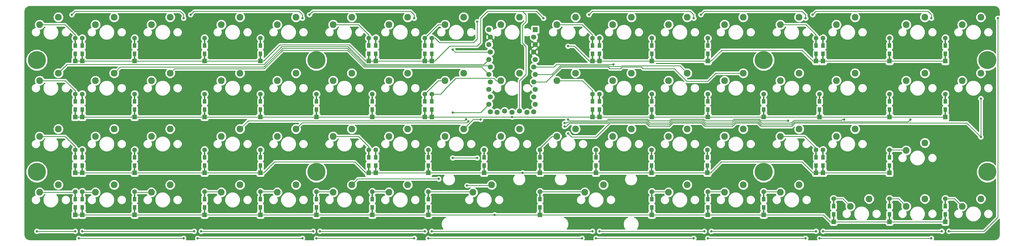
<source format=gbr>
G04 #@! TF.GenerationSoftware,KiCad,Pcbnew,(6.0.0-rc1-dev-577-ge0316af69)*
G04 #@! TF.CreationDate,2019-06-10T21:21:03-05:00*
G04 #@! TF.ProjectId,OrthonautSouthpaw,4F7274686F6E617574536F7574687061,v1*
G04 #@! TF.SameCoordinates,Original*
G04 #@! TF.FileFunction,Copper,L1,Top,Signal*
G04 #@! TF.FilePolarity,Positive*
%FSLAX46Y46*%
G04 Gerber Fmt 4.6, Leading zero omitted, Abs format (unit mm)*
G04 Created by KiCad (PCBNEW (6.0.0-rc1-dev-577-ge0316af69)) date 06/10/19 21:21:03*
%MOMM*%
%LPD*%
G01*
G04 APERTURE LIST*
G04 #@! TA.AperFunction,ComponentPad*
%ADD10C,2.286000*%
G04 #@! TD*
G04 #@! TA.AperFunction,Conductor*
%ADD11R,0.500000X2.900000*%
G04 #@! TD*
G04 #@! TA.AperFunction,SMDPad,CuDef*
%ADD12R,1.200000X1.600000*%
G04 #@! TD*
G04 #@! TA.AperFunction,ComponentPad*
%ADD13C,1.600000*%
G04 #@! TD*
G04 #@! TA.AperFunction,ComponentPad*
%ADD14R,1.600000X1.600000*%
G04 #@! TD*
G04 #@! TA.AperFunction,ComponentPad*
%ADD15C,6.100000*%
G04 #@! TD*
G04 #@! TA.AperFunction,ComponentPad*
%ADD16R,1.752600X1.752600*%
G04 #@! TD*
G04 #@! TA.AperFunction,ComponentPad*
%ADD17C,1.752600*%
G04 #@! TD*
G04 #@! TA.AperFunction,ViaPad*
%ADD18C,0.800000*%
G04 #@! TD*
G04 #@! TA.AperFunction,Conductor*
%ADD19C,0.250000*%
G04 #@! TD*
G04 #@! TA.AperFunction,Conductor*
%ADD20C,0.254000*%
G04 #@! TD*
G04 APERTURE END LIST*
D10*
G04 #@! TO.P,K1,1*
G04 #@! TO.N,/col0*
X52415000Y-23420000D03*
G04 #@! TO.P,K1,2*
G04 #@! TO.N,Net-(D1-Pad2)*
X46065000Y-25960000D03*
G04 #@! TD*
G04 #@! TO.P,K29,1*
G04 #@! TO.N,/col7*
X190165000Y-23420000D03*
G04 #@! TO.P,K29,2*
G04 #@! TO.N,Net-(D29-Pad2)*
X183815000Y-25960000D03*
G04 #@! TD*
G04 #@! TO.P,K6,2*
G04 #@! TO.N,Net-(D6-Pad2)*
X65065000Y-44960000D03*
G04 #@! TO.P,K6,1*
G04 #@! TO.N,/col1*
X71415000Y-42420000D03*
G04 #@! TD*
G04 #@! TO.P,K58,1*
G04 #@! TO.N,/col14*
X327915000Y-85170000D03*
G04 #@! TO.P,K58,2*
G04 #@! TO.N,Net-(D58-Pad2)*
X321565000Y-87710000D03*
G04 #@! TD*
D11*
G04 #@! TO.N,Net-(D1-Pad2)*
G04 #@! TO.C,D1*
X58187500Y-31937500D03*
D12*
G04 #@! TD*
G04 #@! TO.P,D1,2*
G04 #@! TO.N,Net-(D1-Pad2)*
X58187500Y-33037500D03*
G04 #@! TO.P,D1,1*
G04 #@! TO.N,/row0*
X58187500Y-35837500D03*
D11*
G04 #@! TD*
G04 #@! TO.N,/row0*
G04 #@! TO.C,D1*
X58187500Y-36937500D03*
D13*
G04 #@! TO.P,D1,2*
G04 #@! TO.N,Net-(D1-Pad2)*
X58187500Y-30537500D03*
D14*
G04 #@! TO.P,D1,1*
G04 #@! TO.N,/row0*
X58187500Y-38337500D03*
G04 #@! TD*
D11*
G04 #@! TO.N,Net-(D2-Pad2)*
G04 #@! TO.C,D2*
X58187500Y-50937500D03*
D12*
G04 #@! TD*
G04 #@! TO.P,D2,2*
G04 #@! TO.N,Net-(D2-Pad2)*
X58187500Y-52037500D03*
G04 #@! TO.P,D2,1*
G04 #@! TO.N,/row1*
X58187500Y-54837500D03*
D11*
G04 #@! TD*
G04 #@! TO.N,/row1*
G04 #@! TO.C,D2*
X58187500Y-55937500D03*
D13*
G04 #@! TO.P,D2,2*
G04 #@! TO.N,Net-(D2-Pad2)*
X58187500Y-49537500D03*
D14*
G04 #@! TO.P,D2,1*
G04 #@! TO.N,/row1*
X58187500Y-57337500D03*
G04 #@! TD*
D11*
G04 #@! TO.N,Net-(D3-Pad2)*
G04 #@! TO.C,D3*
X58187500Y-69937500D03*
D12*
G04 #@! TD*
G04 #@! TO.P,D3,2*
G04 #@! TO.N,Net-(D3-Pad2)*
X58187500Y-71037500D03*
G04 #@! TO.P,D3,1*
G04 #@! TO.N,/row2*
X58187500Y-73837500D03*
D11*
G04 #@! TD*
G04 #@! TO.N,/row2*
G04 #@! TO.C,D3*
X58187500Y-74937500D03*
D13*
G04 #@! TO.P,D3,2*
G04 #@! TO.N,Net-(D3-Pad2)*
X58187500Y-68537500D03*
D14*
G04 #@! TO.P,D3,1*
G04 #@! TO.N,/row2*
X58187500Y-76337500D03*
G04 #@! TD*
D11*
G04 #@! TO.N,Net-(D5-Pad2)*
G04 #@! TO.C,D5*
X60562500Y-31937500D03*
D12*
G04 #@! TD*
G04 #@! TO.P,D5,2*
G04 #@! TO.N,Net-(D5-Pad2)*
X60562500Y-33037500D03*
G04 #@! TO.P,D5,1*
G04 #@! TO.N,/row0*
X60562500Y-35837500D03*
D11*
G04 #@! TD*
G04 #@! TO.N,/row0*
G04 #@! TO.C,D5*
X60562500Y-36937500D03*
D13*
G04 #@! TO.P,D5,2*
G04 #@! TO.N,Net-(D5-Pad2)*
X60562500Y-30537500D03*
D14*
G04 #@! TO.P,D5,1*
G04 #@! TO.N,/row0*
X60562500Y-38337500D03*
G04 #@! TD*
D11*
G04 #@! TO.N,Net-(D6-Pad2)*
G04 #@! TO.C,D6*
X60562500Y-50937500D03*
D12*
G04 #@! TD*
G04 #@! TO.P,D6,2*
G04 #@! TO.N,Net-(D6-Pad2)*
X60562500Y-52037500D03*
G04 #@! TO.P,D6,1*
G04 #@! TO.N,/row1*
X60562500Y-54837500D03*
D11*
G04 #@! TD*
G04 #@! TO.N,/row1*
G04 #@! TO.C,D6*
X60562500Y-55937500D03*
D13*
G04 #@! TO.P,D6,2*
G04 #@! TO.N,Net-(D6-Pad2)*
X60562500Y-49537500D03*
D14*
G04 #@! TO.P,D6,1*
G04 #@! TO.N,/row1*
X60562500Y-57337500D03*
G04 #@! TD*
D11*
G04 #@! TO.N,Net-(D7-Pad2)*
G04 #@! TO.C,D7*
X60562500Y-69937500D03*
D12*
G04 #@! TD*
G04 #@! TO.P,D7,2*
G04 #@! TO.N,Net-(D7-Pad2)*
X60562500Y-71037500D03*
G04 #@! TO.P,D7,1*
G04 #@! TO.N,/row2*
X60562500Y-73837500D03*
D11*
G04 #@! TD*
G04 #@! TO.N,/row2*
G04 #@! TO.C,D7*
X60562500Y-74937500D03*
D13*
G04 #@! TO.P,D7,2*
G04 #@! TO.N,Net-(D7-Pad2)*
X60562500Y-68537500D03*
D14*
G04 #@! TO.P,D7,1*
G04 #@! TO.N,/row2*
X60562500Y-76337500D03*
G04 #@! TD*
D11*
G04 #@! TO.N,Net-(D8-Pad2)*
G04 #@! TO.C,D8*
X60562500Y-84187500D03*
D12*
G04 #@! TD*
G04 #@! TO.P,D8,2*
G04 #@! TO.N,Net-(D8-Pad2)*
X60562500Y-85287500D03*
G04 #@! TO.P,D8,1*
G04 #@! TO.N,/row3*
X60562500Y-88087500D03*
D11*
G04 #@! TD*
G04 #@! TO.N,/row3*
G04 #@! TO.C,D8*
X60562500Y-89187500D03*
D13*
G04 #@! TO.P,D8,2*
G04 #@! TO.N,Net-(D8-Pad2)*
X60562500Y-82787500D03*
D14*
G04 #@! TO.P,D8,1*
G04 #@! TO.N,/row3*
X60562500Y-90587500D03*
G04 #@! TD*
D11*
G04 #@! TO.N,Net-(D9-Pad2)*
G04 #@! TO.C,D9*
X78375000Y-31937500D03*
D12*
G04 #@! TD*
G04 #@! TO.P,D9,2*
G04 #@! TO.N,Net-(D9-Pad2)*
X78375000Y-33037500D03*
G04 #@! TO.P,D9,1*
G04 #@! TO.N,/row0*
X78375000Y-35837500D03*
D11*
G04 #@! TD*
G04 #@! TO.N,/row0*
G04 #@! TO.C,D9*
X78375000Y-36937500D03*
D13*
G04 #@! TO.P,D9,2*
G04 #@! TO.N,Net-(D9-Pad2)*
X78375000Y-30537500D03*
D14*
G04 #@! TO.P,D9,1*
G04 #@! TO.N,/row0*
X78375000Y-38337500D03*
G04 #@! TD*
D11*
G04 #@! TO.N,Net-(D10-Pad2)*
G04 #@! TO.C,D10*
X78375000Y-50937500D03*
D12*
G04 #@! TD*
G04 #@! TO.P,D10,2*
G04 #@! TO.N,Net-(D10-Pad2)*
X78375000Y-52037500D03*
G04 #@! TO.P,D10,1*
G04 #@! TO.N,/row1*
X78375000Y-54837500D03*
D11*
G04 #@! TD*
G04 #@! TO.N,/row1*
G04 #@! TO.C,D10*
X78375000Y-55937500D03*
D13*
G04 #@! TO.P,D10,2*
G04 #@! TO.N,Net-(D10-Pad2)*
X78375000Y-49537500D03*
D14*
G04 #@! TO.P,D10,1*
G04 #@! TO.N,/row1*
X78375000Y-57337500D03*
G04 #@! TD*
D11*
G04 #@! TO.N,Net-(D11-Pad2)*
G04 #@! TO.C,D11*
X78375000Y-69937500D03*
D12*
G04 #@! TD*
G04 #@! TO.P,D11,2*
G04 #@! TO.N,Net-(D11-Pad2)*
X78375000Y-71037500D03*
G04 #@! TO.P,D11,1*
G04 #@! TO.N,/row2*
X78375000Y-73837500D03*
D11*
G04 #@! TD*
G04 #@! TO.N,/row2*
G04 #@! TO.C,D11*
X78375000Y-74937500D03*
D13*
G04 #@! TO.P,D11,2*
G04 #@! TO.N,Net-(D11-Pad2)*
X78375000Y-68537500D03*
D14*
G04 #@! TO.P,D11,1*
G04 #@! TO.N,/row2*
X78375000Y-76337500D03*
G04 #@! TD*
D11*
G04 #@! TO.N,Net-(D12-Pad2)*
G04 #@! TO.C,D12*
X78375000Y-84187500D03*
D12*
G04 #@! TD*
G04 #@! TO.P,D12,2*
G04 #@! TO.N,Net-(D12-Pad2)*
X78375000Y-85287500D03*
G04 #@! TO.P,D12,1*
G04 #@! TO.N,/row3*
X78375000Y-88087500D03*
D11*
G04 #@! TD*
G04 #@! TO.N,/row3*
G04 #@! TO.C,D12*
X78375000Y-89187500D03*
D13*
G04 #@! TO.P,D12,2*
G04 #@! TO.N,Net-(D12-Pad2)*
X78375000Y-82787500D03*
D14*
G04 #@! TO.P,D12,1*
G04 #@! TO.N,/row3*
X78375000Y-90587500D03*
G04 #@! TD*
G04 #@! TO.P,D13,1*
G04 #@! TO.N,/row0*
X102125000Y-38337500D03*
D13*
G04 #@! TO.P,D13,2*
G04 #@! TO.N,Net-(D13-Pad2)*
X102125000Y-30537500D03*
D11*
G04 #@! TD*
G04 #@! TO.N,/row0*
G04 #@! TO.C,D13*
X102125000Y-36937500D03*
D12*
G04 #@! TO.P,D13,1*
G04 #@! TO.N,/row0*
X102125000Y-35837500D03*
G04 #@! TO.P,D13,2*
G04 #@! TO.N,Net-(D13-Pad2)*
X102125000Y-33037500D03*
D11*
G04 #@! TD*
G04 #@! TO.N,Net-(D13-Pad2)*
G04 #@! TO.C,D13*
X102125000Y-31937500D03*
D14*
G04 #@! TO.P,D14,1*
G04 #@! TO.N,/row1*
X102125000Y-57337500D03*
D13*
G04 #@! TO.P,D14,2*
G04 #@! TO.N,Net-(D14-Pad2)*
X102125000Y-49537500D03*
D11*
G04 #@! TD*
G04 #@! TO.N,/row1*
G04 #@! TO.C,D14*
X102125000Y-55937500D03*
D12*
G04 #@! TO.P,D14,1*
G04 #@! TO.N,/row1*
X102125000Y-54837500D03*
G04 #@! TO.P,D14,2*
G04 #@! TO.N,Net-(D14-Pad2)*
X102125000Y-52037500D03*
D11*
G04 #@! TD*
G04 #@! TO.N,Net-(D14-Pad2)*
G04 #@! TO.C,D14*
X102125000Y-50937500D03*
D14*
G04 #@! TO.P,D15,1*
G04 #@! TO.N,/row2*
X102125000Y-76337500D03*
D13*
G04 #@! TO.P,D15,2*
G04 #@! TO.N,Net-(D15-Pad2)*
X102125000Y-68537500D03*
D11*
G04 #@! TD*
G04 #@! TO.N,/row2*
G04 #@! TO.C,D15*
X102125000Y-74937500D03*
D12*
G04 #@! TO.P,D15,1*
G04 #@! TO.N,/row2*
X102125000Y-73837500D03*
G04 #@! TO.P,D15,2*
G04 #@! TO.N,Net-(D15-Pad2)*
X102125000Y-71037500D03*
D11*
G04 #@! TD*
G04 #@! TO.N,Net-(D15-Pad2)*
G04 #@! TO.C,D15*
X102125000Y-69937500D03*
D14*
G04 #@! TO.P,D16,1*
G04 #@! TO.N,/row3*
X102125000Y-90587500D03*
D13*
G04 #@! TO.P,D16,2*
G04 #@! TO.N,Net-(D16-Pad2)*
X102125000Y-82787500D03*
D11*
G04 #@! TD*
G04 #@! TO.N,/row3*
G04 #@! TO.C,D16*
X102125000Y-89187500D03*
D12*
G04 #@! TO.P,D16,1*
G04 #@! TO.N,/row3*
X102125000Y-88087500D03*
G04 #@! TO.P,D16,2*
G04 #@! TO.N,Net-(D16-Pad2)*
X102125000Y-85287500D03*
D11*
G04 #@! TD*
G04 #@! TO.N,Net-(D16-Pad2)*
G04 #@! TO.C,D16*
X102125000Y-84187500D03*
D14*
G04 #@! TO.P,D17,1*
G04 #@! TO.N,/row0*
X121125000Y-38337500D03*
D13*
G04 #@! TO.P,D17,2*
G04 #@! TO.N,Net-(D17-Pad2)*
X121125000Y-30537500D03*
D11*
G04 #@! TD*
G04 #@! TO.N,/row0*
G04 #@! TO.C,D17*
X121125000Y-36937500D03*
D12*
G04 #@! TO.P,D17,1*
G04 #@! TO.N,/row0*
X121125000Y-35837500D03*
G04 #@! TO.P,D17,2*
G04 #@! TO.N,Net-(D17-Pad2)*
X121125000Y-33037500D03*
D11*
G04 #@! TD*
G04 #@! TO.N,Net-(D17-Pad2)*
G04 #@! TO.C,D17*
X121125000Y-31937500D03*
D14*
G04 #@! TO.P,D18,1*
G04 #@! TO.N,/row1*
X121125000Y-57337500D03*
D13*
G04 #@! TO.P,D18,2*
G04 #@! TO.N,Net-(D18-Pad2)*
X121125000Y-49537500D03*
D11*
G04 #@! TD*
G04 #@! TO.N,/row1*
G04 #@! TO.C,D18*
X121125000Y-55937500D03*
D12*
G04 #@! TO.P,D18,1*
G04 #@! TO.N,/row1*
X121125000Y-54837500D03*
G04 #@! TO.P,D18,2*
G04 #@! TO.N,Net-(D18-Pad2)*
X121125000Y-52037500D03*
D11*
G04 #@! TD*
G04 #@! TO.N,Net-(D18-Pad2)*
G04 #@! TO.C,D18*
X121125000Y-50937500D03*
D14*
G04 #@! TO.P,D19,1*
G04 #@! TO.N,/row2*
X121125000Y-76337500D03*
D13*
G04 #@! TO.P,D19,2*
G04 #@! TO.N,Net-(D19-Pad2)*
X121125000Y-68537500D03*
D11*
G04 #@! TD*
G04 #@! TO.N,/row2*
G04 #@! TO.C,D19*
X121125000Y-74937500D03*
D12*
G04 #@! TO.P,D19,1*
G04 #@! TO.N,/row2*
X121125000Y-73837500D03*
G04 #@! TO.P,D19,2*
G04 #@! TO.N,Net-(D19-Pad2)*
X121125000Y-71037500D03*
D11*
G04 #@! TD*
G04 #@! TO.N,Net-(D19-Pad2)*
G04 #@! TO.C,D19*
X121125000Y-69937500D03*
D14*
G04 #@! TO.P,D20,1*
G04 #@! TO.N,/row3*
X121125000Y-90587500D03*
D13*
G04 #@! TO.P,D20,2*
G04 #@! TO.N,Net-(D20-Pad2)*
X121125000Y-82787500D03*
D11*
G04 #@! TD*
G04 #@! TO.N,/row3*
G04 #@! TO.C,D20*
X121125000Y-89187500D03*
D12*
G04 #@! TO.P,D20,1*
G04 #@! TO.N,/row3*
X121125000Y-88087500D03*
G04 #@! TO.P,D20,2*
G04 #@! TO.N,Net-(D20-Pad2)*
X121125000Y-85287500D03*
D11*
G04 #@! TD*
G04 #@! TO.N,Net-(D20-Pad2)*
G04 #@! TO.C,D20*
X121125000Y-84187500D03*
D14*
G04 #@! TO.P,D21,1*
G04 #@! TO.N,/row0*
X157937500Y-38337500D03*
D13*
G04 #@! TO.P,D21,2*
G04 #@! TO.N,Net-(D21-Pad2)*
X157937500Y-30537500D03*
D11*
G04 #@! TD*
G04 #@! TO.N,/row0*
G04 #@! TO.C,D21*
X157937500Y-36937500D03*
D12*
G04 #@! TO.P,D21,1*
G04 #@! TO.N,/row0*
X157937500Y-35837500D03*
G04 #@! TO.P,D21,2*
G04 #@! TO.N,Net-(D21-Pad2)*
X157937500Y-33037500D03*
D11*
G04 #@! TD*
G04 #@! TO.N,Net-(D21-Pad2)*
G04 #@! TO.C,D21*
X157937500Y-31937500D03*
D14*
G04 #@! TO.P,D22,1*
G04 #@! TO.N,/row1*
X140125000Y-57337500D03*
D13*
G04 #@! TO.P,D22,2*
G04 #@! TO.N,Net-(D22-Pad2)*
X140125000Y-49537500D03*
D11*
G04 #@! TD*
G04 #@! TO.N,/row1*
G04 #@! TO.C,D22*
X140125000Y-55937500D03*
D12*
G04 #@! TO.P,D22,1*
G04 #@! TO.N,/row1*
X140125000Y-54837500D03*
G04 #@! TO.P,D22,2*
G04 #@! TO.N,Net-(D22-Pad2)*
X140125000Y-52037500D03*
D11*
G04 #@! TD*
G04 #@! TO.N,Net-(D22-Pad2)*
G04 #@! TO.C,D22*
X140125000Y-50937500D03*
D14*
G04 #@! TO.P,D23,1*
G04 #@! TO.N,/row2*
X157937500Y-76337500D03*
D13*
G04 #@! TO.P,D23,2*
G04 #@! TO.N,Net-(D23-Pad2)*
X157937500Y-68537500D03*
D11*
G04 #@! TD*
G04 #@! TO.N,/row2*
G04 #@! TO.C,D23*
X157937500Y-74937500D03*
D12*
G04 #@! TO.P,D23,1*
G04 #@! TO.N,/row2*
X157937500Y-73837500D03*
G04 #@! TO.P,D23,2*
G04 #@! TO.N,Net-(D23-Pad2)*
X157937500Y-71037500D03*
D11*
G04 #@! TD*
G04 #@! TO.N,Net-(D23-Pad2)*
G04 #@! TO.C,D23*
X157937500Y-69937500D03*
D14*
G04 #@! TO.P,D24,1*
G04 #@! TO.N,/row3*
X140125000Y-90587500D03*
D13*
G04 #@! TO.P,D24,2*
G04 #@! TO.N,Net-(D24-Pad2)*
X140125000Y-82787500D03*
D11*
G04 #@! TD*
G04 #@! TO.N,/row3*
G04 #@! TO.C,D24*
X140125000Y-89187500D03*
D12*
G04 #@! TO.P,D24,1*
G04 #@! TO.N,/row3*
X140125000Y-88087500D03*
G04 #@! TO.P,D24,2*
G04 #@! TO.N,Net-(D24-Pad2)*
X140125000Y-85287500D03*
D11*
G04 #@! TD*
G04 #@! TO.N,Net-(D24-Pad2)*
G04 #@! TO.C,D24*
X140125000Y-84187500D03*
D14*
G04 #@! TO.P,D25,1*
G04 #@! TO.N,/row0*
X160312500Y-38337500D03*
D13*
G04 #@! TO.P,D25,2*
G04 #@! TO.N,Net-(D25-Pad2)*
X160312500Y-30537500D03*
D11*
G04 #@! TD*
G04 #@! TO.N,/row0*
G04 #@! TO.C,D25*
X160312500Y-36937500D03*
D12*
G04 #@! TO.P,D25,1*
G04 #@! TO.N,/row0*
X160312500Y-35837500D03*
G04 #@! TO.P,D25,2*
G04 #@! TO.N,Net-(D25-Pad2)*
X160312500Y-33037500D03*
D11*
G04 #@! TD*
G04 #@! TO.N,Net-(D25-Pad2)*
G04 #@! TO.C,D25*
X160312500Y-31937500D03*
D14*
G04 #@! TO.P,D26,1*
G04 #@! TO.N,/row1*
X159125000Y-57337500D03*
D13*
G04 #@! TO.P,D26,2*
G04 #@! TO.N,Net-(D26-Pad2)*
X159125000Y-49537500D03*
D11*
G04 #@! TD*
G04 #@! TO.N,/row1*
G04 #@! TO.C,D26*
X159125000Y-55937500D03*
D12*
G04 #@! TO.P,D26,1*
G04 #@! TO.N,/row1*
X159125000Y-54837500D03*
G04 #@! TO.P,D26,2*
G04 #@! TO.N,Net-(D26-Pad2)*
X159125000Y-52037500D03*
D11*
G04 #@! TD*
G04 #@! TO.N,Net-(D26-Pad2)*
G04 #@! TO.C,D26*
X159125000Y-50937500D03*
D14*
G04 #@! TO.P,D27,1*
G04 #@! TO.N,/row2*
X160312500Y-76337500D03*
D13*
G04 #@! TO.P,D27,2*
G04 #@! TO.N,Net-(D27-Pad2)*
X160312500Y-68537500D03*
D11*
G04 #@! TD*
G04 #@! TO.N,/row2*
G04 #@! TO.C,D27*
X160312500Y-74937500D03*
D12*
G04 #@! TO.P,D27,1*
G04 #@! TO.N,/row2*
X160312500Y-73837500D03*
G04 #@! TO.P,D27,2*
G04 #@! TO.N,Net-(D27-Pad2)*
X160312500Y-71037500D03*
D11*
G04 #@! TD*
G04 #@! TO.N,Net-(D27-Pad2)*
G04 #@! TO.C,D27*
X160312500Y-69937500D03*
D14*
G04 #@! TO.P,D28,1*
G04 #@! TO.N,/row3*
X159125000Y-90587500D03*
D13*
G04 #@! TO.P,D28,2*
G04 #@! TO.N,Net-(D28-Pad2)*
X159125000Y-82787500D03*
D11*
G04 #@! TD*
G04 #@! TO.N,/row3*
G04 #@! TO.C,D28*
X159125000Y-89187500D03*
D12*
G04 #@! TO.P,D28,1*
G04 #@! TO.N,/row3*
X159125000Y-88087500D03*
G04 #@! TO.P,D28,2*
G04 #@! TO.N,Net-(D28-Pad2)*
X159125000Y-85287500D03*
D11*
G04 #@! TD*
G04 #@! TO.N,Net-(D28-Pad2)*
G04 #@! TO.C,D28*
X159125000Y-84187500D03*
D14*
G04 #@! TO.P,D29,1*
G04 #@! TO.N,/row0*
X176937500Y-38337500D03*
D13*
G04 #@! TO.P,D29,2*
G04 #@! TO.N,Net-(D29-Pad2)*
X176937500Y-30537500D03*
D11*
G04 #@! TD*
G04 #@! TO.N,/row0*
G04 #@! TO.C,D29*
X176937500Y-36937500D03*
D12*
G04 #@! TO.P,D29,1*
G04 #@! TO.N,/row0*
X176937500Y-35837500D03*
G04 #@! TO.P,D29,2*
G04 #@! TO.N,Net-(D29-Pad2)*
X176937500Y-33037500D03*
D11*
G04 #@! TD*
G04 #@! TO.N,Net-(D29-Pad2)*
G04 #@! TO.C,D29*
X176937500Y-31937500D03*
D14*
G04 #@! TO.P,D30,1*
G04 #@! TO.N,/row1*
X176937500Y-57337500D03*
D13*
G04 #@! TO.P,D30,2*
G04 #@! TO.N,Net-(D30-Pad2)*
X176937500Y-49537500D03*
D11*
G04 #@! TD*
G04 #@! TO.N,/row1*
G04 #@! TO.C,D30*
X176937500Y-55937500D03*
D12*
G04 #@! TO.P,D30,1*
G04 #@! TO.N,/row1*
X176937500Y-54837500D03*
G04 #@! TO.P,D30,2*
G04 #@! TO.N,Net-(D30-Pad2)*
X176937500Y-52037500D03*
D11*
G04 #@! TD*
G04 #@! TO.N,Net-(D30-Pad2)*
G04 #@! TO.C,D30*
X176937500Y-50937500D03*
D14*
G04 #@! TO.P,D31,1*
G04 #@! TO.N,/row2*
X178125000Y-76337500D03*
D13*
G04 #@! TO.P,D31,2*
G04 #@! TO.N,Net-(D31-Pad2)*
X178125000Y-68537500D03*
D11*
G04 #@! TD*
G04 #@! TO.N,/row2*
G04 #@! TO.C,D31*
X178125000Y-74937500D03*
D12*
G04 #@! TO.P,D31,1*
G04 #@! TO.N,/row2*
X178125000Y-73837500D03*
G04 #@! TO.P,D31,2*
G04 #@! TO.N,Net-(D31-Pad2)*
X178125000Y-71037500D03*
D11*
G04 #@! TD*
G04 #@! TO.N,Net-(D31-Pad2)*
G04 #@! TO.C,D31*
X178125000Y-69937500D03*
D14*
G04 #@! TO.P,D32,1*
G04 #@! TO.N,/row3*
X178125000Y-90587500D03*
D13*
G04 #@! TO.P,D32,2*
G04 #@! TO.N,Net-(D32-Pad2)*
X178125000Y-82787500D03*
D11*
G04 #@! TD*
G04 #@! TO.N,/row3*
G04 #@! TO.C,D32*
X178125000Y-89187500D03*
D12*
G04 #@! TO.P,D32,1*
G04 #@! TO.N,/row3*
X178125000Y-88087500D03*
G04 #@! TO.P,D32,2*
G04 #@! TO.N,Net-(D32-Pad2)*
X178125000Y-85287500D03*
D11*
G04 #@! TD*
G04 #@! TO.N,Net-(D32-Pad2)*
G04 #@! TO.C,D32*
X178125000Y-84187500D03*
D14*
G04 #@! TO.P,D33,1*
G04 #@! TO.N,/row0*
X179312500Y-38337500D03*
D13*
G04 #@! TO.P,D33,2*
G04 #@! TO.N,Net-(D33-Pad2)*
X179312500Y-30537500D03*
D11*
G04 #@! TD*
G04 #@! TO.N,/row0*
G04 #@! TO.C,D33*
X179312500Y-36937500D03*
D12*
G04 #@! TO.P,D33,1*
G04 #@! TO.N,/row0*
X179312500Y-35837500D03*
G04 #@! TO.P,D33,2*
G04 #@! TO.N,Net-(D33-Pad2)*
X179312500Y-33037500D03*
D11*
G04 #@! TD*
G04 #@! TO.N,Net-(D33-Pad2)*
G04 #@! TO.C,D33*
X179312500Y-31937500D03*
D14*
G04 #@! TO.P,D34,1*
G04 #@! TO.N,/row1*
X179312500Y-57337500D03*
D13*
G04 #@! TO.P,D34,2*
G04 #@! TO.N,Net-(D34-Pad2)*
X179312500Y-49537500D03*
D11*
G04 #@! TD*
G04 #@! TO.N,/row1*
G04 #@! TO.C,D34*
X179312500Y-55937500D03*
D12*
G04 #@! TO.P,D34,1*
G04 #@! TO.N,/row1*
X179312500Y-54837500D03*
G04 #@! TO.P,D34,2*
G04 #@! TO.N,Net-(D34-Pad2)*
X179312500Y-52037500D03*
D11*
G04 #@! TD*
G04 #@! TO.N,Net-(D34-Pad2)*
G04 #@! TO.C,D34*
X179312500Y-50937500D03*
D14*
G04 #@! TO.P,D35,1*
G04 #@! TO.N,/row2*
X197125000Y-76337500D03*
D13*
G04 #@! TO.P,D35,2*
G04 #@! TO.N,Net-(D35-Pad2)*
X197125000Y-68537500D03*
D11*
G04 #@! TD*
G04 #@! TO.N,/row2*
G04 #@! TO.C,D35*
X197125000Y-74937500D03*
D12*
G04 #@! TO.P,D35,1*
G04 #@! TO.N,/row2*
X197125000Y-73837500D03*
G04 #@! TO.P,D35,2*
G04 #@! TO.N,Net-(D35-Pad2)*
X197125000Y-71037500D03*
D11*
G04 #@! TD*
G04 #@! TO.N,Net-(D35-Pad2)*
G04 #@! TO.C,D35*
X197125000Y-69937500D03*
D14*
G04 #@! TO.P,D36,1*
G04 #@! TO.N,/row0*
X233937500Y-38337500D03*
D13*
G04 #@! TO.P,D36,2*
G04 #@! TO.N,Net-(D36-Pad2)*
X233937500Y-30537500D03*
D11*
G04 #@! TD*
G04 #@! TO.N,/row0*
G04 #@! TO.C,D36*
X233937500Y-36937500D03*
D12*
G04 #@! TO.P,D36,1*
G04 #@! TO.N,/row0*
X233937500Y-35837500D03*
G04 #@! TO.P,D36,2*
G04 #@! TO.N,Net-(D36-Pad2)*
X233937500Y-33037500D03*
D11*
G04 #@! TD*
G04 #@! TO.N,Net-(D36-Pad2)*
G04 #@! TO.C,D36*
X233937500Y-31937500D03*
D14*
G04 #@! TO.P,D37,1*
G04 #@! TO.N,/row1*
X233937500Y-57337500D03*
D13*
G04 #@! TO.P,D37,2*
G04 #@! TO.N,Net-(D37-Pad2)*
X233937500Y-49537500D03*
D11*
G04 #@! TD*
G04 #@! TO.N,/row1*
G04 #@! TO.C,D37*
X233937500Y-55937500D03*
D12*
G04 #@! TO.P,D37,1*
G04 #@! TO.N,/row1*
X233937500Y-54837500D03*
G04 #@! TO.P,D37,2*
G04 #@! TO.N,Net-(D37-Pad2)*
X233937500Y-52037500D03*
D11*
G04 #@! TD*
G04 #@! TO.N,Net-(D37-Pad2)*
G04 #@! TO.C,D37*
X233937500Y-50937500D03*
D14*
G04 #@! TO.P,D38,1*
G04 #@! TO.N,/row2*
X216125000Y-76337500D03*
D13*
G04 #@! TO.P,D38,2*
G04 #@! TO.N,Net-(D38-Pad2)*
X216125000Y-68537500D03*
D11*
G04 #@! TD*
G04 #@! TO.N,/row2*
G04 #@! TO.C,D38*
X216125000Y-74937500D03*
D12*
G04 #@! TO.P,D38,1*
G04 #@! TO.N,/row2*
X216125000Y-73837500D03*
G04 #@! TO.P,D38,2*
G04 #@! TO.N,Net-(D38-Pad2)*
X216125000Y-71037500D03*
D11*
G04 #@! TD*
G04 #@! TO.N,Net-(D38-Pad2)*
G04 #@! TO.C,D38*
X216125000Y-69937500D03*
D14*
G04 #@! TO.P,D39,1*
G04 #@! TO.N,/row0*
X236312500Y-38337500D03*
D13*
G04 #@! TO.P,D39,2*
G04 #@! TO.N,Net-(D39-Pad2)*
X236312500Y-30537500D03*
D11*
G04 #@! TD*
G04 #@! TO.N,/row0*
G04 #@! TO.C,D39*
X236312500Y-36937500D03*
D12*
G04 #@! TO.P,D39,1*
G04 #@! TO.N,/row0*
X236312500Y-35837500D03*
G04 #@! TO.P,D39,2*
G04 #@! TO.N,Net-(D39-Pad2)*
X236312500Y-33037500D03*
D11*
G04 #@! TD*
G04 #@! TO.N,Net-(D39-Pad2)*
G04 #@! TO.C,D39*
X236312500Y-31937500D03*
D14*
G04 #@! TO.P,D40,1*
G04 #@! TO.N,/row1*
X236312500Y-57337500D03*
D13*
G04 #@! TO.P,D40,2*
G04 #@! TO.N,Net-(D40-Pad2)*
X236312500Y-49537500D03*
D11*
G04 #@! TD*
G04 #@! TO.N,/row1*
G04 #@! TO.C,D40*
X236312500Y-55937500D03*
D12*
G04 #@! TO.P,D40,1*
G04 #@! TO.N,/row1*
X236312500Y-54837500D03*
G04 #@! TO.P,D40,2*
G04 #@! TO.N,Net-(D40-Pad2)*
X236312500Y-52037500D03*
D11*
G04 #@! TD*
G04 #@! TO.N,Net-(D40-Pad2)*
G04 #@! TO.C,D40*
X236312500Y-50937500D03*
D14*
G04 #@! TO.P,D41,1*
G04 #@! TO.N,/row2*
X235125000Y-76337500D03*
D13*
G04 #@! TO.P,D41,2*
G04 #@! TO.N,Net-(D41-Pad2)*
X235125000Y-68537500D03*
D11*
G04 #@! TD*
G04 #@! TO.N,/row2*
G04 #@! TO.C,D41*
X235125000Y-74937500D03*
D12*
G04 #@! TO.P,D41,1*
G04 #@! TO.N,/row2*
X235125000Y-73837500D03*
G04 #@! TO.P,D41,2*
G04 #@! TO.N,Net-(D41-Pad2)*
X235125000Y-71037500D03*
D11*
G04 #@! TD*
G04 #@! TO.N,Net-(D41-Pad2)*
G04 #@! TO.C,D41*
X235125000Y-69937500D03*
D14*
G04 #@! TO.P,D42,1*
G04 #@! TO.N,/row3*
X216125000Y-90587500D03*
D13*
G04 #@! TO.P,D42,2*
G04 #@! TO.N,Net-(D42-Pad2)*
X216125000Y-82787500D03*
D11*
G04 #@! TD*
G04 #@! TO.N,/row3*
G04 #@! TO.C,D42*
X216125000Y-89187500D03*
D12*
G04 #@! TO.P,D42,1*
G04 #@! TO.N,/row3*
X216125000Y-88087500D03*
G04 #@! TO.P,D42,2*
G04 #@! TO.N,Net-(D42-Pad2)*
X216125000Y-85287500D03*
D11*
G04 #@! TD*
G04 #@! TO.N,Net-(D42-Pad2)*
G04 #@! TO.C,D42*
X216125000Y-84187500D03*
D14*
G04 #@! TO.P,D43,1*
G04 #@! TO.N,/row0*
X254125000Y-38337500D03*
D13*
G04 #@! TO.P,D43,2*
G04 #@! TO.N,Net-(D43-Pad2)*
X254125000Y-30537500D03*
D11*
G04 #@! TD*
G04 #@! TO.N,/row0*
G04 #@! TO.C,D43*
X254125000Y-36937500D03*
D12*
G04 #@! TO.P,D43,1*
G04 #@! TO.N,/row0*
X254125000Y-35837500D03*
G04 #@! TO.P,D43,2*
G04 #@! TO.N,Net-(D43-Pad2)*
X254125000Y-33037500D03*
D11*
G04 #@! TD*
G04 #@! TO.N,Net-(D43-Pad2)*
G04 #@! TO.C,D43*
X254125000Y-31937500D03*
D14*
G04 #@! TO.P,D44,1*
G04 #@! TO.N,/row1*
X254125000Y-57337500D03*
D13*
G04 #@! TO.P,D44,2*
G04 #@! TO.N,Net-(D44-Pad2)*
X254125000Y-49537500D03*
D11*
G04 #@! TD*
G04 #@! TO.N,/row1*
G04 #@! TO.C,D44*
X254125000Y-55937500D03*
D12*
G04 #@! TO.P,D44,1*
G04 #@! TO.N,/row1*
X254125000Y-54837500D03*
G04 #@! TO.P,D44,2*
G04 #@! TO.N,Net-(D44-Pad2)*
X254125000Y-52037500D03*
D11*
G04 #@! TD*
G04 #@! TO.N,Net-(D44-Pad2)*
G04 #@! TO.C,D44*
X254125000Y-50937500D03*
G04 #@! TO.N,Net-(D45-Pad2)*
G04 #@! TO.C,D45*
X254000000Y-69937500D03*
D12*
G04 #@! TD*
G04 #@! TO.P,D45,2*
G04 #@! TO.N,Net-(D45-Pad2)*
X254000000Y-71037500D03*
G04 #@! TO.P,D45,1*
G04 #@! TO.N,/row2*
X254000000Y-73837500D03*
D11*
G04 #@! TD*
G04 #@! TO.N,/row2*
G04 #@! TO.C,D45*
X254000000Y-74937500D03*
D13*
G04 #@! TO.P,D45,2*
G04 #@! TO.N,Net-(D45-Pad2)*
X254000000Y-68537500D03*
D14*
G04 #@! TO.P,D45,1*
G04 #@! TO.N,/row2*
X254000000Y-76337500D03*
G04 #@! TD*
D11*
G04 #@! TO.N,Net-(D46-Pad2)*
G04 #@! TO.C,D46*
X254125000Y-84187500D03*
D12*
G04 #@! TD*
G04 #@! TO.P,D46,2*
G04 #@! TO.N,Net-(D46-Pad2)*
X254125000Y-85287500D03*
G04 #@! TO.P,D46,1*
G04 #@! TO.N,/row3*
X254125000Y-88087500D03*
D11*
G04 #@! TD*
G04 #@! TO.N,/row3*
G04 #@! TO.C,D46*
X254125000Y-89187500D03*
D13*
G04 #@! TO.P,D46,2*
G04 #@! TO.N,Net-(D46-Pad2)*
X254125000Y-82787500D03*
D14*
G04 #@! TO.P,D46,1*
G04 #@! TO.N,/row3*
X254125000Y-90587500D03*
G04 #@! TD*
D11*
G04 #@! TO.N,Net-(D47-Pad2)*
G04 #@! TO.C,D47*
X273125000Y-31937500D03*
D12*
G04 #@! TD*
G04 #@! TO.P,D47,2*
G04 #@! TO.N,Net-(D47-Pad2)*
X273125000Y-33037500D03*
G04 #@! TO.P,D47,1*
G04 #@! TO.N,/row0*
X273125000Y-35837500D03*
D11*
G04 #@! TD*
G04 #@! TO.N,/row0*
G04 #@! TO.C,D47*
X273125000Y-36937500D03*
D13*
G04 #@! TO.P,D47,2*
G04 #@! TO.N,Net-(D47-Pad2)*
X273125000Y-30537500D03*
D14*
G04 #@! TO.P,D47,1*
G04 #@! TO.N,/row0*
X273125000Y-38337500D03*
G04 #@! TD*
D11*
G04 #@! TO.N,Net-(D48-Pad2)*
G04 #@! TO.C,D48*
X273125000Y-50937500D03*
D12*
G04 #@! TD*
G04 #@! TO.P,D48,2*
G04 #@! TO.N,Net-(D48-Pad2)*
X273125000Y-52037500D03*
G04 #@! TO.P,D48,1*
G04 #@! TO.N,/row1*
X273125000Y-54837500D03*
D11*
G04 #@! TD*
G04 #@! TO.N,/row1*
G04 #@! TO.C,D48*
X273125000Y-55937500D03*
D13*
G04 #@! TO.P,D48,2*
G04 #@! TO.N,Net-(D48-Pad2)*
X273125000Y-49537500D03*
D14*
G04 #@! TO.P,D48,1*
G04 #@! TO.N,/row1*
X273125000Y-57337500D03*
G04 #@! TD*
D11*
G04 #@! TO.N,Net-(D49-Pad2)*
G04 #@! TO.C,D49*
X273000000Y-69937500D03*
D12*
G04 #@! TD*
G04 #@! TO.P,D49,2*
G04 #@! TO.N,Net-(D49-Pad2)*
X273000000Y-71037500D03*
G04 #@! TO.P,D49,1*
G04 #@! TO.N,/row2*
X273000000Y-73837500D03*
D11*
G04 #@! TD*
G04 #@! TO.N,/row2*
G04 #@! TO.C,D49*
X273000000Y-74937500D03*
D13*
G04 #@! TO.P,D49,2*
G04 #@! TO.N,Net-(D49-Pad2)*
X273000000Y-68537500D03*
D14*
G04 #@! TO.P,D49,1*
G04 #@! TO.N,/row2*
X273000000Y-76337500D03*
G04 #@! TD*
D11*
G04 #@! TO.N,Net-(D50-Pad2)*
G04 #@! TO.C,D50*
X273125000Y-84187500D03*
D12*
G04 #@! TD*
G04 #@! TO.P,D50,2*
G04 #@! TO.N,Net-(D50-Pad2)*
X273125000Y-85287500D03*
G04 #@! TO.P,D50,1*
G04 #@! TO.N,/row3*
X273125000Y-88087500D03*
D11*
G04 #@! TD*
G04 #@! TO.N,/row3*
G04 #@! TO.C,D50*
X273125000Y-89187500D03*
D13*
G04 #@! TO.P,D50,2*
G04 #@! TO.N,Net-(D50-Pad2)*
X273125000Y-82787500D03*
D14*
G04 #@! TO.P,D50,1*
G04 #@! TO.N,/row3*
X273125000Y-90587500D03*
G04 #@! TD*
D11*
G04 #@! TO.N,Net-(D51-Pad2)*
G04 #@! TO.C,D51*
X309937500Y-31937500D03*
D12*
G04 #@! TD*
G04 #@! TO.P,D51,2*
G04 #@! TO.N,Net-(D51-Pad2)*
X309937500Y-33037500D03*
G04 #@! TO.P,D51,1*
G04 #@! TO.N,/row0*
X309937500Y-35837500D03*
D11*
G04 #@! TD*
G04 #@! TO.N,/row0*
G04 #@! TO.C,D51*
X309937500Y-36937500D03*
D13*
G04 #@! TO.P,D51,2*
G04 #@! TO.N,Net-(D51-Pad2)*
X309937500Y-30537500D03*
D14*
G04 #@! TO.P,D51,1*
G04 #@! TO.N,/row0*
X309937500Y-38337500D03*
G04 #@! TD*
D11*
G04 #@! TO.N,Net-(D52-Pad2)*
G04 #@! TO.C,D52*
X292125000Y-50937500D03*
D12*
G04 #@! TD*
G04 #@! TO.P,D52,2*
G04 #@! TO.N,Net-(D52-Pad2)*
X292125000Y-52037500D03*
G04 #@! TO.P,D52,1*
G04 #@! TO.N,/row1*
X292125000Y-54837500D03*
D11*
G04 #@! TD*
G04 #@! TO.N,/row1*
G04 #@! TO.C,D52*
X292125000Y-55937500D03*
D13*
G04 #@! TO.P,D52,2*
G04 #@! TO.N,Net-(D52-Pad2)*
X292125000Y-49537500D03*
D14*
G04 #@! TO.P,D52,1*
G04 #@! TO.N,/row1*
X292125000Y-57337500D03*
G04 #@! TD*
D11*
G04 #@! TO.N,Net-(D53-Pad2)*
G04 #@! TO.C,D53*
X309937500Y-69937500D03*
D12*
G04 #@! TD*
G04 #@! TO.P,D53,2*
G04 #@! TO.N,Net-(D53-Pad2)*
X309937500Y-71037500D03*
G04 #@! TO.P,D53,1*
G04 #@! TO.N,/row2*
X309937500Y-73837500D03*
D11*
G04 #@! TD*
G04 #@! TO.N,/row2*
G04 #@! TO.C,D53*
X309937500Y-74937500D03*
D13*
G04 #@! TO.P,D53,2*
G04 #@! TO.N,Net-(D53-Pad2)*
X309937500Y-68537500D03*
D14*
G04 #@! TO.P,D53,1*
G04 #@! TO.N,/row2*
X309937500Y-76337500D03*
G04 #@! TD*
D11*
G04 #@! TO.N,Net-(D54-Pad2)*
G04 #@! TO.C,D54*
X292125000Y-84187500D03*
D12*
G04 #@! TD*
G04 #@! TO.P,D54,2*
G04 #@! TO.N,Net-(D54-Pad2)*
X292125000Y-85287500D03*
G04 #@! TO.P,D54,1*
G04 #@! TO.N,/row3*
X292125000Y-88087500D03*
D11*
G04 #@! TD*
G04 #@! TO.N,/row3*
G04 #@! TO.C,D54*
X292125000Y-89187500D03*
D13*
G04 #@! TO.P,D54,2*
G04 #@! TO.N,Net-(D54-Pad2)*
X292125000Y-82787500D03*
D14*
G04 #@! TO.P,D54,1*
G04 #@! TO.N,/row3*
X292125000Y-90587500D03*
G04 #@! TD*
D11*
G04 #@! TO.N,Net-(D55-Pad2)*
G04 #@! TO.C,D55*
X312312500Y-31937500D03*
D12*
G04 #@! TD*
G04 #@! TO.P,D55,2*
G04 #@! TO.N,Net-(D55-Pad2)*
X312312500Y-33037500D03*
G04 #@! TO.P,D55,1*
G04 #@! TO.N,/row0*
X312312500Y-35837500D03*
D11*
G04 #@! TD*
G04 #@! TO.N,/row0*
G04 #@! TO.C,D55*
X312312500Y-36937500D03*
D13*
G04 #@! TO.P,D55,2*
G04 #@! TO.N,Net-(D55-Pad2)*
X312312500Y-30537500D03*
D14*
G04 #@! TO.P,D55,1*
G04 #@! TO.N,/row0*
X312312500Y-38337500D03*
G04 #@! TD*
D11*
G04 #@! TO.N,Net-(D56-Pad2)*
G04 #@! TO.C,D56*
X311125000Y-50937500D03*
D12*
G04 #@! TD*
G04 #@! TO.P,D56,2*
G04 #@! TO.N,Net-(D56-Pad2)*
X311125000Y-52037500D03*
G04 #@! TO.P,D56,1*
G04 #@! TO.N,/row1*
X311125000Y-54837500D03*
D11*
G04 #@! TD*
G04 #@! TO.N,/row1*
G04 #@! TO.C,D56*
X311125000Y-55937500D03*
D13*
G04 #@! TO.P,D56,2*
G04 #@! TO.N,Net-(D56-Pad2)*
X311125000Y-49537500D03*
D14*
G04 #@! TO.P,D56,1*
G04 #@! TO.N,/row1*
X311125000Y-57337500D03*
G04 #@! TD*
D11*
G04 #@! TO.N,Net-(D57-Pad2)*
G04 #@! TO.C,D57*
X312312500Y-69937500D03*
D12*
G04 #@! TD*
G04 #@! TO.P,D57,2*
G04 #@! TO.N,Net-(D57-Pad2)*
X312312500Y-71037500D03*
G04 #@! TO.P,D57,1*
G04 #@! TO.N,/row2*
X312312500Y-73837500D03*
D11*
G04 #@! TD*
G04 #@! TO.N,/row2*
G04 #@! TO.C,D57*
X312312500Y-74937500D03*
D13*
G04 #@! TO.P,D57,2*
G04 #@! TO.N,Net-(D57-Pad2)*
X312312500Y-68537500D03*
D14*
G04 #@! TO.P,D57,1*
G04 #@! TO.N,/row2*
X312312500Y-76337500D03*
G04 #@! TD*
D11*
G04 #@! TO.N,Net-(D58-Pad2)*
G04 #@! TO.C,D58*
X315875000Y-86562500D03*
D12*
G04 #@! TD*
G04 #@! TO.P,D58,2*
G04 #@! TO.N,Net-(D58-Pad2)*
X315875000Y-87662500D03*
G04 #@! TO.P,D58,1*
G04 #@! TO.N,/row3*
X315875000Y-90462500D03*
D11*
G04 #@! TD*
G04 #@! TO.N,/row3*
G04 #@! TO.C,D58*
X315875000Y-91562500D03*
D13*
G04 #@! TO.P,D58,2*
G04 #@! TO.N,Net-(D58-Pad2)*
X315875000Y-85162500D03*
D14*
G04 #@! TO.P,D58,1*
G04 #@! TO.N,/row3*
X315875000Y-92962500D03*
G04 #@! TD*
D11*
G04 #@! TO.N,Net-(D59-Pad2)*
G04 #@! TO.C,D59*
X334875000Y-31937500D03*
D12*
G04 #@! TD*
G04 #@! TO.P,D59,2*
G04 #@! TO.N,Net-(D59-Pad2)*
X334875000Y-33037500D03*
G04 #@! TO.P,D59,1*
G04 #@! TO.N,/row0*
X334875000Y-35837500D03*
D11*
G04 #@! TD*
G04 #@! TO.N,/row0*
G04 #@! TO.C,D59*
X334875000Y-36937500D03*
D13*
G04 #@! TO.P,D59,2*
G04 #@! TO.N,Net-(D59-Pad2)*
X334875000Y-30537500D03*
D14*
G04 #@! TO.P,D59,1*
G04 #@! TO.N,/row0*
X334875000Y-38337500D03*
G04 #@! TD*
D11*
G04 #@! TO.N,Net-(D60-Pad2)*
G04 #@! TO.C,D60*
X334875000Y-50937500D03*
D12*
G04 #@! TD*
G04 #@! TO.P,D60,2*
G04 #@! TO.N,Net-(D60-Pad2)*
X334875000Y-52037500D03*
G04 #@! TO.P,D60,1*
G04 #@! TO.N,/row1*
X334875000Y-54837500D03*
D11*
G04 #@! TD*
G04 #@! TO.N,/row1*
G04 #@! TO.C,D60*
X334875000Y-55937500D03*
D13*
G04 #@! TO.P,D60,2*
G04 #@! TO.N,Net-(D60-Pad2)*
X334875000Y-49537500D03*
D14*
G04 #@! TO.P,D60,1*
G04 #@! TO.N,/row1*
X334875000Y-57337500D03*
G04 #@! TD*
D11*
G04 #@! TO.N,Net-(D61-Pad2)*
G04 #@! TO.C,D61*
X334875000Y-69937500D03*
D12*
G04 #@! TD*
G04 #@! TO.P,D61,2*
G04 #@! TO.N,Net-(D61-Pad2)*
X334875000Y-71037500D03*
G04 #@! TO.P,D61,1*
G04 #@! TO.N,/row2*
X334875000Y-73837500D03*
D11*
G04 #@! TD*
G04 #@! TO.N,/row2*
G04 #@! TO.C,D61*
X334875000Y-74937500D03*
D13*
G04 #@! TO.P,D61,2*
G04 #@! TO.N,Net-(D61-Pad2)*
X334875000Y-68537500D03*
D14*
G04 #@! TO.P,D61,1*
G04 #@! TO.N,/row2*
X334875000Y-76337500D03*
G04 #@! TD*
D11*
G04 #@! TO.N,Net-(D62-Pad2)*
G04 #@! TO.C,D62*
X334875000Y-86562500D03*
D12*
G04 #@! TD*
G04 #@! TO.P,D62,2*
G04 #@! TO.N,Net-(D62-Pad2)*
X334875000Y-87662500D03*
G04 #@! TO.P,D62,1*
G04 #@! TO.N,/row3*
X334875000Y-90462500D03*
D11*
G04 #@! TD*
G04 #@! TO.N,/row3*
G04 #@! TO.C,D62*
X334875000Y-91562500D03*
D13*
G04 #@! TO.P,D62,2*
G04 #@! TO.N,Net-(D62-Pad2)*
X334875000Y-85162500D03*
D14*
G04 #@! TO.P,D62,1*
G04 #@! TO.N,/row3*
X334875000Y-92962500D03*
G04 #@! TD*
D11*
G04 #@! TO.N,Net-(D63-Pad2)*
G04 #@! TO.C,D63*
X353875000Y-31937500D03*
D12*
G04 #@! TD*
G04 #@! TO.P,D63,2*
G04 #@! TO.N,Net-(D63-Pad2)*
X353875000Y-33037500D03*
G04 #@! TO.P,D63,1*
G04 #@! TO.N,/row0*
X353875000Y-35837500D03*
D11*
G04 #@! TD*
G04 #@! TO.N,/row0*
G04 #@! TO.C,D63*
X353875000Y-36937500D03*
D13*
G04 #@! TO.P,D63,2*
G04 #@! TO.N,Net-(D63-Pad2)*
X353875000Y-30537500D03*
D14*
G04 #@! TO.P,D63,1*
G04 #@! TO.N,/row0*
X353875000Y-38337500D03*
G04 #@! TD*
D11*
G04 #@! TO.N,Net-(D64-Pad2)*
G04 #@! TO.C,D64*
X353875000Y-50937500D03*
D12*
G04 #@! TD*
G04 #@! TO.P,D64,2*
G04 #@! TO.N,Net-(D64-Pad2)*
X353875000Y-52037500D03*
G04 #@! TO.P,D64,1*
G04 #@! TO.N,/row1*
X353875000Y-54837500D03*
D11*
G04 #@! TD*
G04 #@! TO.N,/row1*
G04 #@! TO.C,D64*
X353875000Y-55937500D03*
D13*
G04 #@! TO.P,D64,2*
G04 #@! TO.N,Net-(D64-Pad2)*
X353875000Y-49537500D03*
D14*
G04 #@! TO.P,D64,1*
G04 #@! TO.N,/row1*
X353875000Y-57337500D03*
G04 #@! TD*
D11*
G04 #@! TO.N,Net-(D65-Pad2)*
G04 #@! TO.C,D65*
X353875000Y-86562500D03*
D12*
G04 #@! TD*
G04 #@! TO.P,D65,2*
G04 #@! TO.N,Net-(D65-Pad2)*
X353875000Y-87662500D03*
G04 #@! TO.P,D65,1*
G04 #@! TO.N,/row3*
X353875000Y-90462500D03*
D11*
G04 #@! TD*
G04 #@! TO.N,/row3*
G04 #@! TO.C,D65*
X353875000Y-91562500D03*
D13*
G04 #@! TO.P,D65,2*
G04 #@! TO.N,Net-(D65-Pad2)*
X353875000Y-85162500D03*
D14*
G04 #@! TO.P,D65,1*
G04 #@! TO.N,/row3*
X353875000Y-92962500D03*
G04 #@! TD*
D15*
G04 #@! TO.P,H3,*
G04 #@! TO.N,*
X292125000Y-38000000D03*
G04 #@! TD*
G04 #@! TO.P,H4,*
G04 #@! TO.N,*
X140125000Y-76000000D03*
G04 #@! TD*
G04 #@! TO.P,H5,*
G04 #@! TO.N,*
X140125000Y-38000000D03*
G04 #@! TD*
G04 #@! TO.P,H6,*
G04 #@! TO.N,*
X292125000Y-76000000D03*
G04 #@! TD*
D10*
G04 #@! TO.P,K2,2*
G04 #@! TO.N,Net-(D2-Pad2)*
X46065000Y-44960000D03*
G04 #@! TO.P,K2,1*
G04 #@! TO.N,/col0*
X52415000Y-42420000D03*
G04 #@! TD*
G04 #@! TO.P,K3,2*
G04 #@! TO.N,Net-(D3-Pad2)*
X46065000Y-63960000D03*
G04 #@! TO.P,K3,1*
G04 #@! TO.N,/col0*
X52415000Y-61420000D03*
G04 #@! TD*
G04 #@! TO.P,K5,1*
G04 #@! TO.N,/col1*
X71415000Y-23420000D03*
G04 #@! TO.P,K5,2*
G04 #@! TO.N,Net-(D5-Pad2)*
X65065000Y-25960000D03*
G04 #@! TD*
G04 #@! TO.P,K7,2*
G04 #@! TO.N,Net-(D7-Pad2)*
X65065000Y-63960000D03*
G04 #@! TO.P,K7,1*
G04 #@! TO.N,/col1*
X71415000Y-61420000D03*
G04 #@! TD*
G04 #@! TO.P,K8,1*
G04 #@! TO.N,/col1*
X71415000Y-80420000D03*
G04 #@! TO.P,K8,2*
G04 #@! TO.N,Net-(D8-Pad2)*
X65065000Y-82960000D03*
G04 #@! TD*
G04 #@! TO.P,K9,2*
G04 #@! TO.N,Net-(D9-Pad2)*
X84065000Y-25960000D03*
G04 #@! TO.P,K9,1*
G04 #@! TO.N,/col2*
X90415000Y-23420000D03*
G04 #@! TD*
G04 #@! TO.P,K10,2*
G04 #@! TO.N,Net-(D10-Pad2)*
X84065000Y-44960000D03*
G04 #@! TO.P,K10,1*
G04 #@! TO.N,/col2*
X90415000Y-42420000D03*
G04 #@! TD*
G04 #@! TO.P,K11,1*
G04 #@! TO.N,/col2*
X90415000Y-61420000D03*
G04 #@! TO.P,K11,2*
G04 #@! TO.N,Net-(D11-Pad2)*
X84065000Y-63960000D03*
G04 #@! TD*
G04 #@! TO.P,K12,2*
G04 #@! TO.N,Net-(D12-Pad2)*
X84065000Y-82960000D03*
G04 #@! TO.P,K12,1*
G04 #@! TO.N,/col2*
X90415000Y-80420000D03*
G04 #@! TD*
G04 #@! TO.P,K13,1*
G04 #@! TO.N,/col3*
X114165000Y-23420000D03*
G04 #@! TO.P,K13,2*
G04 #@! TO.N,Net-(D13-Pad2)*
X107815000Y-25960000D03*
G04 #@! TD*
G04 #@! TO.P,K14,2*
G04 #@! TO.N,Net-(D14-Pad2)*
X107815000Y-44960000D03*
G04 #@! TO.P,K14,1*
G04 #@! TO.N,/col3*
X114165000Y-42420000D03*
G04 #@! TD*
G04 #@! TO.P,K15,1*
G04 #@! TO.N,/col3*
X114165000Y-61420000D03*
G04 #@! TO.P,K15,2*
G04 #@! TO.N,Net-(D15-Pad2)*
X107815000Y-63960000D03*
G04 #@! TD*
G04 #@! TO.P,K16,1*
G04 #@! TO.N,/col3*
X114165000Y-80420000D03*
G04 #@! TO.P,K16,2*
G04 #@! TO.N,Net-(D16-Pad2)*
X107815000Y-82960000D03*
G04 #@! TD*
G04 #@! TO.P,K17,2*
G04 #@! TO.N,Net-(D17-Pad2)*
X126815000Y-25960000D03*
G04 #@! TO.P,K17,1*
G04 #@! TO.N,/col4*
X133165000Y-23420000D03*
G04 #@! TD*
G04 #@! TO.P,K18,1*
G04 #@! TO.N,/col4*
X133165000Y-42420000D03*
G04 #@! TO.P,K18,2*
G04 #@! TO.N,Net-(D18-Pad2)*
X126815000Y-44960000D03*
G04 #@! TD*
G04 #@! TO.P,K19,1*
G04 #@! TO.N,/col4*
X133165000Y-61420000D03*
G04 #@! TO.P,K19,2*
G04 #@! TO.N,Net-(D19-Pad2)*
X126815000Y-63960000D03*
G04 #@! TD*
G04 #@! TO.P,K20,2*
G04 #@! TO.N,Net-(D20-Pad2)*
X126815000Y-82960000D03*
G04 #@! TO.P,K20,1*
G04 #@! TO.N,/col4*
X133165000Y-80420000D03*
G04 #@! TD*
G04 #@! TO.P,K21,1*
G04 #@! TO.N,/col5*
X152165000Y-23420000D03*
G04 #@! TO.P,K21,2*
G04 #@! TO.N,Net-(D21-Pad2)*
X145815000Y-25960000D03*
G04 #@! TD*
G04 #@! TO.P,K22,1*
G04 #@! TO.N,/col5*
X152165000Y-42420000D03*
G04 #@! TO.P,K22,2*
G04 #@! TO.N,Net-(D22-Pad2)*
X145815000Y-44960000D03*
G04 #@! TD*
G04 #@! TO.P,K23,2*
G04 #@! TO.N,Net-(D23-Pad2)*
X145815000Y-63960000D03*
G04 #@! TO.P,K23,1*
G04 #@! TO.N,/col5*
X152165000Y-61420000D03*
G04 #@! TD*
G04 #@! TO.P,K24,2*
G04 #@! TO.N,Net-(D24-Pad2)*
X145815000Y-82960000D03*
G04 #@! TO.P,K24,1*
G04 #@! TO.N,/col5*
X152165000Y-80420000D03*
G04 #@! TD*
G04 #@! TO.P,K25,2*
G04 #@! TO.N,Net-(D25-Pad2)*
X164815000Y-25960000D03*
G04 #@! TO.P,K25,1*
G04 #@! TO.N,/col6*
X171165000Y-23420000D03*
G04 #@! TD*
G04 #@! TO.P,K26,2*
G04 #@! TO.N,Net-(D26-Pad2)*
X164815000Y-44960000D03*
G04 #@! TO.P,K26,1*
G04 #@! TO.N,/col6*
X171165000Y-42420000D03*
G04 #@! TD*
G04 #@! TO.P,K27,1*
G04 #@! TO.N,/col6*
X171165000Y-61420000D03*
G04 #@! TO.P,K27,2*
G04 #@! TO.N,Net-(D27-Pad2)*
X164815000Y-63960000D03*
G04 #@! TD*
G04 #@! TO.P,K28,1*
G04 #@! TO.N,/col6*
X171165000Y-80420000D03*
G04 #@! TO.P,K28,2*
G04 #@! TO.N,Net-(D28-Pad2)*
X164815000Y-82960000D03*
G04 #@! TD*
G04 #@! TO.P,K30,1*
G04 #@! TO.N,/col7*
X190165000Y-42420000D03*
G04 #@! TO.P,K30,2*
G04 #@! TO.N,Net-(D30-Pad2)*
X183815000Y-44960000D03*
G04 #@! TD*
G04 #@! TO.P,K31,2*
G04 #@! TO.N,Net-(D31-Pad2)*
X183815000Y-63960000D03*
G04 #@! TO.P,K31,1*
G04 #@! TO.N,/col7*
X190165000Y-61420000D03*
G04 #@! TD*
G04 #@! TO.P,K32,2*
G04 #@! TO.N,Net-(D32-Pad2)*
X193315000Y-82960000D03*
G04 #@! TO.P,K32,1*
G04 #@! TO.N,/col7*
X199665000Y-80420000D03*
G04 #@! TD*
G04 #@! TO.P,K33,2*
G04 #@! TO.N,Net-(D33-Pad2)*
X202815000Y-25960000D03*
G04 #@! TO.P,K33,1*
G04 #@! TO.N,/col8*
X209165000Y-23420000D03*
G04 #@! TD*
G04 #@! TO.P,K34,1*
G04 #@! TO.N,/col8*
X209165000Y-42420000D03*
G04 #@! TO.P,K34,2*
G04 #@! TO.N,Net-(D34-Pad2)*
X202815000Y-44960000D03*
G04 #@! TD*
G04 #@! TO.P,K35,2*
G04 #@! TO.N,Net-(D35-Pad2)*
X202815000Y-63960000D03*
G04 #@! TO.P,K35,1*
G04 #@! TO.N,/col8*
X209165000Y-61420000D03*
G04 #@! TD*
G04 #@! TO.P,K36,1*
G04 #@! TO.N,/col9*
X228165000Y-23420000D03*
G04 #@! TO.P,K36,2*
G04 #@! TO.N,Net-(D36-Pad2)*
X221815000Y-25960000D03*
G04 #@! TD*
G04 #@! TO.P,K37,2*
G04 #@! TO.N,Net-(D37-Pad2)*
X221815000Y-44960000D03*
G04 #@! TO.P,K37,1*
G04 #@! TO.N,/col9*
X228165000Y-42420000D03*
G04 #@! TD*
G04 #@! TO.P,K38,1*
G04 #@! TO.N,/col9*
X228165000Y-61420000D03*
G04 #@! TO.P,K38,2*
G04 #@! TO.N,Net-(D38-Pad2)*
X221815000Y-63960000D03*
G04 #@! TD*
G04 #@! TO.P,K39,2*
G04 #@! TO.N,Net-(D39-Pad2)*
X240815000Y-25960000D03*
G04 #@! TO.P,K39,1*
G04 #@! TO.N,/col10*
X247165000Y-23420000D03*
G04 #@! TD*
G04 #@! TO.P,K40,1*
G04 #@! TO.N,/col10*
X247165000Y-42420000D03*
G04 #@! TO.P,K40,2*
G04 #@! TO.N,Net-(D40-Pad2)*
X240815000Y-44960000D03*
G04 #@! TD*
G04 #@! TO.P,K41,2*
G04 #@! TO.N,Net-(D41-Pad2)*
X240815000Y-63960000D03*
G04 #@! TO.P,K41,1*
G04 #@! TO.N,/col10*
X247165000Y-61420000D03*
G04 #@! TD*
G04 #@! TO.P,K42,1*
G04 #@! TO.N,/col10*
X237665000Y-80420000D03*
G04 #@! TO.P,K42,2*
G04 #@! TO.N,Net-(D42-Pad2)*
X231315000Y-82960000D03*
G04 #@! TD*
G04 #@! TO.P,K43,1*
G04 #@! TO.N,/col11*
X266165000Y-23420000D03*
G04 #@! TO.P,K43,2*
G04 #@! TO.N,Net-(D43-Pad2)*
X259815000Y-25960000D03*
G04 #@! TD*
G04 #@! TO.P,K44,2*
G04 #@! TO.N,Net-(D44-Pad2)*
X259815000Y-44960000D03*
G04 #@! TO.P,K44,1*
G04 #@! TO.N,/col11*
X266165000Y-42420000D03*
G04 #@! TD*
G04 #@! TO.P,K45,1*
G04 #@! TO.N,/col11*
X266165000Y-61420000D03*
G04 #@! TO.P,K45,2*
G04 #@! TO.N,Net-(D45-Pad2)*
X259815000Y-63960000D03*
G04 #@! TD*
G04 #@! TO.P,K46,2*
G04 #@! TO.N,Net-(D46-Pad2)*
X259815000Y-82960000D03*
G04 #@! TO.P,K46,1*
G04 #@! TO.N,/col11*
X266165000Y-80420000D03*
G04 #@! TD*
G04 #@! TO.P,K47,1*
G04 #@! TO.N,/col12*
X285165000Y-23420000D03*
G04 #@! TO.P,K47,2*
G04 #@! TO.N,Net-(D47-Pad2)*
X278815000Y-25960000D03*
G04 #@! TD*
G04 #@! TO.P,K48,2*
G04 #@! TO.N,Net-(D48-Pad2)*
X278815000Y-44960000D03*
G04 #@! TO.P,K48,1*
G04 #@! TO.N,/col12*
X285165000Y-42420000D03*
G04 #@! TD*
G04 #@! TO.P,K49,2*
G04 #@! TO.N,Net-(D49-Pad2)*
X278815000Y-63960000D03*
G04 #@! TO.P,K49,1*
G04 #@! TO.N,/col12*
X285165000Y-61420000D03*
G04 #@! TD*
G04 #@! TO.P,K50,1*
G04 #@! TO.N,/col12*
X285165000Y-80420000D03*
G04 #@! TO.P,K50,2*
G04 #@! TO.N,Net-(D50-Pad2)*
X278815000Y-82960000D03*
G04 #@! TD*
G04 #@! TO.P,K51,2*
G04 #@! TO.N,Net-(D51-Pad2)*
X297815000Y-25960000D03*
G04 #@! TO.P,K51,1*
G04 #@! TO.N,/col13*
X304165000Y-23420000D03*
G04 #@! TD*
G04 #@! TO.P,K52,1*
G04 #@! TO.N,/col13*
X304165000Y-42420000D03*
G04 #@! TO.P,K52,2*
G04 #@! TO.N,Net-(D52-Pad2)*
X297815000Y-44960000D03*
G04 #@! TD*
G04 #@! TO.P,K53,2*
G04 #@! TO.N,Net-(D53-Pad2)*
X297815000Y-63960000D03*
G04 #@! TO.P,K53,1*
G04 #@! TO.N,/col13*
X304165000Y-61420000D03*
G04 #@! TD*
G04 #@! TO.P,K54,1*
G04 #@! TO.N,/col13*
X304165000Y-80420000D03*
G04 #@! TO.P,K54,2*
G04 #@! TO.N,Net-(D54-Pad2)*
X297815000Y-82960000D03*
G04 #@! TD*
G04 #@! TO.P,K55,2*
G04 #@! TO.N,Net-(D55-Pad2)*
X316815000Y-25960000D03*
G04 #@! TO.P,K55,1*
G04 #@! TO.N,/col14*
X323165000Y-23420000D03*
G04 #@! TD*
G04 #@! TO.P,K56,1*
G04 #@! TO.N,/col14*
X323165000Y-42420000D03*
G04 #@! TO.P,K56,2*
G04 #@! TO.N,Net-(D56-Pad2)*
X316815000Y-44960000D03*
G04 #@! TD*
G04 #@! TO.P,K57,1*
G04 #@! TO.N,/col14*
X323165000Y-61420000D03*
G04 #@! TO.P,K57,2*
G04 #@! TO.N,Net-(D57-Pad2)*
X316815000Y-63960000D03*
G04 #@! TD*
G04 #@! TO.P,K59,2*
G04 #@! TO.N,Net-(D59-Pad2)*
X340565000Y-25960000D03*
G04 #@! TO.P,K59,1*
G04 #@! TO.N,/col15*
X346915000Y-23420000D03*
G04 #@! TD*
G04 #@! TO.P,K60,1*
G04 #@! TO.N,/col15*
X346915000Y-42420000D03*
G04 #@! TO.P,K60,2*
G04 #@! TO.N,Net-(D60-Pad2)*
X340565000Y-44960000D03*
G04 #@! TD*
G04 #@! TO.P,K61,2*
G04 #@! TO.N,Net-(D61-Pad2)*
X340565000Y-68710000D03*
G04 #@! TO.P,K61,1*
G04 #@! TO.N,/col15*
X346915000Y-66170000D03*
G04 #@! TD*
G04 #@! TO.P,K62,1*
G04 #@! TO.N,/col15*
X346915000Y-85170000D03*
G04 #@! TO.P,K62,2*
G04 #@! TO.N,Net-(D62-Pad2)*
X340565000Y-87710000D03*
G04 #@! TD*
G04 #@! TO.P,K63,2*
G04 #@! TO.N,Net-(D63-Pad2)*
X359565000Y-25960000D03*
G04 #@! TO.P,K63,1*
G04 #@! TO.N,/col16*
X365915000Y-23420000D03*
G04 #@! TD*
G04 #@! TO.P,K64,1*
G04 #@! TO.N,/col16*
X365915000Y-42420000D03*
G04 #@! TO.P,K64,2*
G04 #@! TO.N,Net-(D64-Pad2)*
X359565000Y-44960000D03*
G04 #@! TD*
G04 #@! TO.P,K65,2*
G04 #@! TO.N,Net-(D65-Pad2)*
X359565000Y-87710000D03*
G04 #@! TO.P,K65,1*
G04 #@! TO.N,/col16*
X365915000Y-85170000D03*
G04 #@! TD*
D16*
G04 #@! TO.P,U1,1*
G04 #@! TO.N,/RGB*
X214473600Y-27592500D03*
D17*
G04 #@! TO.P,U1,2*
G04 #@! TO.N,Net-(U1-Pad2)*
X214016400Y-30132500D03*
G04 #@! TO.P,U1,3*
G04 #@! TO.N,GND*
X214473600Y-32672500D03*
G04 #@! TO.P,U1,4*
X214016400Y-35212500D03*
G04 #@! TO.P,U1,5*
G04 #@! TO.N,/col9*
X214473600Y-37752500D03*
G04 #@! TO.P,U1,6*
G04 #@! TO.N,/col10*
X214016400Y-40292500D03*
G04 #@! TO.P,U1,7*
G04 #@! TO.N,/col11*
X214473600Y-42832500D03*
G04 #@! TO.P,U1,8*
G04 #@! TO.N,/col12*
X214016400Y-45372500D03*
G04 #@! TO.P,U1,9*
G04 #@! TO.N,/col13*
X214473600Y-47912500D03*
G04 #@! TO.P,U1,10*
G04 #@! TO.N,/col14*
X214016400Y-50452500D03*
G04 #@! TO.P,U1,11*
G04 #@! TO.N,/col15*
X214473600Y-52992500D03*
G04 #@! TO.P,U1,13*
G04 #@! TO.N,/col7*
X199233600Y-55532500D03*
G04 #@! TO.P,U1,14*
G04 #@! TO.N,/col6*
X198776400Y-52992500D03*
G04 #@! TO.P,U1,15*
G04 #@! TO.N,/col5*
X199233600Y-50452500D03*
G04 #@! TO.P,U1,16*
G04 #@! TO.N,/col4*
X198776400Y-47912500D03*
G04 #@! TO.P,U1,17*
G04 #@! TO.N,/col3*
X199233600Y-45372500D03*
G04 #@! TO.P,U1,18*
G04 #@! TO.N,/col2*
X198776400Y-42832500D03*
G04 #@! TO.P,U1,19*
G04 #@! TO.N,/col1*
X199233600Y-40292500D03*
G04 #@! TO.P,U1,20*
G04 #@! TO.N,/col0*
X198776400Y-37752500D03*
G04 #@! TO.P,U1,21*
G04 #@! TO.N,VCC*
X199233600Y-35212500D03*
G04 #@! TO.P,U1,22*
G04 #@! TO.N,Net-(U1-Pad22)*
X198776400Y-32672500D03*
G04 #@! TO.P,U1,23*
G04 #@! TO.N,GND*
X199233600Y-30132500D03*
G04 #@! TO.P,U1,12*
G04 #@! TO.N,/col16*
X214016400Y-55532500D03*
G04 #@! TO.P,U1,24*
G04 #@! TO.N,Net-(U1-Pad24)*
X198776400Y-27592500D03*
G04 #@! TO.P,U1,29*
G04 #@! TO.N,/row3*
X201545000Y-55761100D03*
G04 #@! TO.P,U1,28*
G04 #@! TO.N,/row2*
X204085000Y-55303900D03*
G04 #@! TO.P,U1,27*
G04 #@! TO.N,/row1*
X206625000Y-55761100D03*
G04 #@! TO.P,U1,26*
G04 #@! TO.N,/row0*
X209165000Y-55303900D03*
G04 #@! TO.P,U1,25*
G04 #@! TO.N,/col8*
X211705000Y-55761100D03*
G04 #@! TD*
D11*
G04 #@! TO.N,Net-(D4-Pad2)*
G04 #@! TO.C,D4*
X58187500Y-84187500D03*
D12*
G04 #@! TD*
G04 #@! TO.P,D4,2*
G04 #@! TO.N,Net-(D4-Pad2)*
X58187500Y-85287500D03*
G04 #@! TO.P,D4,1*
G04 #@! TO.N,/row3*
X58187500Y-88087500D03*
D11*
G04 #@! TD*
G04 #@! TO.N,/row3*
G04 #@! TO.C,D4*
X58187500Y-89187500D03*
D13*
G04 #@! TO.P,D4,2*
G04 #@! TO.N,Net-(D4-Pad2)*
X58187500Y-82787500D03*
D14*
G04 #@! TO.P,D4,1*
G04 #@! TO.N,/row3*
X58187500Y-90587500D03*
G04 #@! TD*
D10*
G04 #@! TO.P,K4,1*
G04 #@! TO.N,/col0*
X52415000Y-80420000D03*
G04 #@! TO.P,K4,2*
G04 #@! TO.N,Net-(D4-Pad2)*
X46065000Y-82960000D03*
G04 #@! TD*
D15*
G04 #@! TO.P,H1,*
G04 #@! TO.N,*
X45125000Y-38000000D03*
G04 #@! TD*
G04 #@! TO.P,H2,*
G04 #@! TO.N,*
X45125000Y-76000000D03*
G04 #@! TD*
G04 #@! TO.P,H7,*
G04 #@! TO.N,*
X368125000Y-38000000D03*
G04 #@! TD*
G04 #@! TO.P,H8,*
G04 #@! TO.N,*
X368125000Y-76000000D03*
G04 #@! TD*
D18*
G04 #@! TO.N,/row0*
X217312500Y-23750000D03*
X225625000Y-33250000D03*
G04 #@! TO.N,/row1*
X206625000Y-57337500D03*
G04 #@! TO.N,/row2*
X210187500Y-76337500D03*
G04 #@! TO.N,/row3*
X200687500Y-90587500D03*
G04 #@! TO.N,Net-(D33-Pad2)*
X194750000Y-24937500D03*
G04 #@! TO.N,GND*
X210187500Y-33250000D03*
G04 #@! TO.N,VCC*
X97375000Y-22562500D03*
X137750000Y-22562500D03*
X57000000Y-22562500D03*
X59375000Y-98562500D03*
X135375000Y-98562500D03*
X99750000Y-98562500D03*
X95000000Y-98562500D03*
X173375000Y-98562500D03*
X140125000Y-98562500D03*
X230375000Y-98562500D03*
X178125000Y-98562500D03*
X268375000Y-98562500D03*
X235125000Y-98562500D03*
X306375000Y-98562500D03*
X273125000Y-98562500D03*
X349125000Y-98562500D03*
X311125000Y-98562500D03*
X232750000Y-22562500D03*
X270750000Y-22562500D03*
X186437500Y-34437500D03*
X349125000Y-23750000D03*
X268375000Y-23750000D03*
X173375000Y-23750000D03*
X135375000Y-23750000D03*
X95000000Y-23750000D03*
X308750000Y-22562500D03*
X306375000Y-23750000D03*
G04 #@! TO.N,Net-(D67-Pad4)*
X58187500Y-96187500D03*
X45125000Y-96187500D03*
G04 #@! TO.N,Net-(D67-Pad2)*
X60562500Y-96187500D03*
X98562500Y-96187500D03*
G04 #@! TO.N,Net-(D68-Pad4)*
X179312500Y-96187500D03*
X233937500Y-96187500D03*
G04 #@! TO.N,Net-(D68-Pad2)*
X236312500Y-96187500D03*
X271937500Y-96187500D03*
G04 #@! TO.N,Net-(D71-Pad2)*
X139038590Y-96187500D03*
X100937500Y-96187500D03*
G04 #@! TO.N,Net-(D72-Pad2)*
X274312500Y-96187500D03*
X309937500Y-96187500D03*
G04 #@! TO.N,Net-(D75-Pad2)*
X141312500Y-96187500D03*
X176937500Y-96187500D03*
G04 #@! TO.N,Net-(D76-Pad2)*
X312312500Y-96187500D03*
X352687500Y-96187500D03*
G04 #@! TO.N,/col3*
X191072725Y-58072725D03*
G04 #@! TO.N,/col4*
X191779840Y-58779840D03*
G04 #@! TO.N,/col5*
X194750000Y-71250000D03*
X186437500Y-71250000D03*
X181687500Y-78375000D03*
G04 #@! TO.N,/col6*
X186437500Y-55812500D03*
G04 #@! TO.N,/col7*
X191307999Y-80629501D03*
X195937500Y-58187500D03*
G04 #@! TO.N,/col10*
X241062500Y-39462501D03*
G04 #@! TO.N,/col13*
X225625000Y-58187500D03*
X300437500Y-58587499D03*
G04 #@! TO.N,/col14*
X224437500Y-59375000D03*
X319437500Y-58187500D03*
G04 #@! TO.N,/col15*
X224437500Y-60562500D03*
X342000000Y-58187500D03*
G04 #@! TO.N,/col16*
X225625000Y-62937500D03*
X365915000Y-64125000D03*
X365915000Y-51062500D03*
X365915000Y-64125000D03*
G04 #@! TO.N,Net-(D69-Pad4)*
X371687500Y-23750000D03*
X355062500Y-96187500D03*
G04 #@! TD*
D19*
G04 #@! TO.N,Net-(D1-Pad2)*
X47681446Y-25960000D02*
X46065000Y-25960000D01*
X54741370Y-25960000D02*
X47681446Y-25960000D01*
X58187500Y-29406130D02*
X54741370Y-25960000D01*
X58187500Y-30537500D02*
X58187500Y-29406130D01*
G04 #@! TO.N,/row0*
X58187500Y-38337500D02*
X60562500Y-38337500D01*
X61612500Y-38337500D02*
X78375000Y-38337500D01*
X60562500Y-38337500D02*
X61612500Y-38337500D01*
X79425000Y-38337500D02*
X102125000Y-38337500D01*
X78375000Y-38337500D02*
X79425000Y-38337500D01*
X103175000Y-38337500D02*
X121125000Y-38337500D01*
X102125000Y-38337500D02*
X103175000Y-38337500D01*
X157937500Y-38337500D02*
X160312500Y-38337500D01*
X161362500Y-38337500D02*
X176937500Y-38337500D01*
X160312500Y-38337500D02*
X161362500Y-38337500D01*
X176937500Y-38337500D02*
X179312500Y-38337500D01*
X233937500Y-38337500D02*
X236312500Y-38337500D01*
X237362500Y-38337500D02*
X254125000Y-38337500D01*
X236312500Y-38337500D02*
X237362500Y-38337500D01*
X254125000Y-38337500D02*
X273125000Y-38337500D01*
X308887500Y-38337500D02*
X309937500Y-38337500D01*
X305174999Y-34624999D02*
X308887500Y-38337500D01*
X277887501Y-34624999D02*
X305174999Y-34624999D01*
X274175000Y-38337500D02*
X277887501Y-34624999D01*
X273125000Y-38337500D02*
X274175000Y-38337500D01*
X309937500Y-38337500D02*
X312312500Y-38337500D01*
X313362500Y-38337500D02*
X334875000Y-38337500D01*
X312312500Y-38337500D02*
X313362500Y-38337500D01*
X334875000Y-38337500D02*
X353875000Y-38337500D01*
X214937500Y-21375000D02*
X217312500Y-23750000D01*
X180362500Y-38337500D02*
X185450000Y-33250000D01*
X185450000Y-33250000D02*
X194750000Y-33250000D01*
X194750000Y-33250000D02*
X195937500Y-32062500D01*
X195937500Y-32062500D02*
X195937500Y-23750000D01*
X195937500Y-23750000D02*
X198312500Y-21375000D01*
X179312500Y-38337500D02*
X180362500Y-38337500D01*
X232887500Y-38337500D02*
X227800000Y-33250000D01*
X233937500Y-38337500D02*
X232887500Y-38337500D01*
X151349989Y-32799989D02*
X156887500Y-38337500D01*
X156887500Y-38337500D02*
X157937500Y-38337500D01*
X127712511Y-32799989D02*
X151349989Y-32799989D01*
X122175000Y-38337500D02*
X127712511Y-32799989D01*
X121125000Y-38337500D02*
X122175000Y-38337500D01*
X198312500Y-21375000D02*
X209000000Y-21375000D01*
X209000000Y-21375000D02*
X214937500Y-21375000D01*
X225625000Y-33250000D02*
X226812500Y-33250000D01*
X227800000Y-33250000D02*
X226812500Y-33250000D01*
X209000000Y-21375000D02*
X210187500Y-21375000D01*
X210187500Y-21375000D02*
X211375000Y-22562500D01*
X211375000Y-22562500D02*
X211375000Y-24937500D01*
X209165000Y-54064625D02*
X209165000Y-55303900D01*
X211375000Y-42750000D02*
X209165000Y-44960000D01*
X211375000Y-24937500D02*
X210187500Y-26125000D01*
X209165000Y-44960000D02*
X209165000Y-54064625D01*
X211375000Y-33364496D02*
X211375000Y-42750000D01*
X210187500Y-32176996D02*
X211375000Y-33364496D01*
X210187500Y-26125000D02*
X210187500Y-32176996D01*
G04 #@! TO.N,Net-(D2-Pad2)*
X58187500Y-48406130D02*
X58187500Y-49537500D01*
X54741370Y-44960000D02*
X58187500Y-48406130D01*
X46065000Y-44960000D02*
X54741370Y-44960000D01*
G04 #@! TO.N,/row1*
X352825000Y-57337500D02*
X334875000Y-57337500D01*
X353875000Y-57337500D02*
X352825000Y-57337500D01*
X333825000Y-57337500D02*
X311125000Y-57337500D01*
X334875000Y-57337500D02*
X333825000Y-57337500D01*
X310075000Y-57337500D02*
X292125000Y-57337500D01*
X311125000Y-57337500D02*
X310075000Y-57337500D01*
X292125000Y-57337500D02*
X273125000Y-57337500D01*
X272075000Y-57337500D02*
X254125000Y-57337500D01*
X273125000Y-57337500D02*
X272075000Y-57337500D01*
X254125000Y-57337500D02*
X236312500Y-57337500D01*
X236312500Y-57337500D02*
X233937500Y-57337500D01*
X233937500Y-57337500D02*
X232887500Y-57337500D01*
X179312500Y-57337500D02*
X176937500Y-57337500D01*
X176937500Y-57337500D02*
X159125000Y-57337500D01*
X158075000Y-57337500D02*
X140125000Y-57337500D01*
X159125000Y-57337500D02*
X158075000Y-57337500D01*
X139075000Y-57337500D02*
X121125000Y-57337500D01*
X140125000Y-57337500D02*
X139075000Y-57337500D01*
X121125000Y-57337500D02*
X102125000Y-57337500D01*
X102125000Y-57337500D02*
X78375000Y-57337500D01*
X77325000Y-57337500D02*
X60562500Y-57337500D01*
X78375000Y-57337500D02*
X77325000Y-57337500D01*
X60562500Y-57337500D02*
X58187500Y-57337500D01*
X232887500Y-57337500D02*
X206625000Y-57337500D01*
X206625000Y-57337500D02*
X179312500Y-57337500D01*
G04 #@! TO.N,Net-(D3-Pad2)*
X58187500Y-67406130D02*
X58187500Y-68537500D01*
X54741370Y-63960000D02*
X58187500Y-67406130D01*
X46065000Y-63960000D02*
X54741370Y-63960000D01*
G04 #@! TO.N,/row2*
X58187500Y-76337500D02*
X60562500Y-76337500D01*
X61612500Y-76337500D02*
X78375000Y-76337500D01*
X60562500Y-76337500D02*
X61612500Y-76337500D01*
X78375000Y-76337500D02*
X102125000Y-76337500D01*
X120075000Y-76337500D02*
X102125000Y-76337500D01*
X121125000Y-76337500D02*
X120075000Y-76337500D01*
X156887500Y-76337500D02*
X157937500Y-76337500D01*
X153174999Y-72624999D02*
X156887500Y-76337500D01*
X125887501Y-72624999D02*
X153174999Y-72624999D01*
X122175000Y-76337500D02*
X125887501Y-72624999D01*
X121125000Y-76337500D02*
X122175000Y-76337500D01*
X157937500Y-76337500D02*
X160312500Y-76337500D01*
X177075000Y-76337500D02*
X160312500Y-76337500D01*
X178125000Y-76337500D02*
X177075000Y-76337500D01*
X179175000Y-76337500D02*
X197125000Y-76337500D01*
X178125000Y-76337500D02*
X179175000Y-76337500D01*
X197125000Y-76337500D02*
X198175000Y-76337500D01*
X217175000Y-76337500D02*
X235125000Y-76337500D01*
X216125000Y-76337500D02*
X217175000Y-76337500D01*
X236175000Y-76337500D02*
X254000000Y-76337500D01*
X235125000Y-76337500D02*
X236175000Y-76337500D01*
X255050000Y-76337500D02*
X273000000Y-76337500D01*
X254000000Y-76337500D02*
X255050000Y-76337500D01*
X308887500Y-76337500D02*
X309937500Y-76337500D01*
X305174999Y-72624999D02*
X308887500Y-76337500D01*
X277762501Y-72624999D02*
X305174999Y-72624999D01*
X274050000Y-76337500D02*
X277762501Y-72624999D01*
X273000000Y-76337500D02*
X274050000Y-76337500D01*
X309937500Y-76337500D02*
X312312500Y-76337500D01*
X333825000Y-76337500D02*
X312312500Y-76337500D01*
X334875000Y-76337500D02*
X333825000Y-76337500D01*
X198175000Y-76337500D02*
X210187500Y-76337500D01*
X210187500Y-76337500D02*
X216125000Y-76337500D01*
G04 #@! TO.N,Net-(D4-Pad2)*
X58015000Y-82960000D02*
X58187500Y-82787500D01*
X46065000Y-82960000D02*
X58015000Y-82960000D01*
G04 #@! TO.N,/row3*
X58187500Y-90587500D02*
X60562500Y-90587500D01*
X61612500Y-90587500D02*
X78375000Y-90587500D01*
X60562500Y-90587500D02*
X61612500Y-90587500D01*
X101075000Y-90587500D02*
X78375000Y-90587500D01*
X102125000Y-90587500D02*
X101075000Y-90587500D01*
X103175000Y-90587500D02*
X121125000Y-90587500D01*
X102125000Y-90587500D02*
X103175000Y-90587500D01*
X122175000Y-90587500D02*
X140125000Y-90587500D01*
X121125000Y-90587500D02*
X122175000Y-90587500D01*
X158075000Y-90587500D02*
X140125000Y-90587500D01*
X159125000Y-90587500D02*
X158075000Y-90587500D01*
X159125000Y-90587500D02*
X178125000Y-90587500D01*
X216125000Y-90587500D02*
X215075000Y-90587500D01*
X216125000Y-90587500D02*
X254125000Y-90587500D01*
X255175000Y-90587500D02*
X273125000Y-90587500D01*
X254125000Y-90587500D02*
X255175000Y-90587500D01*
X274175000Y-90587500D02*
X292125000Y-90587500D01*
X273125000Y-90587500D02*
X274175000Y-90587500D01*
X312450000Y-90587500D02*
X309937500Y-90587500D01*
X314825000Y-92962500D02*
X312450000Y-90587500D01*
X315875000Y-92962500D02*
X314825000Y-92962500D01*
X292125000Y-90587500D02*
X309937500Y-90587500D01*
X315875000Y-92962500D02*
X334875000Y-92962500D01*
X352825000Y-92962500D02*
X334875000Y-92962500D01*
X353875000Y-92962500D02*
X352825000Y-92962500D01*
X215075000Y-90587500D02*
X200687500Y-90587500D01*
X200687500Y-90587500D02*
X178125000Y-90587500D01*
G04 #@! TO.N,Net-(D8-Pad2)*
X60735000Y-82960000D02*
X60562500Y-82787500D01*
X65065000Y-82960000D02*
X60735000Y-82960000D01*
G04 #@! TO.N,Net-(D12-Pad2)*
X78547500Y-82960000D02*
X78375000Y-82787500D01*
X84065000Y-82960000D02*
X78547500Y-82960000D01*
G04 #@! TO.N,Net-(D16-Pad2)*
X107642500Y-82787500D02*
X107815000Y-82960000D01*
X102125000Y-82787500D02*
X107642500Y-82787500D01*
G04 #@! TO.N,Net-(D20-Pad2)*
X126642500Y-82787500D02*
X126815000Y-82960000D01*
X121125000Y-82787500D02*
X126642500Y-82787500D01*
G04 #@! TO.N,Net-(D21-Pad2)*
X147431446Y-25960000D02*
X145815000Y-25960000D01*
X154491370Y-25960000D02*
X147431446Y-25960000D01*
X157937500Y-29406130D02*
X154491370Y-25960000D01*
X157937500Y-30537500D02*
X157937500Y-29406130D01*
G04 #@! TO.N,Net-(D23-Pad2)*
X147431446Y-63960000D02*
X145815000Y-63960000D01*
X154491370Y-63960000D02*
X147431446Y-63960000D01*
X157937500Y-67406130D02*
X154491370Y-63960000D01*
X157937500Y-68537500D02*
X157937500Y-67406130D01*
G04 #@! TO.N,Net-(D24-Pad2)*
X145642500Y-82787500D02*
X145815000Y-82960000D01*
X140125000Y-82787500D02*
X145642500Y-82787500D01*
G04 #@! TO.N,Net-(D28-Pad2)*
X164642500Y-82787500D02*
X164815000Y-82960000D01*
X159125000Y-82787500D02*
X164642500Y-82787500D01*
G04 #@! TO.N,Net-(D29-Pad2)*
X181515000Y-25960000D02*
X176937500Y-30537500D01*
X183815000Y-25960000D02*
X181515000Y-25960000D01*
G04 #@! TO.N,Net-(D30-Pad2)*
X181515000Y-44960000D02*
X183815000Y-44960000D01*
X176937500Y-49537500D02*
X181515000Y-44960000D01*
G04 #@! TO.N,Net-(D32-Pad2)*
X193142500Y-82787500D02*
X193315000Y-82960000D01*
X178125000Y-82787500D02*
X193142500Y-82787500D01*
G04 #@! TO.N,Net-(D33-Pad2)*
X180443870Y-30537500D02*
X181968870Y-32062500D01*
X179312500Y-30537500D02*
X180443870Y-30537500D01*
X181968870Y-32062500D02*
X193562500Y-32062500D01*
X193562500Y-32062500D02*
X194750000Y-30875000D01*
X194750000Y-30875000D02*
X194750000Y-24937500D01*
G04 #@! TO.N,Net-(D34-Pad2)*
X182320502Y-49537500D02*
X180443870Y-49537500D01*
X180443870Y-49537500D02*
X179312500Y-49537500D01*
X183770001Y-48088001D02*
X182320502Y-49537500D01*
X183770001Y-47923025D02*
X183770001Y-48088001D01*
X187521827Y-44171199D02*
X183770001Y-47923025D01*
X200409753Y-44171199D02*
X187521827Y-44171199D01*
X201198554Y-44960000D02*
X200409753Y-44171199D01*
X202815000Y-44960000D02*
X201198554Y-44960000D01*
G04 #@! TO.N,Net-(D36-Pad2)*
X223431446Y-25960000D02*
X221815000Y-25960000D01*
X230491370Y-25960000D02*
X223431446Y-25960000D01*
X233937500Y-29406130D02*
X230491370Y-25960000D01*
X233937500Y-30537500D02*
X233937500Y-29406130D01*
G04 #@! TO.N,Net-(D37-Pad2)*
X233937500Y-48406130D02*
X233937500Y-49537500D01*
X230491370Y-44960000D02*
X233937500Y-48406130D01*
X221815000Y-44960000D02*
X230491370Y-44960000D01*
G04 #@! TO.N,Net-(D38-Pad2)*
X216125000Y-68033554D02*
X216125000Y-68537500D01*
X220198554Y-63960000D02*
X216125000Y-68033554D01*
X221815000Y-63960000D02*
X220198554Y-63960000D01*
G04 #@! TO.N,Net-(D42-Pad2)*
X231142500Y-82787500D02*
X231315000Y-82960000D01*
X216125000Y-82787500D02*
X231142500Y-82787500D01*
G04 #@! TO.N,Net-(D46-Pad2)*
X259642500Y-82787500D02*
X259815000Y-82960000D01*
X254125000Y-82787500D02*
X259642500Y-82787500D01*
G04 #@! TO.N,Net-(D50-Pad2)*
X278642500Y-82787500D02*
X278815000Y-82960000D01*
X273125000Y-82787500D02*
X278642500Y-82787500D01*
G04 #@! TO.N,Net-(D51-Pad2)*
X299431446Y-25960000D02*
X297815000Y-25960000D01*
X306491370Y-25960000D02*
X299431446Y-25960000D01*
X309937500Y-29406130D02*
X306491370Y-25960000D01*
X309937500Y-30537500D02*
X309937500Y-29406130D01*
G04 #@! TO.N,Net-(D53-Pad2)*
X299431446Y-63960000D02*
X297815000Y-63960000D01*
X305978002Y-63960000D02*
X299431446Y-63960000D01*
X309937500Y-67919498D02*
X305978002Y-63960000D01*
X309937500Y-69937500D02*
X309937500Y-67919498D01*
G04 #@! TO.N,Net-(D54-Pad2)*
X297642500Y-82787500D02*
X297815000Y-82960000D01*
X292125000Y-82787500D02*
X297642500Y-82787500D01*
G04 #@! TO.N,Net-(D58-Pad2)*
X319017500Y-85162500D02*
X321565000Y-87710000D01*
X315875000Y-85162500D02*
X319017500Y-85162500D01*
G04 #@! TO.N,Net-(D61-Pad2)*
X340392500Y-68537500D02*
X340565000Y-68710000D01*
X334875000Y-68537500D02*
X340392500Y-68537500D01*
G04 #@! TO.N,Net-(D62-Pad2)*
X338017500Y-85162500D02*
X340565000Y-87710000D01*
X334875000Y-85162500D02*
X338017500Y-85162500D01*
G04 #@! TO.N,GND*
X200109899Y-31008799D02*
X204383799Y-31008799D01*
X199233600Y-30132500D02*
X200109899Y-31008799D01*
X204383799Y-31008799D02*
X206625000Y-33250000D01*
X206625000Y-33250000D02*
X210187500Y-33250000D01*
G04 #@! TO.N,VCC*
X134187500Y-21375000D02*
X98562500Y-21375000D01*
X98562500Y-21375000D02*
X97375000Y-22562500D01*
X172187500Y-21375000D02*
X150812500Y-21375000D01*
X150812500Y-21375000D02*
X138937500Y-21375000D01*
X138937500Y-21375000D02*
X137750000Y-22562500D01*
X93812500Y-21375000D02*
X58187500Y-21375000D01*
X58187500Y-21375000D02*
X57000000Y-22562500D01*
X93812500Y-98562500D02*
X59375000Y-98562500D01*
X267187500Y-21375000D02*
X233937500Y-21375000D01*
X233937500Y-21375000D02*
X232750000Y-22562500D01*
X305187500Y-21375000D02*
X271937500Y-21375000D01*
X271937500Y-21375000D02*
X270750000Y-22562500D01*
X187212500Y-35212500D02*
X186437500Y-34437500D01*
X199233600Y-35212500D02*
X187212500Y-35212500D01*
X95000000Y-98562500D02*
X93812500Y-98562500D01*
X135375000Y-98562500D02*
X99750000Y-98562500D01*
X172187500Y-98562500D02*
X140125000Y-98562500D01*
X173375000Y-98562500D02*
X172187500Y-98562500D01*
X229187500Y-98562500D02*
X178125000Y-98562500D01*
X230375000Y-98562500D02*
X229187500Y-98562500D01*
X268375000Y-98562500D02*
X267187500Y-98562500D01*
X267187500Y-98562500D02*
X235125000Y-98562500D01*
X305187500Y-98562500D02*
X273125000Y-98562500D01*
X306375000Y-98562500D02*
X305187500Y-98562500D01*
X347937500Y-98562500D02*
X311125000Y-98562500D01*
X349125000Y-98562500D02*
X347937500Y-98562500D01*
X349125000Y-23750000D02*
X349125000Y-22562500D01*
X349125000Y-22562500D02*
X347937500Y-21375000D01*
X268375000Y-23750000D02*
X268375000Y-22562500D01*
X268375000Y-22562500D02*
X267187500Y-21375000D01*
X173375000Y-23750000D02*
X173375000Y-22562500D01*
X173375000Y-22562500D02*
X172187500Y-21375000D01*
X135375000Y-23750000D02*
X135375000Y-22562500D01*
X134187500Y-21375000D02*
X135375000Y-22562500D01*
X95000000Y-23750000D02*
X95000000Y-22562500D01*
X95000000Y-22562500D02*
X93812500Y-21375000D01*
X312312500Y-21375000D02*
X311125000Y-21375000D01*
X347937500Y-21375000D02*
X312312500Y-21375000D01*
X312312500Y-21375000D02*
X309937500Y-21375000D01*
X309937500Y-21375000D02*
X308750000Y-22562500D01*
X306375000Y-23750000D02*
X306375000Y-22562500D01*
X306375000Y-22562500D02*
X305187500Y-21375000D01*
G04 #@! TO.N,Net-(D65-Pad2)*
X357017500Y-85162500D02*
X359565000Y-87710000D01*
X353875000Y-85162500D02*
X357017500Y-85162500D01*
G04 #@! TO.N,Net-(D67-Pad4)*
X45125000Y-96187500D02*
X58187500Y-96187500D01*
G04 #@! TO.N,Net-(D67-Pad2)*
X98562500Y-96187500D02*
X60562500Y-96187500D01*
G04 #@! TO.N,Net-(D68-Pad4)*
X233937500Y-96187500D02*
X179312500Y-96187500D01*
G04 #@! TO.N,Net-(D68-Pad2)*
X271937500Y-96187500D02*
X236312500Y-96187500D01*
G04 #@! TO.N,Net-(D71-Pad2)*
X139038590Y-96187500D02*
X100937500Y-96187500D01*
G04 #@! TO.N,Net-(D72-Pad2)*
X309937500Y-96187500D02*
X274312500Y-96187500D01*
G04 #@! TO.N,Net-(D75-Pad2)*
X176937500Y-96187500D02*
X141312500Y-96187500D01*
G04 #@! TO.N,Net-(D76-Pad2)*
X352687500Y-96187500D02*
X312312500Y-96187500D01*
G04 #@! TO.N,/col0*
X156877499Y-39462501D02*
X197066399Y-39462501D01*
X150812500Y-33397502D02*
X156877499Y-39462501D01*
X128397502Y-33397502D02*
X150812500Y-33397502D01*
X122332503Y-39462501D02*
X128397502Y-33397502D01*
X55372499Y-39462501D02*
X122332503Y-39462501D01*
X52415000Y-42420000D02*
X55372499Y-39462501D01*
X197066399Y-39462501D02*
X198776400Y-37752500D01*
G04 #@! TO.N,/col1*
X122312500Y-40375000D02*
X128700009Y-33987491D01*
X156703578Y-39924991D02*
X198866091Y-39924991D01*
X198866091Y-39924991D02*
X199233600Y-40292500D01*
X150766078Y-33987491D02*
X156703578Y-39924991D01*
X128700009Y-33987491D02*
X150766078Y-33987491D01*
X73460000Y-40375000D02*
X122312500Y-40375000D01*
X71415000Y-42420000D02*
X73460000Y-40375000D01*
G04 #@! TO.N,/col2*
X190000000Y-40375000D02*
X184062500Y-40375000D01*
X156517177Y-40375000D02*
X190000000Y-40375000D01*
X150767176Y-34624999D02*
X156517177Y-40375000D01*
X184062500Y-40375000D02*
X182875000Y-40375000D01*
X90415000Y-42420000D02*
X91883001Y-40951999D01*
X91883001Y-40951999D02*
X122371911Y-40951999D01*
X122371911Y-40951999D02*
X128698911Y-34624999D01*
X128698911Y-34624999D02*
X150767176Y-34624999D01*
X193562500Y-40375000D02*
X184062500Y-40375000D01*
X196318900Y-40375000D02*
X193562500Y-40375000D01*
X198776400Y-42832500D02*
X196318900Y-40375000D01*
G04 #@! TO.N,/col3*
X114165000Y-61420000D02*
X116997501Y-58587499D01*
X190557951Y-58587499D02*
X190672726Y-58472724D01*
X116997501Y-58587499D02*
X190557951Y-58587499D01*
X190672726Y-58472724D02*
X191072725Y-58072725D01*
G04 #@! TO.N,/col4*
X191379841Y-59179839D02*
X191779840Y-58779840D01*
X135293910Y-59291090D02*
X191268590Y-59291090D01*
X133165000Y-61420000D02*
X135293910Y-59291090D01*
X191268590Y-59291090D02*
X191379841Y-59179839D01*
G04 #@! TO.N,/col5*
X194750000Y-71250000D02*
X186437500Y-71250000D01*
X154210000Y-78375000D02*
X152165000Y-80420000D01*
X181687500Y-78375000D02*
X154210000Y-78375000D01*
G04 #@! TO.N,/col6*
X198776400Y-52992500D02*
X195956400Y-55812500D01*
X195956400Y-55812500D02*
X186437500Y-55812500D01*
G04 #@! TO.N,/col7*
X199455499Y-80629501D02*
X199665000Y-80420000D01*
X191307999Y-80629501D02*
X199455499Y-80629501D01*
X195937500Y-58187500D02*
X193397500Y-58187500D01*
X193397500Y-58187500D02*
X190165000Y-61420000D01*
G04 #@! TO.N,/col10*
X220875000Y-40292500D02*
X220957500Y-40292500D01*
X214016400Y-40292500D02*
X220875000Y-40292500D01*
X241062500Y-39462501D02*
X221704999Y-39462501D01*
X221704999Y-39462501D02*
X220875000Y-40292500D01*
G04 #@! TO.N,/col11*
X263669989Y-39924989D02*
X243828099Y-39924989D01*
X239746915Y-40187503D02*
X239484401Y-39924989D01*
X215712875Y-42832500D02*
X214473600Y-42832500D01*
X239484401Y-39924989D02*
X223063600Y-39924989D01*
X266165000Y-42420000D02*
X263669989Y-39924989D01*
X223063600Y-39924989D02*
X220156090Y-42832500D01*
X243565585Y-40187503D02*
X239746915Y-40187503D01*
X243828099Y-39924989D02*
X243565585Y-40187503D01*
X220156090Y-42832500D02*
X215712875Y-42832500D01*
G04 #@! TO.N,/col12*
X218252500Y-45372500D02*
X214016400Y-45372500D01*
X239298001Y-40375000D02*
X223250000Y-40375000D01*
X239875000Y-40951999D02*
X239298001Y-40375000D01*
X243437500Y-40951999D02*
X239875000Y-40951999D01*
X275830000Y-42420000D02*
X273125000Y-45125000D01*
X223250000Y-40375000D02*
X218252500Y-45372500D01*
X244014499Y-40375000D02*
X243437500Y-40951999D01*
X251139499Y-40951999D02*
X250562500Y-40375000D01*
X285165000Y-42420000D02*
X275830000Y-42420000D01*
X273125000Y-45125000D02*
X266000000Y-45125000D01*
X250562500Y-40375000D02*
X244014499Y-40375000D01*
X266000000Y-45125000D02*
X261826999Y-40951999D01*
X261826999Y-40951999D02*
X251139499Y-40951999D01*
G04 #@! TO.N,/col13*
X260128268Y-58587499D02*
X260690800Y-58024967D01*
X291189997Y-58587499D02*
X299871815Y-58587499D01*
X225625000Y-58187500D02*
X226024999Y-58587499D01*
X290627466Y-58024967D02*
X291189997Y-58587499D01*
X239315800Y-58024967D02*
X252627467Y-58024968D01*
X282065800Y-58024967D02*
X290627466Y-58024967D01*
X226024999Y-58587499D02*
X238753269Y-58587499D01*
X252627467Y-58024968D02*
X253189997Y-58587499D01*
X253189997Y-58587499D02*
X260128268Y-58587499D01*
X260690800Y-58024967D02*
X271627467Y-58024968D01*
X272189997Y-58587499D02*
X281503268Y-58587499D01*
X299871815Y-58587499D02*
X300437500Y-58587499D01*
X238753269Y-58587499D02*
X239315800Y-58024967D01*
X281503268Y-58587499D02*
X282065800Y-58024967D01*
X271627467Y-58024968D02*
X272189997Y-58587499D01*
G04 #@! TO.N,/col14*
X225326208Y-59051977D02*
X238925201Y-59051977D01*
X239502200Y-58474978D02*
X252441066Y-58474978D01*
X253341086Y-59375000D02*
X259977179Y-59375000D01*
X260877200Y-58474978D02*
X271441066Y-58474978D01*
X225003185Y-59375000D02*
X225326208Y-59051977D01*
X302439699Y-58474980D02*
X318584335Y-58474980D01*
X238925201Y-59051977D02*
X239502200Y-58474978D01*
X281352179Y-59375000D02*
X282252200Y-58474978D01*
X318584335Y-58474980D02*
X318871815Y-58187500D01*
X290441066Y-58474978D02*
X291341086Y-59375000D01*
X259977179Y-59375000D02*
X260877200Y-58474978D01*
X291341086Y-59375000D02*
X301539680Y-59375000D01*
X272341086Y-59375000D02*
X281352179Y-59375000D01*
X224437500Y-59375000D02*
X225003185Y-59375000D01*
X252441066Y-58474978D02*
X253341086Y-59375000D01*
X271441066Y-58474978D02*
X272341086Y-59375000D01*
X301539680Y-59375000D02*
X302439699Y-58474980D01*
X282252200Y-58474978D02*
X290441066Y-58474978D01*
X318871815Y-58187500D02*
X319437500Y-58187500D01*
G04 #@! TO.N,/col15*
X271254666Y-58924989D02*
X272281675Y-59951999D01*
X224437500Y-60562500D02*
X225003185Y-60562500D01*
X282438600Y-58924989D02*
X290254666Y-58924989D01*
X239111602Y-59501988D02*
X239688600Y-58924989D01*
X341600001Y-58587499D02*
X342000000Y-58187500D01*
X291281675Y-59951999D02*
X301599091Y-59951999D01*
X239688600Y-58924989D02*
X252254666Y-58924989D01*
X341262509Y-58924991D02*
X341600001Y-58587499D01*
X302626099Y-58924991D02*
X341262509Y-58924991D01*
X226063697Y-59501988D02*
X239111602Y-59501988D01*
X301599091Y-59951999D02*
X302626099Y-58924991D01*
X290254666Y-58924989D02*
X291281675Y-59951999D01*
X281411591Y-59951999D02*
X282438600Y-58924989D01*
X272281675Y-59951999D02*
X281411591Y-59951999D01*
X261063600Y-58924989D02*
X271254666Y-58924989D01*
X252254666Y-58924989D02*
X253281675Y-59951999D01*
X260036591Y-59951999D02*
X261063600Y-58924989D01*
X253281675Y-59951999D02*
X260036591Y-59951999D01*
X225003185Y-60562500D02*
X226063697Y-59501988D01*
G04 #@! TO.N,/col16*
X361165000Y-59375000D02*
X365915000Y-64125000D01*
X302812500Y-59375000D02*
X361165000Y-59375000D01*
X301625000Y-60562500D02*
X302812500Y-59375000D01*
X226812500Y-64125000D02*
X235125000Y-64125000D01*
X225625000Y-62937500D02*
X226812500Y-64125000D01*
X239875000Y-59375000D02*
X252068266Y-59375000D01*
X281437500Y-60562500D02*
X282625000Y-59375000D01*
X252068266Y-59375000D02*
X253255766Y-60562500D01*
X235125000Y-64125000D02*
X239875000Y-59375000D01*
X253255766Y-60562500D02*
X260062500Y-60562500D01*
X290068266Y-59375000D02*
X291255766Y-60562500D01*
X260062500Y-60562500D02*
X261250000Y-59375000D01*
X261250000Y-59375000D02*
X271068266Y-59375000D01*
X271068266Y-59375000D02*
X272255766Y-60562500D01*
X291255766Y-60562500D02*
X301625000Y-60562500D01*
X272255766Y-60562500D02*
X281437500Y-60562500D01*
X282625000Y-59375000D02*
X290068266Y-59375000D01*
X365915000Y-51062500D02*
X365915000Y-64125000D01*
G04 #@! TO.N,Net-(D69-Pad4)*
X371687500Y-23750000D02*
X371687500Y-91437500D01*
X371687500Y-91437500D02*
X366937500Y-96187500D01*
X366937500Y-96187500D02*
X358625000Y-96187500D01*
X358625000Y-96187500D02*
X355062500Y-96187500D01*
G04 #@! TD*
D20*
G04 #@! TO.N,GND*
G36*
X370942403Y-19723939D02*
X371354650Y-19894697D01*
X371708661Y-20166339D01*
X371980303Y-20520350D01*
X372151061Y-20932598D01*
X372215000Y-21418261D01*
X372215000Y-22848222D01*
X371893374Y-22715000D01*
X371481626Y-22715000D01*
X371101220Y-22872569D01*
X370810069Y-23163720D01*
X370652500Y-23544126D01*
X370652500Y-23955874D01*
X370810069Y-24336280D01*
X370927500Y-24453711D01*
X370927500Y-35591123D01*
X370212385Y-34876008D01*
X368857992Y-34315000D01*
X367392008Y-34315000D01*
X366037615Y-34876008D01*
X365001008Y-35912615D01*
X364440000Y-37267008D01*
X364440000Y-38732992D01*
X365001008Y-40087385D01*
X365557296Y-40643673D01*
X364907844Y-40912684D01*
X364407684Y-41412844D01*
X364137000Y-42066334D01*
X364137000Y-42773666D01*
X364407684Y-43427156D01*
X364907844Y-43927316D01*
X365561334Y-44198000D01*
X366268666Y-44198000D01*
X366922156Y-43927316D01*
X367422316Y-43427156D01*
X367693000Y-42773666D01*
X367693000Y-42066334D01*
X367535047Y-41685000D01*
X368857992Y-41685000D01*
X370212385Y-41123992D01*
X370927500Y-40408877D01*
X370927501Y-73591124D01*
X370212385Y-72876008D01*
X368857992Y-72315000D01*
X367392008Y-72315000D01*
X366037615Y-72876008D01*
X365001008Y-73912615D01*
X364440000Y-75267008D01*
X364440000Y-76732992D01*
X365001008Y-78087385D01*
X366037615Y-79123992D01*
X367392008Y-79685000D01*
X368857992Y-79685000D01*
X370212385Y-79123992D01*
X370927501Y-78408876D01*
X370927501Y-91122696D01*
X366622699Y-95427500D01*
X355766211Y-95427500D01*
X355648780Y-95310069D01*
X355268374Y-95152500D01*
X354856626Y-95152500D01*
X354476220Y-95310069D01*
X354185069Y-95601220D01*
X354027500Y-95981626D01*
X354027500Y-96393374D01*
X354185069Y-96773780D01*
X354476220Y-97064931D01*
X354856626Y-97222500D01*
X355268374Y-97222500D01*
X355648780Y-97064931D01*
X355766211Y-96947500D01*
X366862653Y-96947500D01*
X366937500Y-96962388D01*
X367012347Y-96947500D01*
X367012352Y-96947500D01*
X367234037Y-96903404D01*
X367485429Y-96735429D01*
X367527831Y-96671970D01*
X372171976Y-92027827D01*
X372215001Y-91999079D01*
X372215001Y-97331731D01*
X372151061Y-97817402D01*
X371980303Y-98229650D01*
X371708661Y-98583661D01*
X371354650Y-98855303D01*
X370942403Y-99026061D01*
X370456739Y-99090000D01*
X350026778Y-99090000D01*
X350160000Y-98768374D01*
X350160000Y-98356626D01*
X350002431Y-97976220D01*
X349711280Y-97685069D01*
X349330874Y-97527500D01*
X348919126Y-97527500D01*
X348538720Y-97685069D01*
X348421289Y-97802500D01*
X311828711Y-97802500D01*
X311711280Y-97685069D01*
X311330874Y-97527500D01*
X310919126Y-97527500D01*
X310538720Y-97685069D01*
X310247569Y-97976220D01*
X310090000Y-98356626D01*
X310090000Y-98768374D01*
X310223222Y-99090000D01*
X307276778Y-99090000D01*
X307410000Y-98768374D01*
X307410000Y-98356626D01*
X307252431Y-97976220D01*
X306961280Y-97685069D01*
X306580874Y-97527500D01*
X306169126Y-97527500D01*
X305788720Y-97685069D01*
X305671289Y-97802500D01*
X273828711Y-97802500D01*
X273711280Y-97685069D01*
X273330874Y-97527500D01*
X272919126Y-97527500D01*
X272538720Y-97685069D01*
X272247569Y-97976220D01*
X272090000Y-98356626D01*
X272090000Y-98768374D01*
X272223222Y-99090000D01*
X269276778Y-99090000D01*
X269410000Y-98768374D01*
X269410000Y-98356626D01*
X269252431Y-97976220D01*
X268961280Y-97685069D01*
X268580874Y-97527500D01*
X268169126Y-97527500D01*
X267788720Y-97685069D01*
X267671289Y-97802500D01*
X235828711Y-97802500D01*
X235711280Y-97685069D01*
X235330874Y-97527500D01*
X234919126Y-97527500D01*
X234538720Y-97685069D01*
X234247569Y-97976220D01*
X234090000Y-98356626D01*
X234090000Y-98768374D01*
X234223222Y-99090000D01*
X231276778Y-99090000D01*
X231410000Y-98768374D01*
X231410000Y-98356626D01*
X231252431Y-97976220D01*
X230961280Y-97685069D01*
X230580874Y-97527500D01*
X230169126Y-97527500D01*
X229788720Y-97685069D01*
X229671289Y-97802500D01*
X178828711Y-97802500D01*
X178711280Y-97685069D01*
X178330874Y-97527500D01*
X177919126Y-97527500D01*
X177538720Y-97685069D01*
X177247569Y-97976220D01*
X177090000Y-98356626D01*
X177090000Y-98768374D01*
X177223222Y-99090000D01*
X174276778Y-99090000D01*
X174410000Y-98768374D01*
X174410000Y-98356626D01*
X174252431Y-97976220D01*
X173961280Y-97685069D01*
X173580874Y-97527500D01*
X173169126Y-97527500D01*
X172788720Y-97685069D01*
X172671289Y-97802500D01*
X140828711Y-97802500D01*
X140711280Y-97685069D01*
X140330874Y-97527500D01*
X139919126Y-97527500D01*
X139538720Y-97685069D01*
X139247569Y-97976220D01*
X139090000Y-98356626D01*
X139090000Y-98768374D01*
X139223222Y-99090000D01*
X136276778Y-99090000D01*
X136410000Y-98768374D01*
X136410000Y-98356626D01*
X136252431Y-97976220D01*
X135961280Y-97685069D01*
X135580874Y-97527500D01*
X135169126Y-97527500D01*
X134788720Y-97685069D01*
X134671289Y-97802500D01*
X100453711Y-97802500D01*
X100336280Y-97685069D01*
X99955874Y-97527500D01*
X99544126Y-97527500D01*
X99163720Y-97685069D01*
X98872569Y-97976220D01*
X98715000Y-98356626D01*
X98715000Y-98768374D01*
X98848222Y-99090000D01*
X95901778Y-99090000D01*
X96035000Y-98768374D01*
X96035000Y-98356626D01*
X95877431Y-97976220D01*
X95586280Y-97685069D01*
X95205874Y-97527500D01*
X94794126Y-97527500D01*
X94413720Y-97685069D01*
X94296289Y-97802500D01*
X60078711Y-97802500D01*
X59961280Y-97685069D01*
X59580874Y-97527500D01*
X59169126Y-97527500D01*
X58788720Y-97685069D01*
X58497569Y-97976220D01*
X58340000Y-98356626D01*
X58340000Y-98768374D01*
X58473222Y-99090000D01*
X42793261Y-99090000D01*
X42307598Y-99026061D01*
X41895350Y-98855303D01*
X41541339Y-98583661D01*
X41269697Y-98229650D01*
X41098939Y-97817403D01*
X41035000Y-97331739D01*
X41035000Y-95981626D01*
X44090000Y-95981626D01*
X44090000Y-96393374D01*
X44247569Y-96773780D01*
X44538720Y-97064931D01*
X44919126Y-97222500D01*
X45330874Y-97222500D01*
X45711280Y-97064931D01*
X45828711Y-96947500D01*
X57483789Y-96947500D01*
X57601220Y-97064931D01*
X57981626Y-97222500D01*
X58393374Y-97222500D01*
X58773780Y-97064931D01*
X59064931Y-96773780D01*
X59222500Y-96393374D01*
X59222500Y-95981626D01*
X59527500Y-95981626D01*
X59527500Y-96393374D01*
X59685069Y-96773780D01*
X59976220Y-97064931D01*
X60356626Y-97222500D01*
X60768374Y-97222500D01*
X61148780Y-97064931D01*
X61266211Y-96947500D01*
X97858789Y-96947500D01*
X97976220Y-97064931D01*
X98356626Y-97222500D01*
X98768374Y-97222500D01*
X99148780Y-97064931D01*
X99439931Y-96773780D01*
X99597500Y-96393374D01*
X99597500Y-95981626D01*
X99902500Y-95981626D01*
X99902500Y-96393374D01*
X100060069Y-96773780D01*
X100351220Y-97064931D01*
X100731626Y-97222500D01*
X101143374Y-97222500D01*
X101523780Y-97064931D01*
X101641211Y-96947500D01*
X138334879Y-96947500D01*
X138452310Y-97064931D01*
X138832716Y-97222500D01*
X139244464Y-97222500D01*
X139624870Y-97064931D01*
X139916021Y-96773780D01*
X140073590Y-96393374D01*
X140073590Y-95981626D01*
X140277500Y-95981626D01*
X140277500Y-96393374D01*
X140435069Y-96773780D01*
X140726220Y-97064931D01*
X141106626Y-97222500D01*
X141518374Y-97222500D01*
X141898780Y-97064931D01*
X142016211Y-96947500D01*
X176233789Y-96947500D01*
X176351220Y-97064931D01*
X176731626Y-97222500D01*
X177143374Y-97222500D01*
X177523780Y-97064931D01*
X177814931Y-96773780D01*
X177972500Y-96393374D01*
X177972500Y-95981626D01*
X177814931Y-95601220D01*
X177523780Y-95310069D01*
X177143374Y-95152500D01*
X176731626Y-95152500D01*
X176351220Y-95310069D01*
X176233789Y-95427500D01*
X142016211Y-95427500D01*
X141898780Y-95310069D01*
X141518374Y-95152500D01*
X141106626Y-95152500D01*
X140726220Y-95310069D01*
X140435069Y-95601220D01*
X140277500Y-95981626D01*
X140073590Y-95981626D01*
X139916021Y-95601220D01*
X139624870Y-95310069D01*
X139244464Y-95152500D01*
X138832716Y-95152500D01*
X138452310Y-95310069D01*
X138334879Y-95427500D01*
X101641211Y-95427500D01*
X101523780Y-95310069D01*
X101143374Y-95152500D01*
X100731626Y-95152500D01*
X100351220Y-95310069D01*
X100060069Y-95601220D01*
X99902500Y-95981626D01*
X99597500Y-95981626D01*
X99439931Y-95601220D01*
X99148780Y-95310069D01*
X98768374Y-95152500D01*
X98356626Y-95152500D01*
X97976220Y-95310069D01*
X97858789Y-95427500D01*
X61266211Y-95427500D01*
X61148780Y-95310069D01*
X60768374Y-95152500D01*
X60356626Y-95152500D01*
X59976220Y-95310069D01*
X59685069Y-95601220D01*
X59527500Y-95981626D01*
X59222500Y-95981626D01*
X59064931Y-95601220D01*
X58773780Y-95310069D01*
X58393374Y-95152500D01*
X57981626Y-95152500D01*
X57601220Y-95310069D01*
X57483789Y-95427500D01*
X45828711Y-95427500D01*
X45711280Y-95310069D01*
X45330874Y-95152500D01*
X44919126Y-95152500D01*
X44538720Y-95310069D01*
X44247569Y-95601220D01*
X44090000Y-95981626D01*
X41035000Y-95981626D01*
X41035000Y-85194670D01*
X43260000Y-85194670D01*
X43260000Y-85805330D01*
X43493690Y-86369507D01*
X43925493Y-86801310D01*
X44489670Y-87035000D01*
X45100330Y-87035000D01*
X45664507Y-86801310D01*
X46096310Y-86369507D01*
X46330000Y-85805330D01*
X46330000Y-85194670D01*
X46140841Y-84738000D01*
X46418666Y-84738000D01*
X47072156Y-84467316D01*
X47572316Y-83967156D01*
X47674691Y-83720000D01*
X47937174Y-83720000D01*
X47646326Y-84010848D01*
X47246100Y-84977079D01*
X47246100Y-86022921D01*
X47646326Y-86989152D01*
X48385848Y-87728674D01*
X49352079Y-88128900D01*
X50397921Y-88128900D01*
X51364152Y-87728674D01*
X52103674Y-86989152D01*
X52503900Y-86022921D01*
X52503900Y-85194670D01*
X53420000Y-85194670D01*
X53420000Y-85805330D01*
X53653690Y-86369507D01*
X54085493Y-86801310D01*
X54649670Y-87035000D01*
X55260330Y-87035000D01*
X55824507Y-86801310D01*
X56256310Y-86369507D01*
X56490000Y-85805330D01*
X56490000Y-85194670D01*
X56256310Y-84630493D01*
X55824507Y-84198690D01*
X55260330Y-83965000D01*
X54649670Y-83965000D01*
X54085493Y-84198690D01*
X53653690Y-84630493D01*
X53420000Y-85194670D01*
X52503900Y-85194670D01*
X52503900Y-84977079D01*
X52103674Y-84010848D01*
X51812826Y-83720000D01*
X57090604Y-83720000D01*
X57290060Y-83919456D01*
X57290060Y-83922535D01*
X57129691Y-84029691D01*
X56989343Y-84239735D01*
X56940060Y-84487500D01*
X56940060Y-86087500D01*
X56989343Y-86335265D01*
X57129691Y-86545309D01*
X57339735Y-86685657D01*
X57349000Y-86687500D01*
X57339735Y-86689343D01*
X57129691Y-86829691D01*
X56989343Y-87039735D01*
X56940060Y-87287500D01*
X56940060Y-88887500D01*
X56989343Y-89135265D01*
X57060744Y-89242123D01*
X56929691Y-89329691D01*
X56789343Y-89539735D01*
X56740060Y-89787500D01*
X56740060Y-91387500D01*
X56789343Y-91635265D01*
X56929691Y-91845309D01*
X57139735Y-91985657D01*
X57387500Y-92034940D01*
X58987500Y-92034940D01*
X59235265Y-91985657D01*
X59375000Y-91892288D01*
X59514735Y-91985657D01*
X59762500Y-92034940D01*
X61362500Y-92034940D01*
X61610265Y-91985657D01*
X61820309Y-91845309D01*
X61960657Y-91635265D01*
X62009940Y-91387500D01*
X62009940Y-91347500D01*
X76927560Y-91347500D01*
X76927560Y-91387500D01*
X76976843Y-91635265D01*
X77117191Y-91845309D01*
X77327235Y-91985657D01*
X77575000Y-92034940D01*
X79175000Y-92034940D01*
X79422765Y-91985657D01*
X79632809Y-91845309D01*
X79773157Y-91635265D01*
X79822440Y-91387500D01*
X79822440Y-91347500D01*
X100677560Y-91347500D01*
X100677560Y-91387500D01*
X100726843Y-91635265D01*
X100867191Y-91845309D01*
X101077235Y-91985657D01*
X101325000Y-92034940D01*
X102925000Y-92034940D01*
X103172765Y-91985657D01*
X103382809Y-91845309D01*
X103523157Y-91635265D01*
X103572440Y-91387500D01*
X103572440Y-91347500D01*
X119677560Y-91347500D01*
X119677560Y-91387500D01*
X119726843Y-91635265D01*
X119867191Y-91845309D01*
X120077235Y-91985657D01*
X120325000Y-92034940D01*
X121925000Y-92034940D01*
X122172765Y-91985657D01*
X122382809Y-91845309D01*
X122523157Y-91635265D01*
X122572440Y-91387500D01*
X122572440Y-91347500D01*
X138677560Y-91347500D01*
X138677560Y-91387500D01*
X138726843Y-91635265D01*
X138867191Y-91845309D01*
X139077235Y-91985657D01*
X139325000Y-92034940D01*
X140925000Y-92034940D01*
X141172765Y-91985657D01*
X141382809Y-91845309D01*
X141523157Y-91635265D01*
X141572440Y-91387500D01*
X141572440Y-91347500D01*
X157677560Y-91347500D01*
X157677560Y-91387500D01*
X157726843Y-91635265D01*
X157867191Y-91845309D01*
X158077235Y-91985657D01*
X158325000Y-92034940D01*
X159925000Y-92034940D01*
X160172765Y-91985657D01*
X160382809Y-91845309D01*
X160523157Y-91635265D01*
X160572440Y-91387500D01*
X160572440Y-91347500D01*
X176677560Y-91347500D01*
X176677560Y-91387500D01*
X176726843Y-91635265D01*
X176867191Y-91845309D01*
X177077235Y-91985657D01*
X177325000Y-92034940D01*
X178925000Y-92034940D01*
X179172765Y-91985657D01*
X179382809Y-91845309D01*
X179523157Y-91635265D01*
X179572440Y-91387500D01*
X179572440Y-91347500D01*
X184129572Y-91347500D01*
X183697848Y-91526326D01*
X182958326Y-92265848D01*
X182558100Y-93232079D01*
X182558100Y-94277921D01*
X182958326Y-95244152D01*
X183141674Y-95427500D01*
X180016211Y-95427500D01*
X179898780Y-95310069D01*
X179518374Y-95152500D01*
X179106626Y-95152500D01*
X178726220Y-95310069D01*
X178435069Y-95601220D01*
X178277500Y-95981626D01*
X178277500Y-96393374D01*
X178435069Y-96773780D01*
X178726220Y-97064931D01*
X179106626Y-97222500D01*
X179518374Y-97222500D01*
X179898780Y-97064931D01*
X180016211Y-96947500D01*
X233233789Y-96947500D01*
X233351220Y-97064931D01*
X233731626Y-97222500D01*
X234143374Y-97222500D01*
X234523780Y-97064931D01*
X234814931Y-96773780D01*
X234972500Y-96393374D01*
X234972500Y-95981626D01*
X234814931Y-95601220D01*
X234523780Y-95310069D01*
X234143374Y-95152500D01*
X233731626Y-95152500D01*
X233351220Y-95310069D01*
X233233789Y-95427500D01*
X225232326Y-95427500D01*
X225415674Y-95244152D01*
X225815900Y-94277921D01*
X225815900Y-93232079D01*
X225415674Y-92265848D01*
X224676152Y-91526326D01*
X224244428Y-91347500D01*
X246005572Y-91347500D01*
X245573848Y-91526326D01*
X244834326Y-92265848D01*
X244434100Y-93232079D01*
X244434100Y-94277921D01*
X244834326Y-95244152D01*
X245017674Y-95427500D01*
X237016211Y-95427500D01*
X236898780Y-95310069D01*
X236518374Y-95152500D01*
X236106626Y-95152500D01*
X235726220Y-95310069D01*
X235435069Y-95601220D01*
X235277500Y-95981626D01*
X235277500Y-96393374D01*
X235435069Y-96773780D01*
X235726220Y-97064931D01*
X236106626Y-97222500D01*
X236518374Y-97222500D01*
X236898780Y-97064931D01*
X237016211Y-96947500D01*
X271233789Y-96947500D01*
X271351220Y-97064931D01*
X271731626Y-97222500D01*
X272143374Y-97222500D01*
X272523780Y-97064931D01*
X272814931Y-96773780D01*
X272972500Y-96393374D01*
X272972500Y-95981626D01*
X273277500Y-95981626D01*
X273277500Y-96393374D01*
X273435069Y-96773780D01*
X273726220Y-97064931D01*
X274106626Y-97222500D01*
X274518374Y-97222500D01*
X274898780Y-97064931D01*
X275016211Y-96947500D01*
X309233789Y-96947500D01*
X309351220Y-97064931D01*
X309731626Y-97222500D01*
X310143374Y-97222500D01*
X310523780Y-97064931D01*
X310814931Y-96773780D01*
X310972500Y-96393374D01*
X310972500Y-95981626D01*
X311277500Y-95981626D01*
X311277500Y-96393374D01*
X311435069Y-96773780D01*
X311726220Y-97064931D01*
X312106626Y-97222500D01*
X312518374Y-97222500D01*
X312898780Y-97064931D01*
X313016211Y-96947500D01*
X351983789Y-96947500D01*
X352101220Y-97064931D01*
X352481626Y-97222500D01*
X352893374Y-97222500D01*
X353273780Y-97064931D01*
X353564931Y-96773780D01*
X353722500Y-96393374D01*
X353722500Y-95981626D01*
X353564931Y-95601220D01*
X353273780Y-95310069D01*
X352893374Y-95152500D01*
X352481626Y-95152500D01*
X352101220Y-95310069D01*
X351983789Y-95427500D01*
X313016211Y-95427500D01*
X312898780Y-95310069D01*
X312518374Y-95152500D01*
X312106626Y-95152500D01*
X311726220Y-95310069D01*
X311435069Y-95601220D01*
X311277500Y-95981626D01*
X310972500Y-95981626D01*
X310814931Y-95601220D01*
X310523780Y-95310069D01*
X310143374Y-95152500D01*
X309731626Y-95152500D01*
X309351220Y-95310069D01*
X309233789Y-95427500D01*
X275016211Y-95427500D01*
X274898780Y-95310069D01*
X274518374Y-95152500D01*
X274106626Y-95152500D01*
X273726220Y-95310069D01*
X273435069Y-95601220D01*
X273277500Y-95981626D01*
X272972500Y-95981626D01*
X272814931Y-95601220D01*
X272523780Y-95310069D01*
X272143374Y-95152500D01*
X271731626Y-95152500D01*
X271351220Y-95310069D01*
X271233789Y-95427500D01*
X249108326Y-95427500D01*
X249291674Y-95244152D01*
X249691900Y-94277921D01*
X249691900Y-93232079D01*
X249291674Y-92265848D01*
X248552152Y-91526326D01*
X248120428Y-91347500D01*
X252677560Y-91347500D01*
X252677560Y-91387500D01*
X252726843Y-91635265D01*
X252867191Y-91845309D01*
X253077235Y-91985657D01*
X253325000Y-92034940D01*
X254925000Y-92034940D01*
X255172765Y-91985657D01*
X255382809Y-91845309D01*
X255523157Y-91635265D01*
X255572440Y-91387500D01*
X255572440Y-91347500D01*
X271677560Y-91347500D01*
X271677560Y-91387500D01*
X271726843Y-91635265D01*
X271867191Y-91845309D01*
X272077235Y-91985657D01*
X272325000Y-92034940D01*
X273925000Y-92034940D01*
X274172765Y-91985657D01*
X274382809Y-91845309D01*
X274523157Y-91635265D01*
X274572440Y-91387500D01*
X274572440Y-91347500D01*
X290677560Y-91347500D01*
X290677560Y-91387500D01*
X290726843Y-91635265D01*
X290867191Y-91845309D01*
X291077235Y-91985657D01*
X291325000Y-92034940D01*
X292925000Y-92034940D01*
X293172765Y-91985657D01*
X293382809Y-91845309D01*
X293523157Y-91635265D01*
X293572440Y-91387500D01*
X293572440Y-91347500D01*
X312135199Y-91347500D01*
X314234671Y-93446973D01*
X314277071Y-93510429D01*
X314427560Y-93610983D01*
X314427560Y-93762500D01*
X314476843Y-94010265D01*
X314617191Y-94220309D01*
X314827235Y-94360657D01*
X315075000Y-94409940D01*
X316675000Y-94409940D01*
X316922765Y-94360657D01*
X317132809Y-94220309D01*
X317273157Y-94010265D01*
X317322440Y-93762500D01*
X317322440Y-93722500D01*
X333427560Y-93722500D01*
X333427560Y-93762500D01*
X333476843Y-94010265D01*
X333617191Y-94220309D01*
X333827235Y-94360657D01*
X334075000Y-94409940D01*
X335675000Y-94409940D01*
X335922765Y-94360657D01*
X336132809Y-94220309D01*
X336273157Y-94010265D01*
X336322440Y-93762500D01*
X336322440Y-93722500D01*
X352427560Y-93722500D01*
X352427560Y-93762500D01*
X352476843Y-94010265D01*
X352617191Y-94220309D01*
X352827235Y-94360657D01*
X353075000Y-94409940D01*
X354675000Y-94409940D01*
X354922765Y-94360657D01*
X355132809Y-94220309D01*
X355273157Y-94010265D01*
X355322440Y-93762500D01*
X355322440Y-92162500D01*
X355273157Y-91914735D01*
X355132809Y-91704691D01*
X355001756Y-91617123D01*
X355073157Y-91510265D01*
X355122440Y-91262500D01*
X355122440Y-89662500D01*
X355073157Y-89414735D01*
X354932809Y-89204691D01*
X354722765Y-89064343D01*
X354713500Y-89062500D01*
X354722765Y-89060657D01*
X354932809Y-88920309D01*
X355073157Y-88710265D01*
X355122440Y-88462500D01*
X355122440Y-86862500D01*
X355073157Y-86614735D01*
X354932809Y-86404691D01*
X354772440Y-86297535D01*
X354772440Y-86294456D01*
X355091534Y-85975362D01*
X355113430Y-85922500D01*
X356702699Y-85922500D01*
X357889376Y-87109177D01*
X357787000Y-87356334D01*
X357787000Y-88063666D01*
X358056791Y-88715000D01*
X357989670Y-88715000D01*
X357425493Y-88948690D01*
X356993690Y-89380493D01*
X356760000Y-89944670D01*
X356760000Y-90555330D01*
X356993690Y-91119507D01*
X357425493Y-91551310D01*
X357989670Y-91785000D01*
X358600330Y-91785000D01*
X359164507Y-91551310D01*
X359596310Y-91119507D01*
X359830000Y-90555330D01*
X359830000Y-89944670D01*
X359739871Y-89727079D01*
X360746100Y-89727079D01*
X360746100Y-90772921D01*
X361146326Y-91739152D01*
X361885848Y-92478674D01*
X362852079Y-92878900D01*
X363897921Y-92878900D01*
X364864152Y-92478674D01*
X365603674Y-91739152D01*
X366003900Y-90772921D01*
X366003900Y-89944670D01*
X366920000Y-89944670D01*
X366920000Y-90555330D01*
X367153690Y-91119507D01*
X367585493Y-91551310D01*
X368149670Y-91785000D01*
X368760330Y-91785000D01*
X369324507Y-91551310D01*
X369756310Y-91119507D01*
X369990000Y-90555330D01*
X369990000Y-89944670D01*
X369756310Y-89380493D01*
X369324507Y-88948690D01*
X368760330Y-88715000D01*
X368149670Y-88715000D01*
X367585493Y-88948690D01*
X367153690Y-89380493D01*
X366920000Y-89944670D01*
X366003900Y-89944670D01*
X366003900Y-89727079D01*
X365603674Y-88760848D01*
X364864152Y-88021326D01*
X363897921Y-87621100D01*
X362852079Y-87621100D01*
X361885848Y-88021326D01*
X361146326Y-88760848D01*
X360746100Y-89727079D01*
X359739871Y-89727079D01*
X359640841Y-89488000D01*
X359918666Y-89488000D01*
X360572156Y-89217316D01*
X361072316Y-88717156D01*
X361343000Y-88063666D01*
X361343000Y-87356334D01*
X361072316Y-86702844D01*
X360572156Y-86202684D01*
X359918666Y-85932000D01*
X359211334Y-85932000D01*
X358964177Y-86034376D01*
X357746135Y-84816334D01*
X364137000Y-84816334D01*
X364137000Y-85523666D01*
X364407684Y-86177156D01*
X364907844Y-86677316D01*
X365561334Y-86948000D01*
X366268666Y-86948000D01*
X366922156Y-86677316D01*
X367422316Y-86177156D01*
X367693000Y-85523666D01*
X367693000Y-84816334D01*
X367422316Y-84162844D01*
X366922156Y-83662684D01*
X366268666Y-83392000D01*
X365561334Y-83392000D01*
X364907844Y-83662684D01*
X364407684Y-84162844D01*
X364137000Y-84816334D01*
X357746135Y-84816334D01*
X357607831Y-84678030D01*
X357565429Y-84614571D01*
X357314037Y-84446596D01*
X357092352Y-84402500D01*
X357092347Y-84402500D01*
X357017500Y-84387612D01*
X356942653Y-84402500D01*
X355113430Y-84402500D01*
X355091534Y-84349638D01*
X354687862Y-83945966D01*
X354160439Y-83727500D01*
X353589561Y-83727500D01*
X353062138Y-83945966D01*
X352658466Y-84349638D01*
X352440000Y-84877061D01*
X352440000Y-85447939D01*
X352658466Y-85975362D01*
X352977560Y-86294456D01*
X352977560Y-86297535D01*
X352817191Y-86404691D01*
X352676843Y-86614735D01*
X352627560Y-86862500D01*
X352627560Y-88462500D01*
X352676843Y-88710265D01*
X352817191Y-88920309D01*
X353027235Y-89060657D01*
X353036500Y-89062500D01*
X353027235Y-89064343D01*
X352817191Y-89204691D01*
X352676843Y-89414735D01*
X352627560Y-89662500D01*
X352627560Y-91262500D01*
X352676843Y-91510265D01*
X352748244Y-91617123D01*
X352617191Y-91704691D01*
X352476843Y-91914735D01*
X352427560Y-92162500D01*
X352427560Y-92202500D01*
X346140326Y-92202500D01*
X346603674Y-91739152D01*
X347003900Y-90772921D01*
X347003900Y-89944670D01*
X347920000Y-89944670D01*
X347920000Y-90555330D01*
X348153690Y-91119507D01*
X348585493Y-91551310D01*
X349149670Y-91785000D01*
X349760330Y-91785000D01*
X350324507Y-91551310D01*
X350756310Y-91119507D01*
X350990000Y-90555330D01*
X350990000Y-89944670D01*
X350756310Y-89380493D01*
X350324507Y-88948690D01*
X349760330Y-88715000D01*
X349149670Y-88715000D01*
X348585493Y-88948690D01*
X348153690Y-89380493D01*
X347920000Y-89944670D01*
X347003900Y-89944670D01*
X347003900Y-89727079D01*
X346603674Y-88760848D01*
X345864152Y-88021326D01*
X344897921Y-87621100D01*
X343852079Y-87621100D01*
X342885848Y-88021326D01*
X342146326Y-88760848D01*
X341746100Y-89727079D01*
X341746100Y-90772921D01*
X342146326Y-91739152D01*
X342609674Y-92202500D01*
X336322440Y-92202500D01*
X336322440Y-92162500D01*
X336273157Y-91914735D01*
X336132809Y-91704691D01*
X336001756Y-91617123D01*
X336073157Y-91510265D01*
X336122440Y-91262500D01*
X336122440Y-89662500D01*
X336073157Y-89414735D01*
X335932809Y-89204691D01*
X335722765Y-89064343D01*
X335713500Y-89062500D01*
X335722765Y-89060657D01*
X335932809Y-88920309D01*
X336073157Y-88710265D01*
X336122440Y-88462500D01*
X336122440Y-86862500D01*
X336073157Y-86614735D01*
X335932809Y-86404691D01*
X335772440Y-86297535D01*
X335772440Y-86294456D01*
X336091534Y-85975362D01*
X336113430Y-85922500D01*
X337702699Y-85922500D01*
X338889376Y-87109177D01*
X338787000Y-87356334D01*
X338787000Y-88063666D01*
X339056791Y-88715000D01*
X338989670Y-88715000D01*
X338425493Y-88948690D01*
X337993690Y-89380493D01*
X337760000Y-89944670D01*
X337760000Y-90555330D01*
X337993690Y-91119507D01*
X338425493Y-91551310D01*
X338989670Y-91785000D01*
X339600330Y-91785000D01*
X340164507Y-91551310D01*
X340596310Y-91119507D01*
X340830000Y-90555330D01*
X340830000Y-89944670D01*
X340640841Y-89488000D01*
X340918666Y-89488000D01*
X341572156Y-89217316D01*
X342072316Y-88717156D01*
X342343000Y-88063666D01*
X342343000Y-87356334D01*
X342072316Y-86702844D01*
X341572156Y-86202684D01*
X340918666Y-85932000D01*
X340211334Y-85932000D01*
X339964177Y-86034376D01*
X338746135Y-84816334D01*
X345137000Y-84816334D01*
X345137000Y-85523666D01*
X345407684Y-86177156D01*
X345907844Y-86677316D01*
X346561334Y-86948000D01*
X347268666Y-86948000D01*
X347922156Y-86677316D01*
X348422316Y-86177156D01*
X348693000Y-85523666D01*
X348693000Y-84816334D01*
X348422316Y-84162844D01*
X347922156Y-83662684D01*
X347268666Y-83392000D01*
X346561334Y-83392000D01*
X345907844Y-83662684D01*
X345407684Y-84162844D01*
X345137000Y-84816334D01*
X338746135Y-84816334D01*
X338607831Y-84678030D01*
X338565429Y-84614571D01*
X338314037Y-84446596D01*
X338092352Y-84402500D01*
X338092347Y-84402500D01*
X338017500Y-84387612D01*
X337942653Y-84402500D01*
X336113430Y-84402500D01*
X336091534Y-84349638D01*
X335687862Y-83945966D01*
X335160439Y-83727500D01*
X334589561Y-83727500D01*
X334062138Y-83945966D01*
X333658466Y-84349638D01*
X333440000Y-84877061D01*
X333440000Y-85447939D01*
X333658466Y-85975362D01*
X333977560Y-86294456D01*
X333977560Y-86297535D01*
X333817191Y-86404691D01*
X333676843Y-86614735D01*
X333627560Y-86862500D01*
X333627560Y-88462500D01*
X333676843Y-88710265D01*
X333817191Y-88920309D01*
X334027235Y-89060657D01*
X334036500Y-89062500D01*
X334027235Y-89064343D01*
X333817191Y-89204691D01*
X333676843Y-89414735D01*
X333627560Y-89662500D01*
X333627560Y-91262500D01*
X333676843Y-91510265D01*
X333748244Y-91617123D01*
X333617191Y-91704691D01*
X333476843Y-91914735D01*
X333427560Y-92162500D01*
X333427560Y-92202500D01*
X327140326Y-92202500D01*
X327603674Y-91739152D01*
X328003900Y-90772921D01*
X328003900Y-89944670D01*
X328920000Y-89944670D01*
X328920000Y-90555330D01*
X329153690Y-91119507D01*
X329585493Y-91551310D01*
X330149670Y-91785000D01*
X330760330Y-91785000D01*
X331324507Y-91551310D01*
X331756310Y-91119507D01*
X331990000Y-90555330D01*
X331990000Y-89944670D01*
X331756310Y-89380493D01*
X331324507Y-88948690D01*
X330760330Y-88715000D01*
X330149670Y-88715000D01*
X329585493Y-88948690D01*
X329153690Y-89380493D01*
X328920000Y-89944670D01*
X328003900Y-89944670D01*
X328003900Y-89727079D01*
X327603674Y-88760848D01*
X326864152Y-88021326D01*
X325897921Y-87621100D01*
X324852079Y-87621100D01*
X323885848Y-88021326D01*
X323146326Y-88760848D01*
X322746100Y-89727079D01*
X322746100Y-90772921D01*
X323146326Y-91739152D01*
X323609674Y-92202500D01*
X317322440Y-92202500D01*
X317322440Y-92162500D01*
X317273157Y-91914735D01*
X317132809Y-91704691D01*
X317001756Y-91617123D01*
X317073157Y-91510265D01*
X317122440Y-91262500D01*
X317122440Y-89662500D01*
X317073157Y-89414735D01*
X316932809Y-89204691D01*
X316722765Y-89064343D01*
X316713500Y-89062500D01*
X316722765Y-89060657D01*
X316932809Y-88920309D01*
X317073157Y-88710265D01*
X317122440Y-88462500D01*
X317122440Y-86862500D01*
X317073157Y-86614735D01*
X316932809Y-86404691D01*
X316772440Y-86297535D01*
X316772440Y-86294456D01*
X317091534Y-85975362D01*
X317113430Y-85922500D01*
X318702699Y-85922500D01*
X319889376Y-87109177D01*
X319787000Y-87356334D01*
X319787000Y-88063666D01*
X320056791Y-88715000D01*
X319989670Y-88715000D01*
X319425493Y-88948690D01*
X318993690Y-89380493D01*
X318760000Y-89944670D01*
X318760000Y-90555330D01*
X318993690Y-91119507D01*
X319425493Y-91551310D01*
X319989670Y-91785000D01*
X320600330Y-91785000D01*
X321164507Y-91551310D01*
X321596310Y-91119507D01*
X321830000Y-90555330D01*
X321830000Y-89944670D01*
X321640841Y-89488000D01*
X321918666Y-89488000D01*
X322572156Y-89217316D01*
X323072316Y-88717156D01*
X323343000Y-88063666D01*
X323343000Y-87356334D01*
X323072316Y-86702844D01*
X322572156Y-86202684D01*
X321918666Y-85932000D01*
X321211334Y-85932000D01*
X320964177Y-86034376D01*
X319746135Y-84816334D01*
X326137000Y-84816334D01*
X326137000Y-85523666D01*
X326407684Y-86177156D01*
X326907844Y-86677316D01*
X327561334Y-86948000D01*
X328268666Y-86948000D01*
X328922156Y-86677316D01*
X329422316Y-86177156D01*
X329693000Y-85523666D01*
X329693000Y-84816334D01*
X329422316Y-84162844D01*
X328922156Y-83662684D01*
X328268666Y-83392000D01*
X327561334Y-83392000D01*
X326907844Y-83662684D01*
X326407684Y-84162844D01*
X326137000Y-84816334D01*
X319746135Y-84816334D01*
X319607831Y-84678030D01*
X319565429Y-84614571D01*
X319314037Y-84446596D01*
X319092352Y-84402500D01*
X319092347Y-84402500D01*
X319017500Y-84387612D01*
X318942653Y-84402500D01*
X317113430Y-84402500D01*
X317091534Y-84349638D01*
X316687862Y-83945966D01*
X316160439Y-83727500D01*
X315589561Y-83727500D01*
X315062138Y-83945966D01*
X314658466Y-84349638D01*
X314440000Y-84877061D01*
X314440000Y-85447939D01*
X314658466Y-85975362D01*
X314977560Y-86294456D01*
X314977560Y-86297535D01*
X314817191Y-86404691D01*
X314676843Y-86614735D01*
X314627560Y-86862500D01*
X314627560Y-88462500D01*
X314676843Y-88710265D01*
X314817191Y-88920309D01*
X315027235Y-89060657D01*
X315036500Y-89062500D01*
X315027235Y-89064343D01*
X314817191Y-89204691D01*
X314676843Y-89414735D01*
X314627560Y-89662500D01*
X314627560Y-91262500D01*
X314676843Y-91510265D01*
X314748244Y-91617123D01*
X314632058Y-91694757D01*
X313040331Y-90103030D01*
X312997929Y-90039571D01*
X312746537Y-89871596D01*
X312524852Y-89827500D01*
X312524847Y-89827500D01*
X312450000Y-89812612D01*
X312375153Y-89827500D01*
X293572440Y-89827500D01*
X293572440Y-89787500D01*
X293523157Y-89539735D01*
X293382809Y-89329691D01*
X293251756Y-89242123D01*
X293323157Y-89135265D01*
X293372440Y-88887500D01*
X293372440Y-87287500D01*
X293323157Y-87039735D01*
X293182809Y-86829691D01*
X292972765Y-86689343D01*
X292963500Y-86687500D01*
X292972765Y-86685657D01*
X293182809Y-86545309D01*
X293323157Y-86335265D01*
X293372440Y-86087500D01*
X293372440Y-84487500D01*
X293323157Y-84239735D01*
X293182809Y-84029691D01*
X293022440Y-83922535D01*
X293022440Y-83919456D01*
X293341534Y-83600362D01*
X293363430Y-83547500D01*
X296133857Y-83547500D01*
X296306791Y-83965000D01*
X296239670Y-83965000D01*
X295675493Y-84198690D01*
X295243690Y-84630493D01*
X295010000Y-85194670D01*
X295010000Y-85805330D01*
X295243690Y-86369507D01*
X295675493Y-86801310D01*
X296239670Y-87035000D01*
X296850330Y-87035000D01*
X297414507Y-86801310D01*
X297846310Y-86369507D01*
X298080000Y-85805330D01*
X298080000Y-85194670D01*
X297989871Y-84977079D01*
X298996100Y-84977079D01*
X298996100Y-86022921D01*
X299396326Y-86989152D01*
X300135848Y-87728674D01*
X301102079Y-88128900D01*
X302147921Y-88128900D01*
X303114152Y-87728674D01*
X303853674Y-86989152D01*
X304253900Y-86022921D01*
X304253900Y-85194670D01*
X305170000Y-85194670D01*
X305170000Y-85805330D01*
X305403690Y-86369507D01*
X305835493Y-86801310D01*
X306399670Y-87035000D01*
X307010330Y-87035000D01*
X307574507Y-86801310D01*
X308006310Y-86369507D01*
X308240000Y-85805330D01*
X308240000Y-85194670D01*
X308006310Y-84630493D01*
X307574507Y-84198690D01*
X307010330Y-83965000D01*
X306399670Y-83965000D01*
X305835493Y-84198690D01*
X305403690Y-84630493D01*
X305170000Y-85194670D01*
X304253900Y-85194670D01*
X304253900Y-84977079D01*
X303853674Y-84010848D01*
X303114152Y-83271326D01*
X302147921Y-82871100D01*
X301102079Y-82871100D01*
X300135848Y-83271326D01*
X299396326Y-84010848D01*
X298996100Y-84977079D01*
X297989871Y-84977079D01*
X297890841Y-84738000D01*
X298168666Y-84738000D01*
X298822156Y-84467316D01*
X299322316Y-83967156D01*
X299593000Y-83313666D01*
X299593000Y-82606334D01*
X299322316Y-81952844D01*
X298822156Y-81452684D01*
X298168666Y-81182000D01*
X297461334Y-81182000D01*
X296807844Y-81452684D01*
X296307684Y-81952844D01*
X296276761Y-82027500D01*
X293363430Y-82027500D01*
X293341534Y-81974638D01*
X292937862Y-81570966D01*
X292410439Y-81352500D01*
X291839561Y-81352500D01*
X291312138Y-81570966D01*
X290908466Y-81974638D01*
X290690000Y-82502061D01*
X290690000Y-83072939D01*
X290908466Y-83600362D01*
X291227560Y-83919456D01*
X291227560Y-83922535D01*
X291067191Y-84029691D01*
X290926843Y-84239735D01*
X290877560Y-84487500D01*
X290877560Y-86087500D01*
X290926843Y-86335265D01*
X291067191Y-86545309D01*
X291277235Y-86685657D01*
X291286500Y-86687500D01*
X291277235Y-86689343D01*
X291067191Y-86829691D01*
X290926843Y-87039735D01*
X290877560Y-87287500D01*
X290877560Y-88887500D01*
X290926843Y-89135265D01*
X290998244Y-89242123D01*
X290867191Y-89329691D01*
X290726843Y-89539735D01*
X290677560Y-89787500D01*
X290677560Y-89827500D01*
X274572440Y-89827500D01*
X274572440Y-89787500D01*
X274523157Y-89539735D01*
X274382809Y-89329691D01*
X274251756Y-89242123D01*
X274323157Y-89135265D01*
X274372440Y-88887500D01*
X274372440Y-87287500D01*
X274323157Y-87039735D01*
X274182809Y-86829691D01*
X273972765Y-86689343D01*
X273963500Y-86687500D01*
X273972765Y-86685657D01*
X274182809Y-86545309D01*
X274323157Y-86335265D01*
X274372440Y-86087500D01*
X274372440Y-84487500D01*
X274323157Y-84239735D01*
X274182809Y-84029691D01*
X274022440Y-83922535D01*
X274022440Y-83919456D01*
X274341534Y-83600362D01*
X274363430Y-83547500D01*
X277133857Y-83547500D01*
X277306791Y-83965000D01*
X277239670Y-83965000D01*
X276675493Y-84198690D01*
X276243690Y-84630493D01*
X276010000Y-85194670D01*
X276010000Y-85805330D01*
X276243690Y-86369507D01*
X276675493Y-86801310D01*
X277239670Y-87035000D01*
X277850330Y-87035000D01*
X278414507Y-86801310D01*
X278846310Y-86369507D01*
X279080000Y-85805330D01*
X279080000Y-85194670D01*
X278989871Y-84977079D01*
X279996100Y-84977079D01*
X279996100Y-86022921D01*
X280396326Y-86989152D01*
X281135848Y-87728674D01*
X282102079Y-88128900D01*
X283147921Y-88128900D01*
X284114152Y-87728674D01*
X284853674Y-86989152D01*
X285253900Y-86022921D01*
X285253900Y-85194670D01*
X286170000Y-85194670D01*
X286170000Y-85805330D01*
X286403690Y-86369507D01*
X286835493Y-86801310D01*
X287399670Y-87035000D01*
X288010330Y-87035000D01*
X288574507Y-86801310D01*
X289006310Y-86369507D01*
X289240000Y-85805330D01*
X289240000Y-85194670D01*
X289006310Y-84630493D01*
X288574507Y-84198690D01*
X288010330Y-83965000D01*
X287399670Y-83965000D01*
X286835493Y-84198690D01*
X286403690Y-84630493D01*
X286170000Y-85194670D01*
X285253900Y-85194670D01*
X285253900Y-84977079D01*
X284853674Y-84010848D01*
X284114152Y-83271326D01*
X283147921Y-82871100D01*
X282102079Y-82871100D01*
X281135848Y-83271326D01*
X280396326Y-84010848D01*
X279996100Y-84977079D01*
X278989871Y-84977079D01*
X278890841Y-84738000D01*
X279168666Y-84738000D01*
X279822156Y-84467316D01*
X280322316Y-83967156D01*
X280593000Y-83313666D01*
X280593000Y-82606334D01*
X280322316Y-81952844D01*
X279822156Y-81452684D01*
X279168666Y-81182000D01*
X278461334Y-81182000D01*
X277807844Y-81452684D01*
X277307684Y-81952844D01*
X277276761Y-82027500D01*
X274363430Y-82027500D01*
X274341534Y-81974638D01*
X273937862Y-81570966D01*
X273410439Y-81352500D01*
X272839561Y-81352500D01*
X272312138Y-81570966D01*
X271908466Y-81974638D01*
X271690000Y-82502061D01*
X271690000Y-83072939D01*
X271908466Y-83600362D01*
X272227560Y-83919456D01*
X272227560Y-83922535D01*
X272067191Y-84029691D01*
X271926843Y-84239735D01*
X271877560Y-84487500D01*
X271877560Y-86087500D01*
X271926843Y-86335265D01*
X272067191Y-86545309D01*
X272277235Y-86685657D01*
X272286500Y-86687500D01*
X272277235Y-86689343D01*
X272067191Y-86829691D01*
X271926843Y-87039735D01*
X271877560Y-87287500D01*
X271877560Y-88887500D01*
X271926843Y-89135265D01*
X271998244Y-89242123D01*
X271867191Y-89329691D01*
X271726843Y-89539735D01*
X271677560Y-89787500D01*
X271677560Y-89827500D01*
X255572440Y-89827500D01*
X255572440Y-89787500D01*
X255523157Y-89539735D01*
X255382809Y-89329691D01*
X255251756Y-89242123D01*
X255323157Y-89135265D01*
X255372440Y-88887500D01*
X255372440Y-87287500D01*
X255323157Y-87039735D01*
X255182809Y-86829691D01*
X254972765Y-86689343D01*
X254963500Y-86687500D01*
X254972765Y-86685657D01*
X255182809Y-86545309D01*
X255323157Y-86335265D01*
X255372440Y-86087500D01*
X255372440Y-84487500D01*
X255323157Y-84239735D01*
X255182809Y-84029691D01*
X255022440Y-83922535D01*
X255022440Y-83919456D01*
X255341534Y-83600362D01*
X255363430Y-83547500D01*
X258133857Y-83547500D01*
X258306791Y-83965000D01*
X258239670Y-83965000D01*
X257675493Y-84198690D01*
X257243690Y-84630493D01*
X257010000Y-85194670D01*
X257010000Y-85805330D01*
X257243690Y-86369507D01*
X257675493Y-86801310D01*
X258239670Y-87035000D01*
X258850330Y-87035000D01*
X259414507Y-86801310D01*
X259846310Y-86369507D01*
X260080000Y-85805330D01*
X260080000Y-85194670D01*
X259989871Y-84977079D01*
X260996100Y-84977079D01*
X260996100Y-86022921D01*
X261396326Y-86989152D01*
X262135848Y-87728674D01*
X263102079Y-88128900D01*
X264147921Y-88128900D01*
X265114152Y-87728674D01*
X265853674Y-86989152D01*
X266253900Y-86022921D01*
X266253900Y-85194670D01*
X267170000Y-85194670D01*
X267170000Y-85805330D01*
X267403690Y-86369507D01*
X267835493Y-86801310D01*
X268399670Y-87035000D01*
X269010330Y-87035000D01*
X269574507Y-86801310D01*
X270006310Y-86369507D01*
X270240000Y-85805330D01*
X270240000Y-85194670D01*
X270006310Y-84630493D01*
X269574507Y-84198690D01*
X269010330Y-83965000D01*
X268399670Y-83965000D01*
X267835493Y-84198690D01*
X267403690Y-84630493D01*
X267170000Y-85194670D01*
X266253900Y-85194670D01*
X266253900Y-84977079D01*
X265853674Y-84010848D01*
X265114152Y-83271326D01*
X264147921Y-82871100D01*
X263102079Y-82871100D01*
X262135848Y-83271326D01*
X261396326Y-84010848D01*
X260996100Y-84977079D01*
X259989871Y-84977079D01*
X259890841Y-84738000D01*
X260168666Y-84738000D01*
X260822156Y-84467316D01*
X261322316Y-83967156D01*
X261593000Y-83313666D01*
X261593000Y-82606334D01*
X261322316Y-81952844D01*
X260822156Y-81452684D01*
X260168666Y-81182000D01*
X259461334Y-81182000D01*
X258807844Y-81452684D01*
X258307684Y-81952844D01*
X258276761Y-82027500D01*
X255363430Y-82027500D01*
X255341534Y-81974638D01*
X254937862Y-81570966D01*
X254410439Y-81352500D01*
X253839561Y-81352500D01*
X253312138Y-81570966D01*
X252908466Y-81974638D01*
X252690000Y-82502061D01*
X252690000Y-83072939D01*
X252908466Y-83600362D01*
X253227560Y-83919456D01*
X253227560Y-83922535D01*
X253067191Y-84029691D01*
X252926843Y-84239735D01*
X252877560Y-84487500D01*
X252877560Y-86087500D01*
X252926843Y-86335265D01*
X253067191Y-86545309D01*
X253277235Y-86685657D01*
X253286500Y-86687500D01*
X253277235Y-86689343D01*
X253067191Y-86829691D01*
X252926843Y-87039735D01*
X252877560Y-87287500D01*
X252877560Y-88887500D01*
X252926843Y-89135265D01*
X252998244Y-89242123D01*
X252867191Y-89329691D01*
X252726843Y-89539735D01*
X252677560Y-89787500D01*
X252677560Y-89827500D01*
X217572440Y-89827500D01*
X217572440Y-89787500D01*
X217523157Y-89539735D01*
X217382809Y-89329691D01*
X217251756Y-89242123D01*
X217323157Y-89135265D01*
X217372440Y-88887500D01*
X217372440Y-87287500D01*
X217323157Y-87039735D01*
X217182809Y-86829691D01*
X216972765Y-86689343D01*
X216963500Y-86687500D01*
X216972765Y-86685657D01*
X217182809Y-86545309D01*
X217323157Y-86335265D01*
X217372440Y-86087500D01*
X217372440Y-84487500D01*
X217323157Y-84239735D01*
X217182809Y-84029691D01*
X217022440Y-83922535D01*
X217022440Y-83919456D01*
X217341534Y-83600362D01*
X217363430Y-83547500D01*
X229633857Y-83547500D01*
X229806791Y-83965000D01*
X229739670Y-83965000D01*
X229175493Y-84198690D01*
X228743690Y-84630493D01*
X228510000Y-85194670D01*
X228510000Y-85805330D01*
X228743690Y-86369507D01*
X229175493Y-86801310D01*
X229739670Y-87035000D01*
X230350330Y-87035000D01*
X230914507Y-86801310D01*
X231346310Y-86369507D01*
X231580000Y-85805330D01*
X231580000Y-85194670D01*
X231489871Y-84977079D01*
X232496100Y-84977079D01*
X232496100Y-86022921D01*
X232896326Y-86989152D01*
X233635848Y-87728674D01*
X234602079Y-88128900D01*
X235647921Y-88128900D01*
X236614152Y-87728674D01*
X237353674Y-86989152D01*
X237753900Y-86022921D01*
X237753900Y-85194670D01*
X238670000Y-85194670D01*
X238670000Y-85805330D01*
X238903690Y-86369507D01*
X239335493Y-86801310D01*
X239899670Y-87035000D01*
X240510330Y-87035000D01*
X241074507Y-86801310D01*
X241506310Y-86369507D01*
X241740000Y-85805330D01*
X241740000Y-85194670D01*
X241506310Y-84630493D01*
X241074507Y-84198690D01*
X240510330Y-83965000D01*
X239899670Y-83965000D01*
X239335493Y-84198690D01*
X238903690Y-84630493D01*
X238670000Y-85194670D01*
X237753900Y-85194670D01*
X237753900Y-84977079D01*
X237353674Y-84010848D01*
X236614152Y-83271326D01*
X235647921Y-82871100D01*
X234602079Y-82871100D01*
X233635848Y-83271326D01*
X232896326Y-84010848D01*
X232496100Y-84977079D01*
X231489871Y-84977079D01*
X231390841Y-84738000D01*
X231668666Y-84738000D01*
X232322156Y-84467316D01*
X232822316Y-83967156D01*
X233093000Y-83313666D01*
X233093000Y-82606334D01*
X232822316Y-81952844D01*
X232322156Y-81452684D01*
X231668666Y-81182000D01*
X230961334Y-81182000D01*
X230307844Y-81452684D01*
X229807684Y-81952844D01*
X229776761Y-82027500D01*
X217363430Y-82027500D01*
X217341534Y-81974638D01*
X216937862Y-81570966D01*
X216410439Y-81352500D01*
X215839561Y-81352500D01*
X215312138Y-81570966D01*
X214908466Y-81974638D01*
X214690000Y-82502061D01*
X214690000Y-83072939D01*
X214908466Y-83600362D01*
X215227560Y-83919456D01*
X215227560Y-83922535D01*
X215067191Y-84029691D01*
X214926843Y-84239735D01*
X214877560Y-84487500D01*
X214877560Y-86087500D01*
X214926843Y-86335265D01*
X215067191Y-86545309D01*
X215277235Y-86685657D01*
X215286500Y-86687500D01*
X215277235Y-86689343D01*
X215067191Y-86829691D01*
X214926843Y-87039735D01*
X214877560Y-87287500D01*
X214877560Y-88887500D01*
X214926843Y-89135265D01*
X214998244Y-89242123D01*
X214867191Y-89329691D01*
X214726843Y-89539735D01*
X214677560Y-89787500D01*
X214677560Y-89827500D01*
X201391211Y-89827500D01*
X201273780Y-89710069D01*
X200893374Y-89552500D01*
X200481626Y-89552500D01*
X200101220Y-89710069D01*
X199983789Y-89827500D01*
X179572440Y-89827500D01*
X179572440Y-89787500D01*
X179523157Y-89539735D01*
X179382809Y-89329691D01*
X179251756Y-89242123D01*
X179323157Y-89135265D01*
X179372440Y-88887500D01*
X179372440Y-87287500D01*
X179323157Y-87039735D01*
X179182809Y-86829691D01*
X178972765Y-86689343D01*
X178963500Y-86687500D01*
X178972765Y-86685657D01*
X179182809Y-86545309D01*
X179323157Y-86335265D01*
X179372440Y-86087500D01*
X179372440Y-84487500D01*
X179323157Y-84239735D01*
X179182809Y-84029691D01*
X179022440Y-83922535D01*
X179022440Y-83919456D01*
X179341534Y-83600362D01*
X179363430Y-83547500D01*
X191633857Y-83547500D01*
X191806791Y-83965000D01*
X191739670Y-83965000D01*
X191175493Y-84198690D01*
X190743690Y-84630493D01*
X190510000Y-85194670D01*
X190510000Y-85805330D01*
X190743690Y-86369507D01*
X191175493Y-86801310D01*
X191739670Y-87035000D01*
X192350330Y-87035000D01*
X192914507Y-86801310D01*
X193346310Y-86369507D01*
X193580000Y-85805330D01*
X193580000Y-85194670D01*
X193489871Y-84977079D01*
X194496100Y-84977079D01*
X194496100Y-86022921D01*
X194896326Y-86989152D01*
X195635848Y-87728674D01*
X196602079Y-88128900D01*
X197647921Y-88128900D01*
X198614152Y-87728674D01*
X199353674Y-86989152D01*
X199753900Y-86022921D01*
X199753900Y-85194670D01*
X200670000Y-85194670D01*
X200670000Y-85805330D01*
X200903690Y-86369507D01*
X201335493Y-86801310D01*
X201899670Y-87035000D01*
X202510330Y-87035000D01*
X203074507Y-86801310D01*
X203506310Y-86369507D01*
X203740000Y-85805330D01*
X203740000Y-85194670D01*
X203506310Y-84630493D01*
X203074507Y-84198690D01*
X202510330Y-83965000D01*
X201899670Y-83965000D01*
X201335493Y-84198690D01*
X200903690Y-84630493D01*
X200670000Y-85194670D01*
X199753900Y-85194670D01*
X199753900Y-84977079D01*
X199353674Y-84010848D01*
X198614152Y-83271326D01*
X197647921Y-82871100D01*
X196602079Y-82871100D01*
X195635848Y-83271326D01*
X194896326Y-84010848D01*
X194496100Y-84977079D01*
X193489871Y-84977079D01*
X193390841Y-84738000D01*
X193668666Y-84738000D01*
X194322156Y-84467316D01*
X194822316Y-83967156D01*
X195093000Y-83313666D01*
X195093000Y-82606334D01*
X194822316Y-81952844D01*
X194322156Y-81452684D01*
X194169619Y-81389501D01*
X198142087Y-81389501D01*
X198157684Y-81427156D01*
X198657844Y-81927316D01*
X199311334Y-82198000D01*
X200018666Y-82198000D01*
X200672156Y-81927316D01*
X201172316Y-81427156D01*
X201443000Y-80773666D01*
X201443000Y-80066334D01*
X201172316Y-79412844D01*
X200672156Y-78912684D01*
X200018666Y-78642000D01*
X199311334Y-78642000D01*
X198657844Y-78912684D01*
X198157684Y-79412844D01*
X197968531Y-79869501D01*
X192011710Y-79869501D01*
X191894279Y-79752070D01*
X191513873Y-79594501D01*
X191102125Y-79594501D01*
X190721719Y-79752070D01*
X190430568Y-80043221D01*
X190272999Y-80423627D01*
X190272999Y-80835375D01*
X190430568Y-81215781D01*
X190721719Y-81506932D01*
X191102125Y-81664501D01*
X191513873Y-81664501D01*
X191894279Y-81506932D01*
X192011710Y-81389501D01*
X192460381Y-81389501D01*
X192307844Y-81452684D01*
X191807684Y-81952844D01*
X191776761Y-82027500D01*
X179363430Y-82027500D01*
X179341534Y-81974638D01*
X178937862Y-81570966D01*
X178410439Y-81352500D01*
X177839561Y-81352500D01*
X177312138Y-81570966D01*
X176908466Y-81974638D01*
X176690000Y-82502061D01*
X176690000Y-83072939D01*
X176908466Y-83600362D01*
X177227560Y-83919456D01*
X177227560Y-83922535D01*
X177067191Y-84029691D01*
X176926843Y-84239735D01*
X176877560Y-84487500D01*
X176877560Y-86087500D01*
X176926843Y-86335265D01*
X177067191Y-86545309D01*
X177277235Y-86685657D01*
X177286500Y-86687500D01*
X177277235Y-86689343D01*
X177067191Y-86829691D01*
X176926843Y-87039735D01*
X176877560Y-87287500D01*
X176877560Y-88887500D01*
X176926843Y-89135265D01*
X176998244Y-89242123D01*
X176867191Y-89329691D01*
X176726843Y-89539735D01*
X176677560Y-89787500D01*
X176677560Y-89827500D01*
X160572440Y-89827500D01*
X160572440Y-89787500D01*
X160523157Y-89539735D01*
X160382809Y-89329691D01*
X160251756Y-89242123D01*
X160323157Y-89135265D01*
X160372440Y-88887500D01*
X160372440Y-87287500D01*
X160323157Y-87039735D01*
X160182809Y-86829691D01*
X159972765Y-86689343D01*
X159963500Y-86687500D01*
X159972765Y-86685657D01*
X160182809Y-86545309D01*
X160323157Y-86335265D01*
X160372440Y-86087500D01*
X160372440Y-84487500D01*
X160323157Y-84239735D01*
X160182809Y-84029691D01*
X160022440Y-83922535D01*
X160022440Y-83919456D01*
X160341534Y-83600362D01*
X160363430Y-83547500D01*
X163133857Y-83547500D01*
X163306791Y-83965000D01*
X163239670Y-83965000D01*
X162675493Y-84198690D01*
X162243690Y-84630493D01*
X162010000Y-85194670D01*
X162010000Y-85805330D01*
X162243690Y-86369507D01*
X162675493Y-86801310D01*
X163239670Y-87035000D01*
X163850330Y-87035000D01*
X164414507Y-86801310D01*
X164846310Y-86369507D01*
X165080000Y-85805330D01*
X165080000Y-85194670D01*
X164989871Y-84977079D01*
X165996100Y-84977079D01*
X165996100Y-86022921D01*
X166396326Y-86989152D01*
X167135848Y-87728674D01*
X168102079Y-88128900D01*
X169147921Y-88128900D01*
X170114152Y-87728674D01*
X170853674Y-86989152D01*
X171253900Y-86022921D01*
X171253900Y-85194670D01*
X172170000Y-85194670D01*
X172170000Y-85805330D01*
X172403690Y-86369507D01*
X172835493Y-86801310D01*
X173399670Y-87035000D01*
X174010330Y-87035000D01*
X174574507Y-86801310D01*
X175006310Y-86369507D01*
X175240000Y-85805330D01*
X175240000Y-85194670D01*
X175006310Y-84630493D01*
X174574507Y-84198690D01*
X174010330Y-83965000D01*
X173399670Y-83965000D01*
X172835493Y-84198690D01*
X172403690Y-84630493D01*
X172170000Y-85194670D01*
X171253900Y-85194670D01*
X171253900Y-84977079D01*
X170853674Y-84010848D01*
X170114152Y-83271326D01*
X169147921Y-82871100D01*
X168102079Y-82871100D01*
X167135848Y-83271326D01*
X166396326Y-84010848D01*
X165996100Y-84977079D01*
X164989871Y-84977079D01*
X164890841Y-84738000D01*
X165168666Y-84738000D01*
X165822156Y-84467316D01*
X166322316Y-83967156D01*
X166593000Y-83313666D01*
X166593000Y-82606334D01*
X166322316Y-81952844D01*
X165822156Y-81452684D01*
X165168666Y-81182000D01*
X164461334Y-81182000D01*
X163807844Y-81452684D01*
X163307684Y-81952844D01*
X163276761Y-82027500D01*
X160363430Y-82027500D01*
X160341534Y-81974638D01*
X159937862Y-81570966D01*
X159410439Y-81352500D01*
X158839561Y-81352500D01*
X158312138Y-81570966D01*
X157908466Y-81974638D01*
X157690000Y-82502061D01*
X157690000Y-83072939D01*
X157908466Y-83600362D01*
X158227560Y-83919456D01*
X158227560Y-83922535D01*
X158067191Y-84029691D01*
X157926843Y-84239735D01*
X157877560Y-84487500D01*
X157877560Y-86087500D01*
X157926843Y-86335265D01*
X158067191Y-86545309D01*
X158277235Y-86685657D01*
X158286500Y-86687500D01*
X158277235Y-86689343D01*
X158067191Y-86829691D01*
X157926843Y-87039735D01*
X157877560Y-87287500D01*
X157877560Y-88887500D01*
X157926843Y-89135265D01*
X157998244Y-89242123D01*
X157867191Y-89329691D01*
X157726843Y-89539735D01*
X157677560Y-89787500D01*
X157677560Y-89827500D01*
X141572440Y-89827500D01*
X141572440Y-89787500D01*
X141523157Y-89539735D01*
X141382809Y-89329691D01*
X141251756Y-89242123D01*
X141323157Y-89135265D01*
X141372440Y-88887500D01*
X141372440Y-87287500D01*
X141323157Y-87039735D01*
X141182809Y-86829691D01*
X140972765Y-86689343D01*
X140963500Y-86687500D01*
X140972765Y-86685657D01*
X141182809Y-86545309D01*
X141323157Y-86335265D01*
X141372440Y-86087500D01*
X141372440Y-84487500D01*
X141323157Y-84239735D01*
X141182809Y-84029691D01*
X141022440Y-83922535D01*
X141022440Y-83919456D01*
X141341534Y-83600362D01*
X141363430Y-83547500D01*
X144133857Y-83547500D01*
X144306791Y-83965000D01*
X144239670Y-83965000D01*
X143675493Y-84198690D01*
X143243690Y-84630493D01*
X143010000Y-85194670D01*
X143010000Y-85805330D01*
X143243690Y-86369507D01*
X143675493Y-86801310D01*
X144239670Y-87035000D01*
X144850330Y-87035000D01*
X145414507Y-86801310D01*
X145846310Y-86369507D01*
X146080000Y-85805330D01*
X146080000Y-85194670D01*
X145989871Y-84977079D01*
X146996100Y-84977079D01*
X146996100Y-86022921D01*
X147396326Y-86989152D01*
X148135848Y-87728674D01*
X149102079Y-88128900D01*
X150147921Y-88128900D01*
X151114152Y-87728674D01*
X151853674Y-86989152D01*
X152253900Y-86022921D01*
X152253900Y-85194670D01*
X153170000Y-85194670D01*
X153170000Y-85805330D01*
X153403690Y-86369507D01*
X153835493Y-86801310D01*
X154399670Y-87035000D01*
X155010330Y-87035000D01*
X155574507Y-86801310D01*
X156006310Y-86369507D01*
X156240000Y-85805330D01*
X156240000Y-85194670D01*
X156006310Y-84630493D01*
X155574507Y-84198690D01*
X155010330Y-83965000D01*
X154399670Y-83965000D01*
X153835493Y-84198690D01*
X153403690Y-84630493D01*
X153170000Y-85194670D01*
X152253900Y-85194670D01*
X152253900Y-84977079D01*
X151853674Y-84010848D01*
X151114152Y-83271326D01*
X150147921Y-82871100D01*
X149102079Y-82871100D01*
X148135848Y-83271326D01*
X147396326Y-84010848D01*
X146996100Y-84977079D01*
X145989871Y-84977079D01*
X145890841Y-84738000D01*
X146168666Y-84738000D01*
X146822156Y-84467316D01*
X147322316Y-83967156D01*
X147593000Y-83313666D01*
X147593000Y-82606334D01*
X147322316Y-81952844D01*
X146822156Y-81452684D01*
X146168666Y-81182000D01*
X145461334Y-81182000D01*
X144807844Y-81452684D01*
X144307684Y-81952844D01*
X144276761Y-82027500D01*
X141363430Y-82027500D01*
X141341534Y-81974638D01*
X140937862Y-81570966D01*
X140410439Y-81352500D01*
X139839561Y-81352500D01*
X139312138Y-81570966D01*
X138908466Y-81974638D01*
X138690000Y-82502061D01*
X138690000Y-83072939D01*
X138908466Y-83600362D01*
X139227560Y-83919456D01*
X139227560Y-83922535D01*
X139067191Y-84029691D01*
X138926843Y-84239735D01*
X138877560Y-84487500D01*
X138877560Y-86087500D01*
X138926843Y-86335265D01*
X139067191Y-86545309D01*
X139277235Y-86685657D01*
X139286500Y-86687500D01*
X139277235Y-86689343D01*
X139067191Y-86829691D01*
X138926843Y-87039735D01*
X138877560Y-87287500D01*
X138877560Y-88887500D01*
X138926843Y-89135265D01*
X138998244Y-89242123D01*
X138867191Y-89329691D01*
X138726843Y-89539735D01*
X138677560Y-89787500D01*
X138677560Y-89827500D01*
X122572440Y-89827500D01*
X122572440Y-89787500D01*
X122523157Y-89539735D01*
X122382809Y-89329691D01*
X122251756Y-89242123D01*
X122323157Y-89135265D01*
X122372440Y-88887500D01*
X122372440Y-87287500D01*
X122323157Y-87039735D01*
X122182809Y-86829691D01*
X121972765Y-86689343D01*
X121963500Y-86687500D01*
X121972765Y-86685657D01*
X122182809Y-86545309D01*
X122323157Y-86335265D01*
X122372440Y-86087500D01*
X122372440Y-84487500D01*
X122323157Y-84239735D01*
X122182809Y-84029691D01*
X122022440Y-83922535D01*
X122022440Y-83919456D01*
X122341534Y-83600362D01*
X122363430Y-83547500D01*
X125133857Y-83547500D01*
X125306791Y-83965000D01*
X125239670Y-83965000D01*
X124675493Y-84198690D01*
X124243690Y-84630493D01*
X124010000Y-85194670D01*
X124010000Y-85805330D01*
X124243690Y-86369507D01*
X124675493Y-86801310D01*
X125239670Y-87035000D01*
X125850330Y-87035000D01*
X126414507Y-86801310D01*
X126846310Y-86369507D01*
X127080000Y-85805330D01*
X127080000Y-85194670D01*
X126989871Y-84977079D01*
X127996100Y-84977079D01*
X127996100Y-86022921D01*
X128396326Y-86989152D01*
X129135848Y-87728674D01*
X130102079Y-88128900D01*
X131147921Y-88128900D01*
X132114152Y-87728674D01*
X132853674Y-86989152D01*
X133253900Y-86022921D01*
X133253900Y-85194670D01*
X134170000Y-85194670D01*
X134170000Y-85805330D01*
X134403690Y-86369507D01*
X134835493Y-86801310D01*
X135399670Y-87035000D01*
X136010330Y-87035000D01*
X136574507Y-86801310D01*
X137006310Y-86369507D01*
X137240000Y-85805330D01*
X137240000Y-85194670D01*
X137006310Y-84630493D01*
X136574507Y-84198690D01*
X136010330Y-83965000D01*
X135399670Y-83965000D01*
X134835493Y-84198690D01*
X134403690Y-84630493D01*
X134170000Y-85194670D01*
X133253900Y-85194670D01*
X133253900Y-84977079D01*
X132853674Y-84010848D01*
X132114152Y-83271326D01*
X131147921Y-82871100D01*
X130102079Y-82871100D01*
X129135848Y-83271326D01*
X128396326Y-84010848D01*
X127996100Y-84977079D01*
X126989871Y-84977079D01*
X126890841Y-84738000D01*
X127168666Y-84738000D01*
X127822156Y-84467316D01*
X128322316Y-83967156D01*
X128593000Y-83313666D01*
X128593000Y-82606334D01*
X128322316Y-81952844D01*
X127822156Y-81452684D01*
X127168666Y-81182000D01*
X126461334Y-81182000D01*
X125807844Y-81452684D01*
X125307684Y-81952844D01*
X125276761Y-82027500D01*
X122363430Y-82027500D01*
X122341534Y-81974638D01*
X121937862Y-81570966D01*
X121410439Y-81352500D01*
X120839561Y-81352500D01*
X120312138Y-81570966D01*
X119908466Y-81974638D01*
X119690000Y-82502061D01*
X119690000Y-83072939D01*
X119908466Y-83600362D01*
X120227560Y-83919456D01*
X120227560Y-83922535D01*
X120067191Y-84029691D01*
X119926843Y-84239735D01*
X119877560Y-84487500D01*
X119877560Y-86087500D01*
X119926843Y-86335265D01*
X120067191Y-86545309D01*
X120277235Y-86685657D01*
X120286500Y-86687500D01*
X120277235Y-86689343D01*
X120067191Y-86829691D01*
X119926843Y-87039735D01*
X119877560Y-87287500D01*
X119877560Y-88887500D01*
X119926843Y-89135265D01*
X119998244Y-89242123D01*
X119867191Y-89329691D01*
X119726843Y-89539735D01*
X119677560Y-89787500D01*
X119677560Y-89827500D01*
X103572440Y-89827500D01*
X103572440Y-89787500D01*
X103523157Y-89539735D01*
X103382809Y-89329691D01*
X103251756Y-89242123D01*
X103323157Y-89135265D01*
X103372440Y-88887500D01*
X103372440Y-87287500D01*
X103323157Y-87039735D01*
X103182809Y-86829691D01*
X102972765Y-86689343D01*
X102963500Y-86687500D01*
X102972765Y-86685657D01*
X103182809Y-86545309D01*
X103323157Y-86335265D01*
X103372440Y-86087500D01*
X103372440Y-84487500D01*
X103323157Y-84239735D01*
X103182809Y-84029691D01*
X103022440Y-83922535D01*
X103022440Y-83919456D01*
X103341534Y-83600362D01*
X103363430Y-83547500D01*
X106133857Y-83547500D01*
X106306791Y-83965000D01*
X106239670Y-83965000D01*
X105675493Y-84198690D01*
X105243690Y-84630493D01*
X105010000Y-85194670D01*
X105010000Y-85805330D01*
X105243690Y-86369507D01*
X105675493Y-86801310D01*
X106239670Y-87035000D01*
X106850330Y-87035000D01*
X107414507Y-86801310D01*
X107846310Y-86369507D01*
X108080000Y-85805330D01*
X108080000Y-85194670D01*
X107989871Y-84977079D01*
X108996100Y-84977079D01*
X108996100Y-86022921D01*
X109396326Y-86989152D01*
X110135848Y-87728674D01*
X111102079Y-88128900D01*
X112147921Y-88128900D01*
X113114152Y-87728674D01*
X113853674Y-86989152D01*
X114253900Y-86022921D01*
X114253900Y-85194670D01*
X115170000Y-85194670D01*
X115170000Y-85805330D01*
X115403690Y-86369507D01*
X115835493Y-86801310D01*
X116399670Y-87035000D01*
X117010330Y-87035000D01*
X117574507Y-86801310D01*
X118006310Y-86369507D01*
X118240000Y-85805330D01*
X118240000Y-85194670D01*
X118006310Y-84630493D01*
X117574507Y-84198690D01*
X117010330Y-83965000D01*
X116399670Y-83965000D01*
X115835493Y-84198690D01*
X115403690Y-84630493D01*
X115170000Y-85194670D01*
X114253900Y-85194670D01*
X114253900Y-84977079D01*
X113853674Y-84010848D01*
X113114152Y-83271326D01*
X112147921Y-82871100D01*
X111102079Y-82871100D01*
X110135848Y-83271326D01*
X109396326Y-84010848D01*
X108996100Y-84977079D01*
X107989871Y-84977079D01*
X107890841Y-84738000D01*
X108168666Y-84738000D01*
X108822156Y-84467316D01*
X109322316Y-83967156D01*
X109593000Y-83313666D01*
X109593000Y-82606334D01*
X109322316Y-81952844D01*
X108822156Y-81452684D01*
X108168666Y-81182000D01*
X107461334Y-81182000D01*
X106807844Y-81452684D01*
X106307684Y-81952844D01*
X106276761Y-82027500D01*
X103363430Y-82027500D01*
X103341534Y-81974638D01*
X102937862Y-81570966D01*
X102410439Y-81352500D01*
X101839561Y-81352500D01*
X101312138Y-81570966D01*
X100908466Y-81974638D01*
X100690000Y-82502061D01*
X100690000Y-83072939D01*
X100908466Y-83600362D01*
X101227560Y-83919456D01*
X101227560Y-83922535D01*
X101067191Y-84029691D01*
X100926843Y-84239735D01*
X100877560Y-84487500D01*
X100877560Y-86087500D01*
X100926843Y-86335265D01*
X101067191Y-86545309D01*
X101277235Y-86685657D01*
X101286500Y-86687500D01*
X101277235Y-86689343D01*
X101067191Y-86829691D01*
X100926843Y-87039735D01*
X100877560Y-87287500D01*
X100877560Y-88887500D01*
X100926843Y-89135265D01*
X100998244Y-89242123D01*
X100867191Y-89329691D01*
X100726843Y-89539735D01*
X100677560Y-89787500D01*
X100677560Y-89827500D01*
X79822440Y-89827500D01*
X79822440Y-89787500D01*
X79773157Y-89539735D01*
X79632809Y-89329691D01*
X79501756Y-89242123D01*
X79573157Y-89135265D01*
X79622440Y-88887500D01*
X79622440Y-87287500D01*
X79573157Y-87039735D01*
X79432809Y-86829691D01*
X79222765Y-86689343D01*
X79213500Y-86687500D01*
X79222765Y-86685657D01*
X79432809Y-86545309D01*
X79573157Y-86335265D01*
X79622440Y-86087500D01*
X79622440Y-84487500D01*
X79573157Y-84239735D01*
X79432809Y-84029691D01*
X79272440Y-83922535D01*
X79272440Y-83919456D01*
X79471896Y-83720000D01*
X82455309Y-83720000D01*
X82556791Y-83965000D01*
X82489670Y-83965000D01*
X81925493Y-84198690D01*
X81493690Y-84630493D01*
X81260000Y-85194670D01*
X81260000Y-85805330D01*
X81493690Y-86369507D01*
X81925493Y-86801310D01*
X82489670Y-87035000D01*
X83100330Y-87035000D01*
X83664507Y-86801310D01*
X84096310Y-86369507D01*
X84330000Y-85805330D01*
X84330000Y-85194670D01*
X84239871Y-84977079D01*
X85246100Y-84977079D01*
X85246100Y-86022921D01*
X85646326Y-86989152D01*
X86385848Y-87728674D01*
X87352079Y-88128900D01*
X88397921Y-88128900D01*
X89364152Y-87728674D01*
X90103674Y-86989152D01*
X90503900Y-86022921D01*
X90503900Y-85194670D01*
X91420000Y-85194670D01*
X91420000Y-85805330D01*
X91653690Y-86369507D01*
X92085493Y-86801310D01*
X92649670Y-87035000D01*
X93260330Y-87035000D01*
X93824507Y-86801310D01*
X94256310Y-86369507D01*
X94490000Y-85805330D01*
X94490000Y-85194670D01*
X94256310Y-84630493D01*
X93824507Y-84198690D01*
X93260330Y-83965000D01*
X92649670Y-83965000D01*
X92085493Y-84198690D01*
X91653690Y-84630493D01*
X91420000Y-85194670D01*
X90503900Y-85194670D01*
X90503900Y-84977079D01*
X90103674Y-84010848D01*
X89364152Y-83271326D01*
X88397921Y-82871100D01*
X87352079Y-82871100D01*
X86385848Y-83271326D01*
X85646326Y-84010848D01*
X85246100Y-84977079D01*
X84239871Y-84977079D01*
X84140841Y-84738000D01*
X84418666Y-84738000D01*
X85072156Y-84467316D01*
X85572316Y-83967156D01*
X85843000Y-83313666D01*
X85843000Y-82606334D01*
X85572316Y-81952844D01*
X85072156Y-81452684D01*
X84418666Y-81182000D01*
X83711334Y-81182000D01*
X83057844Y-81452684D01*
X82557684Y-81952844D01*
X82455309Y-82200000D01*
X79684882Y-82200000D01*
X79591534Y-81974638D01*
X79187862Y-81570966D01*
X78660439Y-81352500D01*
X78089561Y-81352500D01*
X77562138Y-81570966D01*
X77158466Y-81974638D01*
X76940000Y-82502061D01*
X76940000Y-83072939D01*
X77158466Y-83600362D01*
X77477560Y-83919456D01*
X77477560Y-83922535D01*
X77317191Y-84029691D01*
X77176843Y-84239735D01*
X77127560Y-84487500D01*
X77127560Y-86087500D01*
X77176843Y-86335265D01*
X77317191Y-86545309D01*
X77527235Y-86685657D01*
X77536500Y-86687500D01*
X77527235Y-86689343D01*
X77317191Y-86829691D01*
X77176843Y-87039735D01*
X77127560Y-87287500D01*
X77127560Y-88887500D01*
X77176843Y-89135265D01*
X77248244Y-89242123D01*
X77117191Y-89329691D01*
X76976843Y-89539735D01*
X76927560Y-89787500D01*
X76927560Y-89827500D01*
X62009940Y-89827500D01*
X62009940Y-89787500D01*
X61960657Y-89539735D01*
X61820309Y-89329691D01*
X61689256Y-89242123D01*
X61760657Y-89135265D01*
X61809940Y-88887500D01*
X61809940Y-87287500D01*
X61760657Y-87039735D01*
X61620309Y-86829691D01*
X61410265Y-86689343D01*
X61401000Y-86687500D01*
X61410265Y-86685657D01*
X61620309Y-86545309D01*
X61760657Y-86335265D01*
X61809940Y-86087500D01*
X61809940Y-84487500D01*
X61760657Y-84239735D01*
X61620309Y-84029691D01*
X61459940Y-83922535D01*
X61459940Y-83919456D01*
X61659396Y-83720000D01*
X63455309Y-83720000D01*
X63556791Y-83965000D01*
X63489670Y-83965000D01*
X62925493Y-84198690D01*
X62493690Y-84630493D01*
X62260000Y-85194670D01*
X62260000Y-85805330D01*
X62493690Y-86369507D01*
X62925493Y-86801310D01*
X63489670Y-87035000D01*
X64100330Y-87035000D01*
X64664507Y-86801310D01*
X65096310Y-86369507D01*
X65330000Y-85805330D01*
X65330000Y-85194670D01*
X65239871Y-84977079D01*
X66246100Y-84977079D01*
X66246100Y-86022921D01*
X66646326Y-86989152D01*
X67385848Y-87728674D01*
X68352079Y-88128900D01*
X69397921Y-88128900D01*
X70364152Y-87728674D01*
X71103674Y-86989152D01*
X71503900Y-86022921D01*
X71503900Y-85194670D01*
X72420000Y-85194670D01*
X72420000Y-85805330D01*
X72653690Y-86369507D01*
X73085493Y-86801310D01*
X73649670Y-87035000D01*
X74260330Y-87035000D01*
X74824507Y-86801310D01*
X75256310Y-86369507D01*
X75490000Y-85805330D01*
X75490000Y-85194670D01*
X75256310Y-84630493D01*
X74824507Y-84198690D01*
X74260330Y-83965000D01*
X73649670Y-83965000D01*
X73085493Y-84198690D01*
X72653690Y-84630493D01*
X72420000Y-85194670D01*
X71503900Y-85194670D01*
X71503900Y-84977079D01*
X71103674Y-84010848D01*
X70364152Y-83271326D01*
X69397921Y-82871100D01*
X68352079Y-82871100D01*
X67385848Y-83271326D01*
X66646326Y-84010848D01*
X66246100Y-84977079D01*
X65239871Y-84977079D01*
X65140841Y-84738000D01*
X65418666Y-84738000D01*
X66072156Y-84467316D01*
X66572316Y-83967156D01*
X66843000Y-83313666D01*
X66843000Y-82606334D01*
X66572316Y-81952844D01*
X66072156Y-81452684D01*
X65418666Y-81182000D01*
X64711334Y-81182000D01*
X64057844Y-81452684D01*
X63557684Y-81952844D01*
X63455309Y-82200000D01*
X61872382Y-82200000D01*
X61779034Y-81974638D01*
X61375362Y-81570966D01*
X60847939Y-81352500D01*
X60277061Y-81352500D01*
X59749638Y-81570966D01*
X59375000Y-81945604D01*
X59000362Y-81570966D01*
X58472939Y-81352500D01*
X57902061Y-81352500D01*
X57374638Y-81570966D01*
X56970966Y-81974638D01*
X56877618Y-82200000D01*
X47674691Y-82200000D01*
X47572316Y-81952844D01*
X47072156Y-81452684D01*
X46418666Y-81182000D01*
X45711334Y-81182000D01*
X45057844Y-81452684D01*
X44557684Y-81952844D01*
X44287000Y-82606334D01*
X44287000Y-83313666D01*
X44556791Y-83965000D01*
X44489670Y-83965000D01*
X43925493Y-84198690D01*
X43493690Y-84630493D01*
X43260000Y-85194670D01*
X41035000Y-85194670D01*
X41035000Y-80066334D01*
X50637000Y-80066334D01*
X50637000Y-80773666D01*
X50907684Y-81427156D01*
X51407844Y-81927316D01*
X52061334Y-82198000D01*
X52768666Y-82198000D01*
X53422156Y-81927316D01*
X53922316Y-81427156D01*
X54193000Y-80773666D01*
X54193000Y-80066334D01*
X69637000Y-80066334D01*
X69637000Y-80773666D01*
X69907684Y-81427156D01*
X70407844Y-81927316D01*
X71061334Y-82198000D01*
X71768666Y-82198000D01*
X72422156Y-81927316D01*
X72922316Y-81427156D01*
X73193000Y-80773666D01*
X73193000Y-80066334D01*
X88637000Y-80066334D01*
X88637000Y-80773666D01*
X88907684Y-81427156D01*
X89407844Y-81927316D01*
X90061334Y-82198000D01*
X90768666Y-82198000D01*
X91422156Y-81927316D01*
X91922316Y-81427156D01*
X92193000Y-80773666D01*
X92193000Y-80066334D01*
X112387000Y-80066334D01*
X112387000Y-80773666D01*
X112657684Y-81427156D01*
X113157844Y-81927316D01*
X113811334Y-82198000D01*
X114518666Y-82198000D01*
X115172156Y-81927316D01*
X115672316Y-81427156D01*
X115943000Y-80773666D01*
X115943000Y-80066334D01*
X131387000Y-80066334D01*
X131387000Y-80773666D01*
X131657684Y-81427156D01*
X132157844Y-81927316D01*
X132811334Y-82198000D01*
X133518666Y-82198000D01*
X134172156Y-81927316D01*
X134672316Y-81427156D01*
X134943000Y-80773666D01*
X134943000Y-80066334D01*
X134672316Y-79412844D01*
X134172156Y-78912684D01*
X133518666Y-78642000D01*
X132811334Y-78642000D01*
X132157844Y-78912684D01*
X131657684Y-79412844D01*
X131387000Y-80066334D01*
X115943000Y-80066334D01*
X115672316Y-79412844D01*
X115172156Y-78912684D01*
X114518666Y-78642000D01*
X113811334Y-78642000D01*
X113157844Y-78912684D01*
X112657684Y-79412844D01*
X112387000Y-80066334D01*
X92193000Y-80066334D01*
X91922316Y-79412844D01*
X91422156Y-78912684D01*
X90768666Y-78642000D01*
X90061334Y-78642000D01*
X89407844Y-78912684D01*
X88907684Y-79412844D01*
X88637000Y-80066334D01*
X73193000Y-80066334D01*
X72922316Y-79412844D01*
X72422156Y-78912684D01*
X71768666Y-78642000D01*
X71061334Y-78642000D01*
X70407844Y-78912684D01*
X69907684Y-79412844D01*
X69637000Y-80066334D01*
X54193000Y-80066334D01*
X53922316Y-79412844D01*
X53422156Y-78912684D01*
X52768666Y-78642000D01*
X52061334Y-78642000D01*
X51407844Y-78912684D01*
X50907684Y-79412844D01*
X50637000Y-80066334D01*
X41035000Y-80066334D01*
X41035000Y-75267008D01*
X41440000Y-75267008D01*
X41440000Y-76732992D01*
X42001008Y-78087385D01*
X43037615Y-79123992D01*
X44392008Y-79685000D01*
X45857992Y-79685000D01*
X47212385Y-79123992D01*
X48248992Y-78087385D01*
X48810000Y-76732992D01*
X48810000Y-75267008D01*
X48248992Y-73912615D01*
X47212385Y-72876008D01*
X45857992Y-72315000D01*
X44392008Y-72315000D01*
X43037615Y-72876008D01*
X42001008Y-73912615D01*
X41440000Y-75267008D01*
X41035000Y-75267008D01*
X41035000Y-66194670D01*
X43260000Y-66194670D01*
X43260000Y-66805330D01*
X43493690Y-67369507D01*
X43925493Y-67801310D01*
X44489670Y-68035000D01*
X45100330Y-68035000D01*
X45664507Y-67801310D01*
X46096310Y-67369507D01*
X46330000Y-66805330D01*
X46330000Y-66194670D01*
X46140841Y-65738000D01*
X46418666Y-65738000D01*
X47072156Y-65467316D01*
X47572316Y-64967156D01*
X47674691Y-64720000D01*
X47937174Y-64720000D01*
X47646326Y-65010848D01*
X47246100Y-65977079D01*
X47246100Y-67022921D01*
X47646326Y-67989152D01*
X48385848Y-68728674D01*
X49352079Y-69128900D01*
X50397921Y-69128900D01*
X51364152Y-68728674D01*
X52103674Y-67989152D01*
X52503900Y-67022921D01*
X52503900Y-65977079D01*
X52103674Y-65010848D01*
X51812826Y-64720000D01*
X54426569Y-64720000D01*
X54671569Y-64965000D01*
X54649670Y-64965000D01*
X54085493Y-65198690D01*
X53653690Y-65630493D01*
X53420000Y-66194670D01*
X53420000Y-66805330D01*
X53653690Y-67369507D01*
X54085493Y-67801310D01*
X54649670Y-68035000D01*
X55260330Y-68035000D01*
X55824507Y-67801310D01*
X56256310Y-67369507D01*
X56490000Y-66805330D01*
X56490000Y-66783432D01*
X57201086Y-67494518D01*
X56970966Y-67724638D01*
X56752500Y-68252061D01*
X56752500Y-68822939D01*
X56970966Y-69350362D01*
X57290060Y-69669456D01*
X57290060Y-69672535D01*
X57129691Y-69779691D01*
X56989343Y-69989735D01*
X56940060Y-70237500D01*
X56940060Y-71837500D01*
X56989343Y-72085265D01*
X57129691Y-72295309D01*
X57339735Y-72435657D01*
X57349000Y-72437500D01*
X57339735Y-72439343D01*
X57129691Y-72579691D01*
X56989343Y-72789735D01*
X56940060Y-73037500D01*
X56940060Y-74637500D01*
X56989343Y-74885265D01*
X57060744Y-74992123D01*
X56929691Y-75079691D01*
X56789343Y-75289735D01*
X56740060Y-75537500D01*
X56740060Y-77137500D01*
X56789343Y-77385265D01*
X56929691Y-77595309D01*
X57139735Y-77735657D01*
X57387500Y-77784940D01*
X58987500Y-77784940D01*
X59235265Y-77735657D01*
X59375000Y-77642288D01*
X59514735Y-77735657D01*
X59762500Y-77784940D01*
X61362500Y-77784940D01*
X61610265Y-77735657D01*
X61820309Y-77595309D01*
X61960657Y-77385265D01*
X62009940Y-77137500D01*
X62009940Y-77097500D01*
X76927560Y-77097500D01*
X76927560Y-77137500D01*
X76976843Y-77385265D01*
X77117191Y-77595309D01*
X77327235Y-77735657D01*
X77575000Y-77784940D01*
X79175000Y-77784940D01*
X79422765Y-77735657D01*
X79632809Y-77595309D01*
X79773157Y-77385265D01*
X79822440Y-77137500D01*
X79822440Y-77097500D01*
X100677560Y-77097500D01*
X100677560Y-77137500D01*
X100726843Y-77385265D01*
X100867191Y-77595309D01*
X101077235Y-77735657D01*
X101325000Y-77784940D01*
X102925000Y-77784940D01*
X103172765Y-77735657D01*
X103382809Y-77595309D01*
X103523157Y-77385265D01*
X103572440Y-77137500D01*
X103572440Y-77097500D01*
X119677560Y-77097500D01*
X119677560Y-77137500D01*
X119726843Y-77385265D01*
X119867191Y-77595309D01*
X120077235Y-77735657D01*
X120325000Y-77784940D01*
X121925000Y-77784940D01*
X122172765Y-77735657D01*
X122382809Y-77595309D01*
X122523157Y-77385265D01*
X122572440Y-77137500D01*
X122572440Y-76985983D01*
X122722929Y-76885429D01*
X122765331Y-76821970D01*
X126202303Y-73384999D01*
X137528624Y-73384999D01*
X137001008Y-73912615D01*
X136440000Y-75267008D01*
X136440000Y-76732992D01*
X137001008Y-78087385D01*
X138037615Y-79123992D01*
X139392008Y-79685000D01*
X140857992Y-79685000D01*
X142212385Y-79123992D01*
X143248992Y-78087385D01*
X143810000Y-76732992D01*
X143810000Y-75267008D01*
X143248992Y-73912615D01*
X142721376Y-73384999D01*
X152860198Y-73384999D01*
X156297171Y-76821973D01*
X156339571Y-76885429D01*
X156490060Y-76985983D01*
X156490060Y-77137500D01*
X156539343Y-77385265D01*
X156679691Y-77595309D01*
X156709160Y-77615000D01*
X154284848Y-77615000D01*
X154210000Y-77600112D01*
X154135152Y-77615000D01*
X154135148Y-77615000D01*
X153961605Y-77649520D01*
X153913462Y-77659096D01*
X153726418Y-77784076D01*
X153662071Y-77827071D01*
X153619671Y-77890527D01*
X152765823Y-78744376D01*
X152518666Y-78642000D01*
X151811334Y-78642000D01*
X151157844Y-78912684D01*
X150657684Y-79412844D01*
X150387000Y-80066334D01*
X150387000Y-80773666D01*
X150657684Y-81427156D01*
X151157844Y-81927316D01*
X151811334Y-82198000D01*
X152518666Y-82198000D01*
X153172156Y-81927316D01*
X153672316Y-81427156D01*
X153943000Y-80773666D01*
X153943000Y-80066334D01*
X153840624Y-79819177D01*
X154524802Y-79135000D01*
X169935528Y-79135000D01*
X169657684Y-79412844D01*
X169387000Y-80066334D01*
X169387000Y-80773666D01*
X169657684Y-81427156D01*
X170157844Y-81927316D01*
X170811334Y-82198000D01*
X171518666Y-82198000D01*
X172172156Y-81927316D01*
X172672316Y-81427156D01*
X172943000Y-80773666D01*
X172943000Y-80066334D01*
X172672316Y-79412844D01*
X172394472Y-79135000D01*
X180983789Y-79135000D01*
X181101220Y-79252431D01*
X181481626Y-79410000D01*
X181893374Y-79410000D01*
X182273780Y-79252431D01*
X182564931Y-78961280D01*
X182722500Y-78580874D01*
X182722500Y-78169126D01*
X182564931Y-77788720D01*
X182273780Y-77497569D01*
X181893374Y-77340000D01*
X181481626Y-77340000D01*
X181101220Y-77497569D01*
X180983789Y-77615000D01*
X179353340Y-77615000D01*
X179382809Y-77595309D01*
X179523157Y-77385265D01*
X179572440Y-77137500D01*
X179572440Y-77097500D01*
X183551213Y-77097500D01*
X183356688Y-77292025D01*
X183028000Y-78085548D01*
X183028000Y-78944452D01*
X183356688Y-79737975D01*
X183964025Y-80345312D01*
X184757548Y-80674000D01*
X185616452Y-80674000D01*
X186409975Y-80345312D01*
X187017312Y-79737975D01*
X187346000Y-78944452D01*
X187346000Y-78085548D01*
X187017312Y-77292025D01*
X186822787Y-77097500D01*
X195677560Y-77097500D01*
X195677560Y-77137500D01*
X195726843Y-77385265D01*
X195867191Y-77595309D01*
X196077235Y-77735657D01*
X196325000Y-77784940D01*
X197925000Y-77784940D01*
X198172765Y-77735657D01*
X198382809Y-77595309D01*
X198523157Y-77385265D01*
X198572440Y-77137500D01*
X198572440Y-77097500D01*
X207427213Y-77097500D01*
X207232688Y-77292025D01*
X206904000Y-78085548D01*
X206904000Y-78944452D01*
X207232688Y-79737975D01*
X207840025Y-80345312D01*
X208633548Y-80674000D01*
X209492452Y-80674000D01*
X210285975Y-80345312D01*
X210893312Y-79737975D01*
X211222000Y-78944452D01*
X211222000Y-78085548D01*
X210893312Y-77292025D01*
X210794999Y-77193712D01*
X210891211Y-77097500D01*
X214677560Y-77097500D01*
X214677560Y-77137500D01*
X214726843Y-77385265D01*
X214867191Y-77595309D01*
X215077235Y-77735657D01*
X215325000Y-77784940D01*
X216925000Y-77784940D01*
X217172765Y-77735657D01*
X217382809Y-77595309D01*
X217523157Y-77385265D01*
X217572440Y-77137500D01*
X217572440Y-77097500D01*
X221551213Y-77097500D01*
X221356688Y-77292025D01*
X221028000Y-78085548D01*
X221028000Y-78944452D01*
X221356688Y-79737975D01*
X221964025Y-80345312D01*
X222757548Y-80674000D01*
X223616452Y-80674000D01*
X224409975Y-80345312D01*
X224688953Y-80066334D01*
X235887000Y-80066334D01*
X235887000Y-80773666D01*
X236157684Y-81427156D01*
X236657844Y-81927316D01*
X237311334Y-82198000D01*
X238018666Y-82198000D01*
X238672156Y-81927316D01*
X239172316Y-81427156D01*
X239443000Y-80773666D01*
X239443000Y-80066334D01*
X239172316Y-79412844D01*
X238672156Y-78912684D01*
X238018666Y-78642000D01*
X237311334Y-78642000D01*
X236657844Y-78912684D01*
X236157684Y-79412844D01*
X235887000Y-80066334D01*
X224688953Y-80066334D01*
X225017312Y-79737975D01*
X225346000Y-78944452D01*
X225346000Y-78085548D01*
X225017312Y-77292025D01*
X224822787Y-77097500D01*
X233677560Y-77097500D01*
X233677560Y-77137500D01*
X233726843Y-77385265D01*
X233867191Y-77595309D01*
X234077235Y-77735657D01*
X234325000Y-77784940D01*
X235925000Y-77784940D01*
X236172765Y-77735657D01*
X236382809Y-77595309D01*
X236523157Y-77385265D01*
X236572440Y-77137500D01*
X236572440Y-77097500D01*
X245427213Y-77097500D01*
X245232688Y-77292025D01*
X244904000Y-78085548D01*
X244904000Y-78944452D01*
X245232688Y-79737975D01*
X245840025Y-80345312D01*
X246633548Y-80674000D01*
X247492452Y-80674000D01*
X248285975Y-80345312D01*
X248564953Y-80066334D01*
X264387000Y-80066334D01*
X264387000Y-80773666D01*
X264657684Y-81427156D01*
X265157844Y-81927316D01*
X265811334Y-82198000D01*
X266518666Y-82198000D01*
X267172156Y-81927316D01*
X267672316Y-81427156D01*
X267943000Y-80773666D01*
X267943000Y-80066334D01*
X283387000Y-80066334D01*
X283387000Y-80773666D01*
X283657684Y-81427156D01*
X284157844Y-81927316D01*
X284811334Y-82198000D01*
X285518666Y-82198000D01*
X286172156Y-81927316D01*
X286672316Y-81427156D01*
X286943000Y-80773666D01*
X286943000Y-80066334D01*
X302387000Y-80066334D01*
X302387000Y-80773666D01*
X302657684Y-81427156D01*
X303157844Y-81927316D01*
X303811334Y-82198000D01*
X304518666Y-82198000D01*
X305172156Y-81927316D01*
X305672316Y-81427156D01*
X305943000Y-80773666D01*
X305943000Y-80066334D01*
X305672316Y-79412844D01*
X305172156Y-78912684D01*
X304518666Y-78642000D01*
X303811334Y-78642000D01*
X303157844Y-78912684D01*
X302657684Y-79412844D01*
X302387000Y-80066334D01*
X286943000Y-80066334D01*
X286672316Y-79412844D01*
X286172156Y-78912684D01*
X285518666Y-78642000D01*
X284811334Y-78642000D01*
X284157844Y-78912684D01*
X283657684Y-79412844D01*
X283387000Y-80066334D01*
X267943000Y-80066334D01*
X267672316Y-79412844D01*
X267172156Y-78912684D01*
X266518666Y-78642000D01*
X265811334Y-78642000D01*
X265157844Y-78912684D01*
X264657684Y-79412844D01*
X264387000Y-80066334D01*
X248564953Y-80066334D01*
X248893312Y-79737975D01*
X249222000Y-78944452D01*
X249222000Y-78085548D01*
X248893312Y-77292025D01*
X248698787Y-77097500D01*
X252552560Y-77097500D01*
X252552560Y-77137500D01*
X252601843Y-77385265D01*
X252742191Y-77595309D01*
X252952235Y-77735657D01*
X253200000Y-77784940D01*
X254800000Y-77784940D01*
X255047765Y-77735657D01*
X255257809Y-77595309D01*
X255398157Y-77385265D01*
X255447440Y-77137500D01*
X255447440Y-77097500D01*
X271552560Y-77097500D01*
X271552560Y-77137500D01*
X271601843Y-77385265D01*
X271742191Y-77595309D01*
X271952235Y-77735657D01*
X272200000Y-77784940D01*
X273800000Y-77784940D01*
X274047765Y-77735657D01*
X274257809Y-77595309D01*
X274398157Y-77385265D01*
X274447440Y-77137500D01*
X274447440Y-76985983D01*
X274597929Y-76885429D01*
X274640331Y-76821970D01*
X278077303Y-73384999D01*
X289528624Y-73384999D01*
X289001008Y-73912615D01*
X288440000Y-75267008D01*
X288440000Y-76732992D01*
X289001008Y-78087385D01*
X290037615Y-79123992D01*
X291392008Y-79685000D01*
X292857992Y-79685000D01*
X294212385Y-79123992D01*
X295248992Y-78087385D01*
X295810000Y-76732992D01*
X295810000Y-75267008D01*
X295248992Y-73912615D01*
X294721376Y-73384999D01*
X304860198Y-73384999D01*
X308297171Y-76821973D01*
X308339571Y-76885429D01*
X308490060Y-76985983D01*
X308490060Y-77137500D01*
X308539343Y-77385265D01*
X308679691Y-77595309D01*
X308889735Y-77735657D01*
X309137500Y-77784940D01*
X310737500Y-77784940D01*
X310985265Y-77735657D01*
X311125000Y-77642288D01*
X311264735Y-77735657D01*
X311512500Y-77784940D01*
X313112500Y-77784940D01*
X313360265Y-77735657D01*
X313570309Y-77595309D01*
X313710657Y-77385265D01*
X313759940Y-77137500D01*
X313759940Y-77097500D01*
X333427560Y-77097500D01*
X333427560Y-77137500D01*
X333476843Y-77385265D01*
X333617191Y-77595309D01*
X333827235Y-77735657D01*
X334075000Y-77784940D01*
X335675000Y-77784940D01*
X335922765Y-77735657D01*
X336132809Y-77595309D01*
X336273157Y-77385265D01*
X336322440Y-77137500D01*
X336322440Y-75537500D01*
X336273157Y-75289735D01*
X336132809Y-75079691D01*
X336001756Y-74992123D01*
X336073157Y-74885265D01*
X336122440Y-74637500D01*
X336122440Y-73037500D01*
X336073157Y-72789735D01*
X335932809Y-72579691D01*
X335722765Y-72439343D01*
X335713500Y-72437500D01*
X335722765Y-72435657D01*
X335932809Y-72295309D01*
X336073157Y-72085265D01*
X336122440Y-71837500D01*
X336122440Y-70237500D01*
X336073157Y-69989735D01*
X335932809Y-69779691D01*
X335772440Y-69672535D01*
X335772440Y-69669456D01*
X336091534Y-69350362D01*
X336113430Y-69297500D01*
X338883857Y-69297500D01*
X339056791Y-69715000D01*
X338989670Y-69715000D01*
X338425493Y-69948690D01*
X337993690Y-70380493D01*
X337760000Y-70944670D01*
X337760000Y-71555330D01*
X337993690Y-72119507D01*
X338425493Y-72551310D01*
X338989670Y-72785000D01*
X339600330Y-72785000D01*
X340164507Y-72551310D01*
X340596310Y-72119507D01*
X340830000Y-71555330D01*
X340830000Y-70944670D01*
X340739871Y-70727079D01*
X341746100Y-70727079D01*
X341746100Y-71772921D01*
X342146326Y-72739152D01*
X342885848Y-73478674D01*
X343852079Y-73878900D01*
X344897921Y-73878900D01*
X345864152Y-73478674D01*
X346603674Y-72739152D01*
X347003900Y-71772921D01*
X347003900Y-70944670D01*
X347920000Y-70944670D01*
X347920000Y-71555330D01*
X348153690Y-72119507D01*
X348585493Y-72551310D01*
X349149670Y-72785000D01*
X349760330Y-72785000D01*
X350324507Y-72551310D01*
X350756310Y-72119507D01*
X350990000Y-71555330D01*
X350990000Y-70944670D01*
X350756310Y-70380493D01*
X350324507Y-69948690D01*
X349760330Y-69715000D01*
X349149670Y-69715000D01*
X348585493Y-69948690D01*
X348153690Y-70380493D01*
X347920000Y-70944670D01*
X347003900Y-70944670D01*
X347003900Y-70727079D01*
X346603674Y-69760848D01*
X345864152Y-69021326D01*
X344897921Y-68621100D01*
X343852079Y-68621100D01*
X342885848Y-69021326D01*
X342146326Y-69760848D01*
X341746100Y-70727079D01*
X340739871Y-70727079D01*
X340640841Y-70488000D01*
X340918666Y-70488000D01*
X341572156Y-70217316D01*
X342072316Y-69717156D01*
X342343000Y-69063666D01*
X342343000Y-68356334D01*
X342072316Y-67702844D01*
X341572156Y-67202684D01*
X340918666Y-66932000D01*
X340211334Y-66932000D01*
X339557844Y-67202684D01*
X339057684Y-67702844D01*
X339026761Y-67777500D01*
X336113430Y-67777500D01*
X336091534Y-67724638D01*
X335687862Y-67320966D01*
X335160439Y-67102500D01*
X334589561Y-67102500D01*
X334062138Y-67320966D01*
X333658466Y-67724638D01*
X333440000Y-68252061D01*
X333440000Y-68822939D01*
X333658466Y-69350362D01*
X333977560Y-69669456D01*
X333977560Y-69672535D01*
X333817191Y-69779691D01*
X333676843Y-69989735D01*
X333627560Y-70237500D01*
X333627560Y-71837500D01*
X333676843Y-72085265D01*
X333817191Y-72295309D01*
X334027235Y-72435657D01*
X334036500Y-72437500D01*
X334027235Y-72439343D01*
X333817191Y-72579691D01*
X333676843Y-72789735D01*
X333627560Y-73037500D01*
X333627560Y-74637500D01*
X333676843Y-74885265D01*
X333748244Y-74992123D01*
X333617191Y-75079691D01*
X333476843Y-75289735D01*
X333427560Y-75537500D01*
X333427560Y-75577500D01*
X313759940Y-75577500D01*
X313759940Y-75537500D01*
X313710657Y-75289735D01*
X313570309Y-75079691D01*
X313439256Y-74992123D01*
X313510657Y-74885265D01*
X313559940Y-74637500D01*
X313559940Y-73037500D01*
X313510657Y-72789735D01*
X313370309Y-72579691D01*
X313160265Y-72439343D01*
X313151000Y-72437500D01*
X313160265Y-72435657D01*
X313370309Y-72295309D01*
X313510657Y-72085265D01*
X313559940Y-71837500D01*
X313559940Y-70237500D01*
X313510657Y-69989735D01*
X313370309Y-69779691D01*
X313209940Y-69672535D01*
X313209940Y-69669456D01*
X313529034Y-69350362D01*
X313747500Y-68822939D01*
X313747500Y-68252061D01*
X313529034Y-67724638D01*
X313125362Y-67320966D01*
X312597939Y-67102500D01*
X312027061Y-67102500D01*
X311499638Y-67320966D01*
X311125000Y-67695604D01*
X310750362Y-67320966D01*
X310222939Y-67102500D01*
X310195304Y-67102500D01*
X309287474Y-66194670D01*
X314010000Y-66194670D01*
X314010000Y-66805330D01*
X314243690Y-67369507D01*
X314675493Y-67801310D01*
X315239670Y-68035000D01*
X315850330Y-68035000D01*
X316414507Y-67801310D01*
X316846310Y-67369507D01*
X317080000Y-66805330D01*
X317080000Y-66194670D01*
X316989871Y-65977079D01*
X317996100Y-65977079D01*
X317996100Y-67022921D01*
X318396326Y-67989152D01*
X319135848Y-68728674D01*
X320102079Y-69128900D01*
X321147921Y-69128900D01*
X322114152Y-68728674D01*
X322853674Y-67989152D01*
X323253900Y-67022921D01*
X323253900Y-66194670D01*
X324170000Y-66194670D01*
X324170000Y-66805330D01*
X324403690Y-67369507D01*
X324835493Y-67801310D01*
X325399670Y-68035000D01*
X326010330Y-68035000D01*
X326574507Y-67801310D01*
X327006310Y-67369507D01*
X327240000Y-66805330D01*
X327240000Y-66194670D01*
X327083288Y-65816334D01*
X345137000Y-65816334D01*
X345137000Y-66523666D01*
X345407684Y-67177156D01*
X345907844Y-67677316D01*
X346561334Y-67948000D01*
X347268666Y-67948000D01*
X347922156Y-67677316D01*
X348422316Y-67177156D01*
X348693000Y-66523666D01*
X348693000Y-65816334D01*
X348422316Y-65162844D01*
X347922156Y-64662684D01*
X347268666Y-64392000D01*
X346561334Y-64392000D01*
X345907844Y-64662684D01*
X345407684Y-65162844D01*
X345137000Y-65816334D01*
X327083288Y-65816334D01*
X327006310Y-65630493D01*
X326574507Y-65198690D01*
X326010330Y-64965000D01*
X325399670Y-64965000D01*
X324835493Y-65198690D01*
X324403690Y-65630493D01*
X324170000Y-66194670D01*
X323253900Y-66194670D01*
X323253900Y-65977079D01*
X322853674Y-65010848D01*
X322114152Y-64271326D01*
X321147921Y-63871100D01*
X320102079Y-63871100D01*
X319135848Y-64271326D01*
X318396326Y-65010848D01*
X317996100Y-65977079D01*
X316989871Y-65977079D01*
X316890841Y-65738000D01*
X317168666Y-65738000D01*
X317822156Y-65467316D01*
X318322316Y-64967156D01*
X318593000Y-64313666D01*
X318593000Y-63606334D01*
X318322316Y-62952844D01*
X317822156Y-62452684D01*
X317168666Y-62182000D01*
X316461334Y-62182000D01*
X315807844Y-62452684D01*
X315307684Y-62952844D01*
X315037000Y-63606334D01*
X315037000Y-64313666D01*
X315306791Y-64965000D01*
X315239670Y-64965000D01*
X314675493Y-65198690D01*
X314243690Y-65630493D01*
X314010000Y-66194670D01*
X309287474Y-66194670D01*
X306568333Y-63475530D01*
X306525931Y-63412071D01*
X306274539Y-63244096D01*
X306052854Y-63200000D01*
X306052849Y-63200000D01*
X305978002Y-63185112D01*
X305903155Y-63200000D01*
X299424691Y-63200000D01*
X299322316Y-62952844D01*
X298822156Y-62452684D01*
X298168666Y-62182000D01*
X297461334Y-62182000D01*
X296807844Y-62452684D01*
X296307684Y-62952844D01*
X296037000Y-63606334D01*
X296037000Y-64313666D01*
X296306791Y-64965000D01*
X296239670Y-64965000D01*
X295675493Y-65198690D01*
X295243690Y-65630493D01*
X295010000Y-66194670D01*
X295010000Y-66805330D01*
X295243690Y-67369507D01*
X295675493Y-67801310D01*
X296239670Y-68035000D01*
X296850330Y-68035000D01*
X297414507Y-67801310D01*
X297846310Y-67369507D01*
X298080000Y-66805330D01*
X298080000Y-66194670D01*
X297890841Y-65738000D01*
X298168666Y-65738000D01*
X298822156Y-65467316D01*
X299322316Y-64967156D01*
X299424691Y-64720000D01*
X299687174Y-64720000D01*
X299396326Y-65010848D01*
X298996100Y-65977079D01*
X298996100Y-67022921D01*
X299396326Y-67989152D01*
X300135848Y-68728674D01*
X301102079Y-69128900D01*
X302147921Y-69128900D01*
X303114152Y-68728674D01*
X303853674Y-67989152D01*
X304253900Y-67022921D01*
X304253900Y-65977079D01*
X303853674Y-65010848D01*
X303562826Y-64720000D01*
X305663201Y-64720000D01*
X306052149Y-65108948D01*
X305835493Y-65198690D01*
X305403690Y-65630493D01*
X305170000Y-66194670D01*
X305170000Y-66805330D01*
X305403690Y-67369507D01*
X305835493Y-67801310D01*
X306399670Y-68035000D01*
X307010330Y-68035000D01*
X307574507Y-67801310D01*
X308006310Y-67369507D01*
X308096052Y-67152851D01*
X308705405Y-67762205D01*
X308502500Y-68252061D01*
X308502500Y-68822939D01*
X308720966Y-69350362D01*
X309040060Y-69669456D01*
X309040060Y-69672535D01*
X308879691Y-69779691D01*
X308739343Y-69989735D01*
X308690060Y-70237500D01*
X308690060Y-71837500D01*
X308739343Y-72085265D01*
X308879691Y-72295309D01*
X309089735Y-72435657D01*
X309099000Y-72437500D01*
X309089735Y-72439343D01*
X308879691Y-72579691D01*
X308739343Y-72789735D01*
X308690060Y-73037500D01*
X308690060Y-74637500D01*
X308739343Y-74885265D01*
X308810744Y-74992123D01*
X308694559Y-75069757D01*
X305765330Y-72140529D01*
X305722928Y-72077070D01*
X305471536Y-71909095D01*
X305249851Y-71864999D01*
X305249846Y-71864999D01*
X305174999Y-71850111D01*
X305100152Y-71864999D01*
X277837347Y-71864999D01*
X277762500Y-71850111D01*
X277687653Y-71864999D01*
X277687649Y-71864999D01*
X277465964Y-71909095D01*
X277214572Y-72077070D01*
X277172172Y-72140526D01*
X274242942Y-75069757D01*
X274126756Y-74992123D01*
X274198157Y-74885265D01*
X274247440Y-74637500D01*
X274247440Y-73037500D01*
X274198157Y-72789735D01*
X274057809Y-72579691D01*
X273847765Y-72439343D01*
X273838500Y-72437500D01*
X273847765Y-72435657D01*
X274057809Y-72295309D01*
X274198157Y-72085265D01*
X274247440Y-71837500D01*
X274247440Y-70237500D01*
X274198157Y-69989735D01*
X274057809Y-69779691D01*
X273897440Y-69672535D01*
X273897440Y-69669456D01*
X274216534Y-69350362D01*
X274435000Y-68822939D01*
X274435000Y-68252061D01*
X274216534Y-67724638D01*
X273812862Y-67320966D01*
X273285439Y-67102500D01*
X272714561Y-67102500D01*
X272187138Y-67320966D01*
X271783466Y-67724638D01*
X271565000Y-68252061D01*
X271565000Y-68822939D01*
X271783466Y-69350362D01*
X272102560Y-69669456D01*
X272102560Y-69672535D01*
X271942191Y-69779691D01*
X271801843Y-69989735D01*
X271752560Y-70237500D01*
X271752560Y-71837500D01*
X271801843Y-72085265D01*
X271942191Y-72295309D01*
X272152235Y-72435657D01*
X272161500Y-72437500D01*
X272152235Y-72439343D01*
X271942191Y-72579691D01*
X271801843Y-72789735D01*
X271752560Y-73037500D01*
X271752560Y-74637500D01*
X271801843Y-74885265D01*
X271873244Y-74992123D01*
X271742191Y-75079691D01*
X271601843Y-75289735D01*
X271552560Y-75537500D01*
X271552560Y-75577500D01*
X255447440Y-75577500D01*
X255447440Y-75537500D01*
X255398157Y-75289735D01*
X255257809Y-75079691D01*
X255126756Y-74992123D01*
X255198157Y-74885265D01*
X255247440Y-74637500D01*
X255247440Y-73037500D01*
X255198157Y-72789735D01*
X255057809Y-72579691D01*
X254847765Y-72439343D01*
X254838500Y-72437500D01*
X254847765Y-72435657D01*
X255057809Y-72295309D01*
X255198157Y-72085265D01*
X255247440Y-71837500D01*
X255247440Y-70237500D01*
X255198157Y-69989735D01*
X255057809Y-69779691D01*
X254897440Y-69672535D01*
X254897440Y-69669456D01*
X255216534Y-69350362D01*
X255435000Y-68822939D01*
X255435000Y-68252061D01*
X255216534Y-67724638D01*
X254812862Y-67320966D01*
X254285439Y-67102500D01*
X253714561Y-67102500D01*
X253187138Y-67320966D01*
X252783466Y-67724638D01*
X252565000Y-68252061D01*
X252565000Y-68822939D01*
X252783466Y-69350362D01*
X253102560Y-69669456D01*
X253102560Y-69672535D01*
X252942191Y-69779691D01*
X252801843Y-69989735D01*
X252752560Y-70237500D01*
X252752560Y-71837500D01*
X252801843Y-72085265D01*
X252942191Y-72295309D01*
X253152235Y-72435657D01*
X253161500Y-72437500D01*
X253152235Y-72439343D01*
X252942191Y-72579691D01*
X252801843Y-72789735D01*
X252752560Y-73037500D01*
X252752560Y-74637500D01*
X252801843Y-74885265D01*
X252873244Y-74992123D01*
X252742191Y-75079691D01*
X252601843Y-75289735D01*
X252552560Y-75537500D01*
X252552560Y-75577500D01*
X236572440Y-75577500D01*
X236572440Y-75537500D01*
X236523157Y-75289735D01*
X236382809Y-75079691D01*
X236251756Y-74992123D01*
X236323157Y-74885265D01*
X236372440Y-74637500D01*
X236372440Y-73037500D01*
X236323157Y-72789735D01*
X236182809Y-72579691D01*
X235972765Y-72439343D01*
X235963500Y-72437500D01*
X235972765Y-72435657D01*
X236182809Y-72295309D01*
X236323157Y-72085265D01*
X236372440Y-71837500D01*
X236372440Y-70237500D01*
X236323157Y-69989735D01*
X236182809Y-69779691D01*
X236022440Y-69672535D01*
X236022440Y-69669456D01*
X236341534Y-69350362D01*
X236560000Y-68822939D01*
X236560000Y-68252061D01*
X236341534Y-67724638D01*
X235937862Y-67320966D01*
X235410439Y-67102500D01*
X234839561Y-67102500D01*
X234312138Y-67320966D01*
X233908466Y-67724638D01*
X233690000Y-68252061D01*
X233690000Y-68822939D01*
X233908466Y-69350362D01*
X234227560Y-69669456D01*
X234227560Y-69672535D01*
X234067191Y-69779691D01*
X233926843Y-69989735D01*
X233877560Y-70237500D01*
X233877560Y-71837500D01*
X233926843Y-72085265D01*
X234067191Y-72295309D01*
X234277235Y-72435657D01*
X234286500Y-72437500D01*
X234277235Y-72439343D01*
X234067191Y-72579691D01*
X233926843Y-72789735D01*
X233877560Y-73037500D01*
X233877560Y-74637500D01*
X233926843Y-74885265D01*
X233998244Y-74992123D01*
X233867191Y-75079691D01*
X233726843Y-75289735D01*
X233677560Y-75537500D01*
X233677560Y-75577500D01*
X217572440Y-75577500D01*
X217572440Y-75537500D01*
X217523157Y-75289735D01*
X217382809Y-75079691D01*
X217251756Y-74992123D01*
X217323157Y-74885265D01*
X217372440Y-74637500D01*
X217372440Y-73037500D01*
X217323157Y-72789735D01*
X217182809Y-72579691D01*
X216972765Y-72439343D01*
X216963500Y-72437500D01*
X216972765Y-72435657D01*
X217182809Y-72295309D01*
X217323157Y-72085265D01*
X217372440Y-71837500D01*
X217372440Y-70237500D01*
X217323157Y-69989735D01*
X217182809Y-69779691D01*
X217022440Y-69672535D01*
X217022440Y-69669456D01*
X217341534Y-69350362D01*
X217560000Y-68822939D01*
X217560000Y-68252061D01*
X217390501Y-67842854D01*
X219010000Y-66223356D01*
X219010000Y-66805330D01*
X219243690Y-67369507D01*
X219675493Y-67801310D01*
X220239670Y-68035000D01*
X220850330Y-68035000D01*
X221414507Y-67801310D01*
X221846310Y-67369507D01*
X222080000Y-66805330D01*
X222080000Y-66194670D01*
X221890841Y-65738000D01*
X222168666Y-65738000D01*
X222822156Y-65467316D01*
X223322316Y-64967156D01*
X223593000Y-64313666D01*
X223593000Y-63606334D01*
X223322316Y-62952844D01*
X222822156Y-62452684D01*
X222168666Y-62182000D01*
X221461334Y-62182000D01*
X220807844Y-62452684D01*
X220307684Y-62952844D01*
X220210492Y-63187487D01*
X220198553Y-63185112D01*
X220123706Y-63200000D01*
X220123702Y-63200000D01*
X219902017Y-63244096D01*
X219839456Y-63285898D01*
X219714080Y-63369671D01*
X219714078Y-63369673D01*
X219650625Y-63412071D01*
X219608227Y-63475524D01*
X215981253Y-67102500D01*
X215839561Y-67102500D01*
X215312138Y-67320966D01*
X214908466Y-67724638D01*
X214690000Y-68252061D01*
X214690000Y-68822939D01*
X214908466Y-69350362D01*
X215227560Y-69669456D01*
X215227560Y-69672535D01*
X215067191Y-69779691D01*
X214926843Y-69989735D01*
X214877560Y-70237500D01*
X214877560Y-71837500D01*
X214926843Y-72085265D01*
X215067191Y-72295309D01*
X215277235Y-72435657D01*
X215286500Y-72437500D01*
X215277235Y-72439343D01*
X215067191Y-72579691D01*
X214926843Y-72789735D01*
X214877560Y-73037500D01*
X214877560Y-74637500D01*
X214926843Y-74885265D01*
X214998244Y-74992123D01*
X214867191Y-75079691D01*
X214726843Y-75289735D01*
X214677560Y-75537500D01*
X214677560Y-75577500D01*
X210891211Y-75577500D01*
X210773780Y-75460069D01*
X210393374Y-75302500D01*
X209981626Y-75302500D01*
X209601220Y-75460069D01*
X209483789Y-75577500D01*
X198572440Y-75577500D01*
X198572440Y-75537500D01*
X198523157Y-75289735D01*
X198382809Y-75079691D01*
X198251756Y-74992123D01*
X198323157Y-74885265D01*
X198372440Y-74637500D01*
X198372440Y-73037500D01*
X198323157Y-72789735D01*
X198182809Y-72579691D01*
X197972765Y-72439343D01*
X197963500Y-72437500D01*
X197972765Y-72435657D01*
X198182809Y-72295309D01*
X198323157Y-72085265D01*
X198372440Y-71837500D01*
X198372440Y-70237500D01*
X198323157Y-69989735D01*
X198182809Y-69779691D01*
X198022440Y-69672535D01*
X198022440Y-69669456D01*
X198341534Y-69350362D01*
X198560000Y-68822939D01*
X198560000Y-68252061D01*
X198341534Y-67724638D01*
X197937862Y-67320966D01*
X197410439Y-67102500D01*
X196839561Y-67102500D01*
X196312138Y-67320966D01*
X195908466Y-67724638D01*
X195690000Y-68252061D01*
X195690000Y-68822939D01*
X195908466Y-69350362D01*
X196227560Y-69669456D01*
X196227560Y-69672535D01*
X196067191Y-69779691D01*
X195926843Y-69989735D01*
X195877560Y-70237500D01*
X195877560Y-71837500D01*
X195926843Y-72085265D01*
X196067191Y-72295309D01*
X196277235Y-72435657D01*
X196286500Y-72437500D01*
X196277235Y-72439343D01*
X196067191Y-72579691D01*
X195926843Y-72789735D01*
X195877560Y-73037500D01*
X195877560Y-74637500D01*
X195926843Y-74885265D01*
X195998244Y-74992123D01*
X195867191Y-75079691D01*
X195726843Y-75289735D01*
X195677560Y-75537500D01*
X195677560Y-75577500D01*
X179572440Y-75577500D01*
X179572440Y-75537500D01*
X179523157Y-75289735D01*
X179382809Y-75079691D01*
X179251756Y-74992123D01*
X179323157Y-74885265D01*
X179372440Y-74637500D01*
X179372440Y-73037500D01*
X179323157Y-72789735D01*
X179182809Y-72579691D01*
X178972765Y-72439343D01*
X178963500Y-72437500D01*
X178972765Y-72435657D01*
X179182809Y-72295309D01*
X179323157Y-72085265D01*
X179372440Y-71837500D01*
X179372440Y-71044126D01*
X185402500Y-71044126D01*
X185402500Y-71455874D01*
X185560069Y-71836280D01*
X185851220Y-72127431D01*
X186231626Y-72285000D01*
X186643374Y-72285000D01*
X187023780Y-72127431D01*
X187141211Y-72010000D01*
X194046289Y-72010000D01*
X194163720Y-72127431D01*
X194544126Y-72285000D01*
X194955874Y-72285000D01*
X195336280Y-72127431D01*
X195627431Y-71836280D01*
X195785000Y-71455874D01*
X195785000Y-71044126D01*
X195627431Y-70663720D01*
X195336280Y-70372569D01*
X194955874Y-70215000D01*
X194544126Y-70215000D01*
X194163720Y-70372569D01*
X194046289Y-70490000D01*
X187141211Y-70490000D01*
X187023780Y-70372569D01*
X186643374Y-70215000D01*
X186231626Y-70215000D01*
X185851220Y-70372569D01*
X185560069Y-70663720D01*
X185402500Y-71044126D01*
X179372440Y-71044126D01*
X179372440Y-70237500D01*
X179323157Y-69989735D01*
X179182809Y-69779691D01*
X179022440Y-69672535D01*
X179022440Y-69669456D01*
X179341534Y-69350362D01*
X179560000Y-68822939D01*
X179560000Y-68252061D01*
X179341534Y-67724638D01*
X178937862Y-67320966D01*
X178410439Y-67102500D01*
X177839561Y-67102500D01*
X177312138Y-67320966D01*
X176908466Y-67724638D01*
X176690000Y-68252061D01*
X176690000Y-68822939D01*
X176908466Y-69350362D01*
X177227560Y-69669456D01*
X177227560Y-69672535D01*
X177067191Y-69779691D01*
X176926843Y-69989735D01*
X176877560Y-70237500D01*
X176877560Y-71837500D01*
X176926843Y-72085265D01*
X177067191Y-72295309D01*
X177277235Y-72435657D01*
X177286500Y-72437500D01*
X177277235Y-72439343D01*
X177067191Y-72579691D01*
X176926843Y-72789735D01*
X176877560Y-73037500D01*
X176877560Y-74637500D01*
X176926843Y-74885265D01*
X176998244Y-74992123D01*
X176867191Y-75079691D01*
X176726843Y-75289735D01*
X176677560Y-75537500D01*
X176677560Y-75577500D01*
X161759940Y-75577500D01*
X161759940Y-75537500D01*
X161710657Y-75289735D01*
X161570309Y-75079691D01*
X161439256Y-74992123D01*
X161510657Y-74885265D01*
X161559940Y-74637500D01*
X161559940Y-73037500D01*
X161510657Y-72789735D01*
X161370309Y-72579691D01*
X161160265Y-72439343D01*
X161151000Y-72437500D01*
X161160265Y-72435657D01*
X161370309Y-72295309D01*
X161510657Y-72085265D01*
X161559940Y-71837500D01*
X161559940Y-70237500D01*
X161510657Y-69989735D01*
X161370309Y-69779691D01*
X161209940Y-69672535D01*
X161209940Y-69669456D01*
X161529034Y-69350362D01*
X161747500Y-68822939D01*
X161747500Y-68252061D01*
X161529034Y-67724638D01*
X161125362Y-67320966D01*
X160597939Y-67102500D01*
X160027061Y-67102500D01*
X159499638Y-67320966D01*
X159125000Y-67695604D01*
X158750362Y-67320966D01*
X158690518Y-67296178D01*
X158653404Y-67109593D01*
X158653404Y-67109592D01*
X158527829Y-66921657D01*
X158485429Y-66858201D01*
X158421973Y-66815801D01*
X157800842Y-66194670D01*
X162010000Y-66194670D01*
X162010000Y-66805330D01*
X162243690Y-67369507D01*
X162675493Y-67801310D01*
X163239670Y-68035000D01*
X163850330Y-68035000D01*
X164414507Y-67801310D01*
X164846310Y-67369507D01*
X165080000Y-66805330D01*
X165080000Y-66194670D01*
X164989871Y-65977079D01*
X165996100Y-65977079D01*
X165996100Y-67022921D01*
X166396326Y-67989152D01*
X167135848Y-68728674D01*
X168102079Y-69128900D01*
X169147921Y-69128900D01*
X170114152Y-68728674D01*
X170853674Y-67989152D01*
X171253900Y-67022921D01*
X171253900Y-66194670D01*
X172170000Y-66194670D01*
X172170000Y-66805330D01*
X172403690Y-67369507D01*
X172835493Y-67801310D01*
X173399670Y-68035000D01*
X174010330Y-68035000D01*
X174574507Y-67801310D01*
X175006310Y-67369507D01*
X175240000Y-66805330D01*
X175240000Y-66194670D01*
X181010000Y-66194670D01*
X181010000Y-66805330D01*
X181243690Y-67369507D01*
X181675493Y-67801310D01*
X182239670Y-68035000D01*
X182850330Y-68035000D01*
X183414507Y-67801310D01*
X183846310Y-67369507D01*
X184080000Y-66805330D01*
X184080000Y-66194670D01*
X183989871Y-65977079D01*
X184996100Y-65977079D01*
X184996100Y-67022921D01*
X185396326Y-67989152D01*
X186135848Y-68728674D01*
X187102079Y-69128900D01*
X188147921Y-69128900D01*
X189114152Y-68728674D01*
X189853674Y-67989152D01*
X190253900Y-67022921D01*
X190253900Y-66194670D01*
X191170000Y-66194670D01*
X191170000Y-66805330D01*
X191403690Y-67369507D01*
X191835493Y-67801310D01*
X192399670Y-68035000D01*
X193010330Y-68035000D01*
X193574507Y-67801310D01*
X194006310Y-67369507D01*
X194240000Y-66805330D01*
X194240000Y-66194670D01*
X200010000Y-66194670D01*
X200010000Y-66805330D01*
X200243690Y-67369507D01*
X200675493Y-67801310D01*
X201239670Y-68035000D01*
X201850330Y-68035000D01*
X202414507Y-67801310D01*
X202846310Y-67369507D01*
X203080000Y-66805330D01*
X203080000Y-66194670D01*
X202989871Y-65977079D01*
X203996100Y-65977079D01*
X203996100Y-67022921D01*
X204396326Y-67989152D01*
X205135848Y-68728674D01*
X206102079Y-69128900D01*
X207147921Y-69128900D01*
X208114152Y-68728674D01*
X208853674Y-67989152D01*
X209253900Y-67022921D01*
X209253900Y-66194670D01*
X210170000Y-66194670D01*
X210170000Y-66805330D01*
X210403690Y-67369507D01*
X210835493Y-67801310D01*
X211399670Y-68035000D01*
X212010330Y-68035000D01*
X212574507Y-67801310D01*
X213006310Y-67369507D01*
X213240000Y-66805330D01*
X213240000Y-66194670D01*
X213006310Y-65630493D01*
X212574507Y-65198690D01*
X212010330Y-64965000D01*
X211399670Y-64965000D01*
X210835493Y-65198690D01*
X210403690Y-65630493D01*
X210170000Y-66194670D01*
X209253900Y-66194670D01*
X209253900Y-65977079D01*
X208853674Y-65010848D01*
X208114152Y-64271326D01*
X207147921Y-63871100D01*
X206102079Y-63871100D01*
X205135848Y-64271326D01*
X204396326Y-65010848D01*
X203996100Y-65977079D01*
X202989871Y-65977079D01*
X202890841Y-65738000D01*
X203168666Y-65738000D01*
X203822156Y-65467316D01*
X204322316Y-64967156D01*
X204593000Y-64313666D01*
X204593000Y-63606334D01*
X204322316Y-62952844D01*
X203822156Y-62452684D01*
X203168666Y-62182000D01*
X202461334Y-62182000D01*
X201807844Y-62452684D01*
X201307684Y-62952844D01*
X201037000Y-63606334D01*
X201037000Y-64313666D01*
X201306791Y-64965000D01*
X201239670Y-64965000D01*
X200675493Y-65198690D01*
X200243690Y-65630493D01*
X200010000Y-66194670D01*
X194240000Y-66194670D01*
X194006310Y-65630493D01*
X193574507Y-65198690D01*
X193010330Y-64965000D01*
X192399670Y-64965000D01*
X191835493Y-65198690D01*
X191403690Y-65630493D01*
X191170000Y-66194670D01*
X190253900Y-66194670D01*
X190253900Y-65977079D01*
X189853674Y-65010848D01*
X189114152Y-64271326D01*
X188147921Y-63871100D01*
X187102079Y-63871100D01*
X186135848Y-64271326D01*
X185396326Y-65010848D01*
X184996100Y-65977079D01*
X183989871Y-65977079D01*
X183890841Y-65738000D01*
X184168666Y-65738000D01*
X184822156Y-65467316D01*
X185322316Y-64967156D01*
X185593000Y-64313666D01*
X185593000Y-63606334D01*
X185322316Y-62952844D01*
X184822156Y-62452684D01*
X184168666Y-62182000D01*
X183461334Y-62182000D01*
X182807844Y-62452684D01*
X182307684Y-62952844D01*
X182037000Y-63606334D01*
X182037000Y-64313666D01*
X182306791Y-64965000D01*
X182239670Y-64965000D01*
X181675493Y-65198690D01*
X181243690Y-65630493D01*
X181010000Y-66194670D01*
X175240000Y-66194670D01*
X175006310Y-65630493D01*
X174574507Y-65198690D01*
X174010330Y-64965000D01*
X173399670Y-64965000D01*
X172835493Y-65198690D01*
X172403690Y-65630493D01*
X172170000Y-66194670D01*
X171253900Y-66194670D01*
X171253900Y-65977079D01*
X170853674Y-65010848D01*
X170114152Y-64271326D01*
X169147921Y-63871100D01*
X168102079Y-63871100D01*
X167135848Y-64271326D01*
X166396326Y-65010848D01*
X165996100Y-65977079D01*
X164989871Y-65977079D01*
X164890841Y-65738000D01*
X165168666Y-65738000D01*
X165822156Y-65467316D01*
X166322316Y-64967156D01*
X166593000Y-64313666D01*
X166593000Y-63606334D01*
X166322316Y-62952844D01*
X165822156Y-62452684D01*
X165168666Y-62182000D01*
X164461334Y-62182000D01*
X163807844Y-62452684D01*
X163307684Y-62952844D01*
X163037000Y-63606334D01*
X163037000Y-64313666D01*
X163306791Y-64965000D01*
X163239670Y-64965000D01*
X162675493Y-65198690D01*
X162243690Y-65630493D01*
X162010000Y-66194670D01*
X157800842Y-66194670D01*
X155081701Y-63475530D01*
X155039299Y-63412071D01*
X154787907Y-63244096D01*
X154566222Y-63200000D01*
X154566217Y-63200000D01*
X154491370Y-63185112D01*
X154416523Y-63200000D01*
X147424691Y-63200000D01*
X147322316Y-62952844D01*
X146822156Y-62452684D01*
X146168666Y-62182000D01*
X145461334Y-62182000D01*
X144807844Y-62452684D01*
X144307684Y-62952844D01*
X144037000Y-63606334D01*
X144037000Y-64313666D01*
X144306791Y-64965000D01*
X144239670Y-64965000D01*
X143675493Y-65198690D01*
X143243690Y-65630493D01*
X143010000Y-66194670D01*
X143010000Y-66805330D01*
X143243690Y-67369507D01*
X143675493Y-67801310D01*
X144239670Y-68035000D01*
X144850330Y-68035000D01*
X145414507Y-67801310D01*
X145846310Y-67369507D01*
X146080000Y-66805330D01*
X146080000Y-66194670D01*
X145890841Y-65738000D01*
X146168666Y-65738000D01*
X146822156Y-65467316D01*
X147322316Y-64967156D01*
X147424691Y-64720000D01*
X147687174Y-64720000D01*
X147396326Y-65010848D01*
X146996100Y-65977079D01*
X146996100Y-67022921D01*
X147396326Y-67989152D01*
X148135848Y-68728674D01*
X149102079Y-69128900D01*
X150147921Y-69128900D01*
X151114152Y-68728674D01*
X151853674Y-67989152D01*
X152253900Y-67022921D01*
X152253900Y-65977079D01*
X151853674Y-65010848D01*
X151562826Y-64720000D01*
X154176569Y-64720000D01*
X154421569Y-64965000D01*
X154399670Y-64965000D01*
X153835493Y-65198690D01*
X153403690Y-65630493D01*
X153170000Y-66194670D01*
X153170000Y-66805330D01*
X153403690Y-67369507D01*
X153835493Y-67801310D01*
X154399670Y-68035000D01*
X155010330Y-68035000D01*
X155574507Y-67801310D01*
X156006310Y-67369507D01*
X156240000Y-66805330D01*
X156240000Y-66783432D01*
X156951086Y-67494518D01*
X156720966Y-67724638D01*
X156502500Y-68252061D01*
X156502500Y-68822939D01*
X156720966Y-69350362D01*
X157040060Y-69669456D01*
X157040060Y-69672535D01*
X156879691Y-69779691D01*
X156739343Y-69989735D01*
X156690060Y-70237500D01*
X156690060Y-71837500D01*
X156739343Y-72085265D01*
X156879691Y-72295309D01*
X157089735Y-72435657D01*
X157099000Y-72437500D01*
X157089735Y-72439343D01*
X156879691Y-72579691D01*
X156739343Y-72789735D01*
X156690060Y-73037500D01*
X156690060Y-74637500D01*
X156739343Y-74885265D01*
X156810744Y-74992123D01*
X156694559Y-75069757D01*
X153765330Y-72140529D01*
X153722928Y-72077070D01*
X153471536Y-71909095D01*
X153249851Y-71864999D01*
X153249846Y-71864999D01*
X153174999Y-71850111D01*
X153100152Y-71864999D01*
X125962347Y-71864999D01*
X125887500Y-71850111D01*
X125812653Y-71864999D01*
X125812649Y-71864999D01*
X125590964Y-71909095D01*
X125339572Y-72077070D01*
X125297172Y-72140526D01*
X122367942Y-75069757D01*
X122251756Y-74992123D01*
X122323157Y-74885265D01*
X122372440Y-74637500D01*
X122372440Y-73037500D01*
X122323157Y-72789735D01*
X122182809Y-72579691D01*
X121972765Y-72439343D01*
X121963500Y-72437500D01*
X121972765Y-72435657D01*
X122182809Y-72295309D01*
X122323157Y-72085265D01*
X122372440Y-71837500D01*
X122372440Y-70237500D01*
X122323157Y-69989735D01*
X122182809Y-69779691D01*
X122022440Y-69672535D01*
X122022440Y-69669456D01*
X122341534Y-69350362D01*
X122560000Y-68822939D01*
X122560000Y-68252061D01*
X122341534Y-67724638D01*
X121937862Y-67320966D01*
X121410439Y-67102500D01*
X120839561Y-67102500D01*
X120312138Y-67320966D01*
X119908466Y-67724638D01*
X119690000Y-68252061D01*
X119690000Y-68822939D01*
X119908466Y-69350362D01*
X120227560Y-69669456D01*
X120227560Y-69672535D01*
X120067191Y-69779691D01*
X119926843Y-69989735D01*
X119877560Y-70237500D01*
X119877560Y-71837500D01*
X119926843Y-72085265D01*
X120067191Y-72295309D01*
X120277235Y-72435657D01*
X120286500Y-72437500D01*
X120277235Y-72439343D01*
X120067191Y-72579691D01*
X119926843Y-72789735D01*
X119877560Y-73037500D01*
X119877560Y-74637500D01*
X119926843Y-74885265D01*
X119998244Y-74992123D01*
X119867191Y-75079691D01*
X119726843Y-75289735D01*
X119677560Y-75537500D01*
X119677560Y-75577500D01*
X103572440Y-75577500D01*
X103572440Y-75537500D01*
X103523157Y-75289735D01*
X103382809Y-75079691D01*
X103251756Y-74992123D01*
X103323157Y-74885265D01*
X103372440Y-74637500D01*
X103372440Y-73037500D01*
X103323157Y-72789735D01*
X103182809Y-72579691D01*
X102972765Y-72439343D01*
X102963500Y-72437500D01*
X102972765Y-72435657D01*
X103182809Y-72295309D01*
X103323157Y-72085265D01*
X103372440Y-71837500D01*
X103372440Y-70237500D01*
X103323157Y-69989735D01*
X103182809Y-69779691D01*
X103022440Y-69672535D01*
X103022440Y-69669456D01*
X103341534Y-69350362D01*
X103560000Y-68822939D01*
X103560000Y-68252061D01*
X103341534Y-67724638D01*
X102937862Y-67320966D01*
X102410439Y-67102500D01*
X101839561Y-67102500D01*
X101312138Y-67320966D01*
X100908466Y-67724638D01*
X100690000Y-68252061D01*
X100690000Y-68822939D01*
X100908466Y-69350362D01*
X101227560Y-69669456D01*
X101227560Y-69672535D01*
X101067191Y-69779691D01*
X100926843Y-69989735D01*
X100877560Y-70237500D01*
X100877560Y-71837500D01*
X100926843Y-72085265D01*
X101067191Y-72295309D01*
X101277235Y-72435657D01*
X101286500Y-72437500D01*
X101277235Y-72439343D01*
X101067191Y-72579691D01*
X100926843Y-72789735D01*
X100877560Y-73037500D01*
X100877560Y-74637500D01*
X100926843Y-74885265D01*
X100998244Y-74992123D01*
X100867191Y-75079691D01*
X100726843Y-75289735D01*
X100677560Y-75537500D01*
X100677560Y-75577500D01*
X79822440Y-75577500D01*
X79822440Y-75537500D01*
X79773157Y-75289735D01*
X79632809Y-75079691D01*
X79501756Y-74992123D01*
X79573157Y-74885265D01*
X79622440Y-74637500D01*
X79622440Y-73037500D01*
X79573157Y-72789735D01*
X79432809Y-72579691D01*
X79222765Y-72439343D01*
X79213500Y-72437500D01*
X79222765Y-72435657D01*
X79432809Y-72295309D01*
X79573157Y-72085265D01*
X79622440Y-71837500D01*
X79622440Y-70237500D01*
X79573157Y-69989735D01*
X79432809Y-69779691D01*
X79272440Y-69672535D01*
X79272440Y-69669456D01*
X79591534Y-69350362D01*
X79810000Y-68822939D01*
X79810000Y-68252061D01*
X79591534Y-67724638D01*
X79187862Y-67320966D01*
X78660439Y-67102500D01*
X78089561Y-67102500D01*
X77562138Y-67320966D01*
X77158466Y-67724638D01*
X76940000Y-68252061D01*
X76940000Y-68822939D01*
X77158466Y-69350362D01*
X77477560Y-69669456D01*
X77477560Y-69672535D01*
X77317191Y-69779691D01*
X77176843Y-69989735D01*
X77127560Y-70237500D01*
X77127560Y-71837500D01*
X77176843Y-72085265D01*
X77317191Y-72295309D01*
X77527235Y-72435657D01*
X77536500Y-72437500D01*
X77527235Y-72439343D01*
X77317191Y-72579691D01*
X77176843Y-72789735D01*
X77127560Y-73037500D01*
X77127560Y-74637500D01*
X77176843Y-74885265D01*
X77248244Y-74992123D01*
X77117191Y-75079691D01*
X76976843Y-75289735D01*
X76927560Y-75537500D01*
X76927560Y-75577500D01*
X62009940Y-75577500D01*
X62009940Y-75537500D01*
X61960657Y-75289735D01*
X61820309Y-75079691D01*
X61689256Y-74992123D01*
X61760657Y-74885265D01*
X61809940Y-74637500D01*
X61809940Y-73037500D01*
X61760657Y-72789735D01*
X61620309Y-72579691D01*
X61410265Y-72439343D01*
X61401000Y-72437500D01*
X61410265Y-72435657D01*
X61620309Y-72295309D01*
X61760657Y-72085265D01*
X61809940Y-71837500D01*
X61809940Y-70237500D01*
X61760657Y-69989735D01*
X61620309Y-69779691D01*
X61459940Y-69672535D01*
X61459940Y-69669456D01*
X61779034Y-69350362D01*
X61997500Y-68822939D01*
X61997500Y-68252061D01*
X61779034Y-67724638D01*
X61375362Y-67320966D01*
X60847939Y-67102500D01*
X60277061Y-67102500D01*
X59749638Y-67320966D01*
X59375000Y-67695604D01*
X59000362Y-67320966D01*
X58940518Y-67296178D01*
X58903404Y-67109593D01*
X58903404Y-67109592D01*
X58777829Y-66921657D01*
X58735429Y-66858201D01*
X58671973Y-66815801D01*
X58050842Y-66194670D01*
X62260000Y-66194670D01*
X62260000Y-66805330D01*
X62493690Y-67369507D01*
X62925493Y-67801310D01*
X63489670Y-68035000D01*
X64100330Y-68035000D01*
X64664507Y-67801310D01*
X65096310Y-67369507D01*
X65330000Y-66805330D01*
X65330000Y-66194670D01*
X65239871Y-65977079D01*
X66246100Y-65977079D01*
X66246100Y-67022921D01*
X66646326Y-67989152D01*
X67385848Y-68728674D01*
X68352079Y-69128900D01*
X69397921Y-69128900D01*
X70364152Y-68728674D01*
X71103674Y-67989152D01*
X71503900Y-67022921D01*
X71503900Y-66194670D01*
X72420000Y-66194670D01*
X72420000Y-66805330D01*
X72653690Y-67369507D01*
X73085493Y-67801310D01*
X73649670Y-68035000D01*
X74260330Y-68035000D01*
X74824507Y-67801310D01*
X75256310Y-67369507D01*
X75490000Y-66805330D01*
X75490000Y-66194670D01*
X81260000Y-66194670D01*
X81260000Y-66805330D01*
X81493690Y-67369507D01*
X81925493Y-67801310D01*
X82489670Y-68035000D01*
X83100330Y-68035000D01*
X83664507Y-67801310D01*
X84096310Y-67369507D01*
X84330000Y-66805330D01*
X84330000Y-66194670D01*
X84239871Y-65977079D01*
X85246100Y-65977079D01*
X85246100Y-67022921D01*
X85646326Y-67989152D01*
X86385848Y-68728674D01*
X87352079Y-69128900D01*
X88397921Y-69128900D01*
X89364152Y-68728674D01*
X90103674Y-67989152D01*
X90503900Y-67022921D01*
X90503900Y-66194670D01*
X91420000Y-66194670D01*
X91420000Y-66805330D01*
X91653690Y-67369507D01*
X92085493Y-67801310D01*
X92649670Y-68035000D01*
X93260330Y-68035000D01*
X93824507Y-67801310D01*
X94256310Y-67369507D01*
X94490000Y-66805330D01*
X94490000Y-66194670D01*
X105010000Y-66194670D01*
X105010000Y-66805330D01*
X105243690Y-67369507D01*
X105675493Y-67801310D01*
X106239670Y-68035000D01*
X106850330Y-68035000D01*
X107414507Y-67801310D01*
X107846310Y-67369507D01*
X108080000Y-66805330D01*
X108080000Y-66194670D01*
X107989871Y-65977079D01*
X108996100Y-65977079D01*
X108996100Y-67022921D01*
X109396326Y-67989152D01*
X110135848Y-68728674D01*
X111102079Y-69128900D01*
X112147921Y-69128900D01*
X113114152Y-68728674D01*
X113853674Y-67989152D01*
X114253900Y-67022921D01*
X114253900Y-66194670D01*
X115170000Y-66194670D01*
X115170000Y-66805330D01*
X115403690Y-67369507D01*
X115835493Y-67801310D01*
X116399670Y-68035000D01*
X117010330Y-68035000D01*
X117574507Y-67801310D01*
X118006310Y-67369507D01*
X118240000Y-66805330D01*
X118240000Y-66194670D01*
X124010000Y-66194670D01*
X124010000Y-66805330D01*
X124243690Y-67369507D01*
X124675493Y-67801310D01*
X125239670Y-68035000D01*
X125850330Y-68035000D01*
X126414507Y-67801310D01*
X126846310Y-67369507D01*
X127080000Y-66805330D01*
X127080000Y-66194670D01*
X126989871Y-65977079D01*
X127996100Y-65977079D01*
X127996100Y-67022921D01*
X128396326Y-67989152D01*
X129135848Y-68728674D01*
X130102079Y-69128900D01*
X131147921Y-69128900D01*
X132114152Y-68728674D01*
X132853674Y-67989152D01*
X133253900Y-67022921D01*
X133253900Y-66194670D01*
X134170000Y-66194670D01*
X134170000Y-66805330D01*
X134403690Y-67369507D01*
X134835493Y-67801310D01*
X135399670Y-68035000D01*
X136010330Y-68035000D01*
X136574507Y-67801310D01*
X137006310Y-67369507D01*
X137240000Y-66805330D01*
X137240000Y-66194670D01*
X137006310Y-65630493D01*
X136574507Y-65198690D01*
X136010330Y-64965000D01*
X135399670Y-64965000D01*
X134835493Y-65198690D01*
X134403690Y-65630493D01*
X134170000Y-66194670D01*
X133253900Y-66194670D01*
X133253900Y-65977079D01*
X132853674Y-65010848D01*
X132114152Y-64271326D01*
X131147921Y-63871100D01*
X130102079Y-63871100D01*
X129135848Y-64271326D01*
X128396326Y-65010848D01*
X127996100Y-65977079D01*
X126989871Y-65977079D01*
X126890841Y-65738000D01*
X127168666Y-65738000D01*
X127822156Y-65467316D01*
X128322316Y-64967156D01*
X128593000Y-64313666D01*
X128593000Y-63606334D01*
X128322316Y-62952844D01*
X127822156Y-62452684D01*
X127168666Y-62182000D01*
X126461334Y-62182000D01*
X125807844Y-62452684D01*
X125307684Y-62952844D01*
X125037000Y-63606334D01*
X125037000Y-64313666D01*
X125306791Y-64965000D01*
X125239670Y-64965000D01*
X124675493Y-65198690D01*
X124243690Y-65630493D01*
X124010000Y-66194670D01*
X118240000Y-66194670D01*
X118006310Y-65630493D01*
X117574507Y-65198690D01*
X117010330Y-64965000D01*
X116399670Y-64965000D01*
X115835493Y-65198690D01*
X115403690Y-65630493D01*
X115170000Y-66194670D01*
X114253900Y-66194670D01*
X114253900Y-65977079D01*
X113853674Y-65010848D01*
X113114152Y-64271326D01*
X112147921Y-63871100D01*
X111102079Y-63871100D01*
X110135848Y-64271326D01*
X109396326Y-65010848D01*
X108996100Y-65977079D01*
X107989871Y-65977079D01*
X107890841Y-65738000D01*
X108168666Y-65738000D01*
X108822156Y-65467316D01*
X109322316Y-64967156D01*
X109593000Y-64313666D01*
X109593000Y-63606334D01*
X109322316Y-62952844D01*
X108822156Y-62452684D01*
X108168666Y-62182000D01*
X107461334Y-62182000D01*
X106807844Y-62452684D01*
X106307684Y-62952844D01*
X106037000Y-63606334D01*
X106037000Y-64313666D01*
X106306791Y-64965000D01*
X106239670Y-64965000D01*
X105675493Y-65198690D01*
X105243690Y-65630493D01*
X105010000Y-66194670D01*
X94490000Y-66194670D01*
X94256310Y-65630493D01*
X93824507Y-65198690D01*
X93260330Y-64965000D01*
X92649670Y-64965000D01*
X92085493Y-65198690D01*
X91653690Y-65630493D01*
X91420000Y-66194670D01*
X90503900Y-66194670D01*
X90503900Y-65977079D01*
X90103674Y-65010848D01*
X89364152Y-64271326D01*
X88397921Y-63871100D01*
X87352079Y-63871100D01*
X86385848Y-64271326D01*
X85646326Y-65010848D01*
X85246100Y-65977079D01*
X84239871Y-65977079D01*
X84140841Y-65738000D01*
X84418666Y-65738000D01*
X85072156Y-65467316D01*
X85572316Y-64967156D01*
X85843000Y-64313666D01*
X85843000Y-63606334D01*
X85572316Y-62952844D01*
X85072156Y-62452684D01*
X84418666Y-62182000D01*
X83711334Y-62182000D01*
X83057844Y-62452684D01*
X82557684Y-62952844D01*
X82287000Y-63606334D01*
X82287000Y-64313666D01*
X82556791Y-64965000D01*
X82489670Y-64965000D01*
X81925493Y-65198690D01*
X81493690Y-65630493D01*
X81260000Y-66194670D01*
X75490000Y-66194670D01*
X75256310Y-65630493D01*
X74824507Y-65198690D01*
X74260330Y-64965000D01*
X73649670Y-64965000D01*
X73085493Y-65198690D01*
X72653690Y-65630493D01*
X72420000Y-66194670D01*
X71503900Y-66194670D01*
X71503900Y-65977079D01*
X71103674Y-65010848D01*
X70364152Y-64271326D01*
X69397921Y-63871100D01*
X68352079Y-63871100D01*
X67385848Y-64271326D01*
X66646326Y-65010848D01*
X66246100Y-65977079D01*
X65239871Y-65977079D01*
X65140841Y-65738000D01*
X65418666Y-65738000D01*
X66072156Y-65467316D01*
X66572316Y-64967156D01*
X66843000Y-64313666D01*
X66843000Y-63606334D01*
X66572316Y-62952844D01*
X66072156Y-62452684D01*
X65418666Y-62182000D01*
X64711334Y-62182000D01*
X64057844Y-62452684D01*
X63557684Y-62952844D01*
X63287000Y-63606334D01*
X63287000Y-64313666D01*
X63556791Y-64965000D01*
X63489670Y-64965000D01*
X62925493Y-65198690D01*
X62493690Y-65630493D01*
X62260000Y-66194670D01*
X58050842Y-66194670D01*
X55331701Y-63475530D01*
X55289299Y-63412071D01*
X55037907Y-63244096D01*
X54816222Y-63200000D01*
X54816217Y-63200000D01*
X54741370Y-63185112D01*
X54666523Y-63200000D01*
X47674691Y-63200000D01*
X47572316Y-62952844D01*
X47072156Y-62452684D01*
X46418666Y-62182000D01*
X45711334Y-62182000D01*
X45057844Y-62452684D01*
X44557684Y-62952844D01*
X44287000Y-63606334D01*
X44287000Y-64313666D01*
X44556791Y-64965000D01*
X44489670Y-64965000D01*
X43925493Y-65198690D01*
X43493690Y-65630493D01*
X43260000Y-66194670D01*
X41035000Y-66194670D01*
X41035000Y-61066334D01*
X50637000Y-61066334D01*
X50637000Y-61773666D01*
X50907684Y-62427156D01*
X51407844Y-62927316D01*
X52061334Y-63198000D01*
X52768666Y-63198000D01*
X53422156Y-62927316D01*
X53922316Y-62427156D01*
X54193000Y-61773666D01*
X54193000Y-61066334D01*
X69637000Y-61066334D01*
X69637000Y-61773666D01*
X69907684Y-62427156D01*
X70407844Y-62927316D01*
X71061334Y-63198000D01*
X71768666Y-63198000D01*
X72422156Y-62927316D01*
X72922316Y-62427156D01*
X73193000Y-61773666D01*
X73193000Y-61066334D01*
X88637000Y-61066334D01*
X88637000Y-61773666D01*
X88907684Y-62427156D01*
X89407844Y-62927316D01*
X90061334Y-63198000D01*
X90768666Y-63198000D01*
X91422156Y-62927316D01*
X91922316Y-62427156D01*
X92193000Y-61773666D01*
X92193000Y-61066334D01*
X91922316Y-60412844D01*
X91422156Y-59912684D01*
X90768666Y-59642000D01*
X90061334Y-59642000D01*
X89407844Y-59912684D01*
X88907684Y-60412844D01*
X88637000Y-61066334D01*
X73193000Y-61066334D01*
X72922316Y-60412844D01*
X72422156Y-59912684D01*
X71768666Y-59642000D01*
X71061334Y-59642000D01*
X70407844Y-59912684D01*
X69907684Y-60412844D01*
X69637000Y-61066334D01*
X54193000Y-61066334D01*
X53922316Y-60412844D01*
X53422156Y-59912684D01*
X52768666Y-59642000D01*
X52061334Y-59642000D01*
X51407844Y-59912684D01*
X50907684Y-60412844D01*
X50637000Y-61066334D01*
X41035000Y-61066334D01*
X41035000Y-37267008D01*
X41440000Y-37267008D01*
X41440000Y-38732992D01*
X42001008Y-40087385D01*
X43037615Y-41123992D01*
X44392008Y-41685000D01*
X45857992Y-41685000D01*
X47212385Y-41123992D01*
X48248992Y-40087385D01*
X48810000Y-38732992D01*
X48810000Y-37267008D01*
X48248992Y-35912615D01*
X47212385Y-34876008D01*
X45857992Y-34315000D01*
X44392008Y-34315000D01*
X43037615Y-34876008D01*
X42001008Y-35912615D01*
X41440000Y-37267008D01*
X41035000Y-37267008D01*
X41035000Y-28194670D01*
X43260000Y-28194670D01*
X43260000Y-28805330D01*
X43493690Y-29369507D01*
X43925493Y-29801310D01*
X44489670Y-30035000D01*
X45100330Y-30035000D01*
X45664507Y-29801310D01*
X46096310Y-29369507D01*
X46330000Y-28805330D01*
X46330000Y-28194670D01*
X46140841Y-27738000D01*
X46418666Y-27738000D01*
X47072156Y-27467316D01*
X47572316Y-26967156D01*
X47674691Y-26720000D01*
X47937174Y-26720000D01*
X47646326Y-27010848D01*
X47246100Y-27977079D01*
X47246100Y-29022921D01*
X47646326Y-29989152D01*
X48385848Y-30728674D01*
X49352079Y-31128900D01*
X50397921Y-31128900D01*
X51364152Y-30728674D01*
X52103674Y-29989152D01*
X52503900Y-29022921D01*
X52503900Y-27977079D01*
X52103674Y-27010848D01*
X51812826Y-26720000D01*
X54426569Y-26720000D01*
X54671569Y-26965000D01*
X54649670Y-26965000D01*
X54085493Y-27198690D01*
X53653690Y-27630493D01*
X53420000Y-28194670D01*
X53420000Y-28805330D01*
X53653690Y-29369507D01*
X54085493Y-29801310D01*
X54649670Y-30035000D01*
X55260330Y-30035000D01*
X55824507Y-29801310D01*
X56256310Y-29369507D01*
X56490000Y-28805330D01*
X56490000Y-28783432D01*
X57201086Y-29494518D01*
X56970966Y-29724638D01*
X56752500Y-30252061D01*
X56752500Y-30822939D01*
X56970966Y-31350362D01*
X57290060Y-31669456D01*
X57290060Y-31672535D01*
X57129691Y-31779691D01*
X56989343Y-31989735D01*
X56940060Y-32237500D01*
X56940060Y-33837500D01*
X56989343Y-34085265D01*
X57129691Y-34295309D01*
X57339735Y-34435657D01*
X57349000Y-34437500D01*
X57339735Y-34439343D01*
X57129691Y-34579691D01*
X56989343Y-34789735D01*
X56940060Y-35037500D01*
X56940060Y-36637500D01*
X56989343Y-36885265D01*
X57060744Y-36992123D01*
X56929691Y-37079691D01*
X56789343Y-37289735D01*
X56740060Y-37537500D01*
X56740060Y-38702501D01*
X55447345Y-38702501D01*
X55372498Y-38687613D01*
X55297651Y-38702501D01*
X55297647Y-38702501D01*
X55075962Y-38746597D01*
X54824570Y-38914572D01*
X54782170Y-38978028D01*
X53015823Y-40744376D01*
X52768666Y-40642000D01*
X52061334Y-40642000D01*
X51407844Y-40912684D01*
X50907684Y-41412844D01*
X50637000Y-42066334D01*
X50637000Y-42773666D01*
X50907684Y-43427156D01*
X51407844Y-43927316D01*
X52061334Y-44198000D01*
X52768666Y-44198000D01*
X53422156Y-43927316D01*
X53922316Y-43427156D01*
X54193000Y-42773666D01*
X54193000Y-42066334D01*
X54090624Y-41819177D01*
X55687301Y-40222501D01*
X72537697Y-40222501D01*
X72015823Y-40744376D01*
X71768666Y-40642000D01*
X71061334Y-40642000D01*
X70407844Y-40912684D01*
X69907684Y-41412844D01*
X69637000Y-42066334D01*
X69637000Y-42773666D01*
X69907684Y-43427156D01*
X70407844Y-43927316D01*
X71061334Y-44198000D01*
X71768666Y-44198000D01*
X72422156Y-43927316D01*
X72922316Y-43427156D01*
X73193000Y-42773666D01*
X73193000Y-42066334D01*
X73090624Y-41819177D01*
X73774802Y-41135000D01*
X89185528Y-41135000D01*
X88907684Y-41412844D01*
X88637000Y-42066334D01*
X88637000Y-42773666D01*
X88907684Y-43427156D01*
X89407844Y-43927316D01*
X90061334Y-44198000D01*
X90768666Y-44198000D01*
X91422156Y-43927316D01*
X91922316Y-43427156D01*
X92193000Y-42773666D01*
X92193000Y-42066334D01*
X92090624Y-41819177D01*
X92197803Y-41711999D01*
X112533770Y-41711999D01*
X112387000Y-42066334D01*
X112387000Y-42773666D01*
X112657684Y-43427156D01*
X113157844Y-43927316D01*
X113811334Y-44198000D01*
X114518666Y-44198000D01*
X115172156Y-43927316D01*
X115672316Y-43427156D01*
X115943000Y-42773666D01*
X115943000Y-42066334D01*
X131387000Y-42066334D01*
X131387000Y-42773666D01*
X131657684Y-43427156D01*
X132157844Y-43927316D01*
X132811334Y-44198000D01*
X133518666Y-44198000D01*
X134172156Y-43927316D01*
X134672316Y-43427156D01*
X134943000Y-42773666D01*
X134943000Y-42066334D01*
X150387000Y-42066334D01*
X150387000Y-42773666D01*
X150657684Y-43427156D01*
X151157844Y-43927316D01*
X151811334Y-44198000D01*
X152518666Y-44198000D01*
X153172156Y-43927316D01*
X153672316Y-43427156D01*
X153943000Y-42773666D01*
X153943000Y-42066334D01*
X153672316Y-41412844D01*
X153172156Y-40912684D01*
X152518666Y-40642000D01*
X151811334Y-40642000D01*
X151157844Y-40912684D01*
X150657684Y-41412844D01*
X150387000Y-42066334D01*
X134943000Y-42066334D01*
X134672316Y-41412844D01*
X134172156Y-40912684D01*
X133518666Y-40642000D01*
X132811334Y-40642000D01*
X132157844Y-40912684D01*
X131657684Y-41412844D01*
X131387000Y-42066334D01*
X115943000Y-42066334D01*
X115796230Y-41711999D01*
X122297064Y-41711999D01*
X122371911Y-41726887D01*
X122446758Y-41711999D01*
X122446763Y-41711999D01*
X122668448Y-41667903D01*
X122919840Y-41499928D01*
X122962242Y-41436469D01*
X129013713Y-35384999D01*
X137528624Y-35384999D01*
X137001008Y-35912615D01*
X136440000Y-37267008D01*
X136440000Y-38732992D01*
X137001008Y-40087385D01*
X138037615Y-41123992D01*
X139392008Y-41685000D01*
X140857992Y-41685000D01*
X142212385Y-41123992D01*
X143248992Y-40087385D01*
X143810000Y-38732992D01*
X143810000Y-37267008D01*
X143248992Y-35912615D01*
X142721376Y-35384999D01*
X150452375Y-35384999D01*
X155926850Y-40859476D01*
X155969248Y-40922929D01*
X156032701Y-40965327D01*
X156032703Y-40965329D01*
X156097170Y-41008404D01*
X156220640Y-41090904D01*
X156442325Y-41135000D01*
X156442329Y-41135000D01*
X156517176Y-41149888D01*
X156592023Y-41135000D01*
X169935528Y-41135000D01*
X169657684Y-41412844D01*
X169387000Y-42066334D01*
X169387000Y-42773666D01*
X169657684Y-43427156D01*
X170157844Y-43927316D01*
X170811334Y-44198000D01*
X171518666Y-44198000D01*
X172172156Y-43927316D01*
X172672316Y-43427156D01*
X172943000Y-42773666D01*
X172943000Y-42066334D01*
X172672316Y-41412844D01*
X172394472Y-41135000D01*
X188935528Y-41135000D01*
X188657684Y-41412844D01*
X188387000Y-42066334D01*
X188387000Y-42773666D01*
X188651074Y-43411199D01*
X187596673Y-43411199D01*
X187521826Y-43396311D01*
X187446979Y-43411199D01*
X187446975Y-43411199D01*
X187225290Y-43455295D01*
X186973898Y-43623270D01*
X186931498Y-43686726D01*
X185593000Y-45025224D01*
X185593000Y-44606334D01*
X185322316Y-43952844D01*
X184822156Y-43452684D01*
X184168666Y-43182000D01*
X183461334Y-43182000D01*
X182807844Y-43452684D01*
X182307684Y-43952844D01*
X182205309Y-44200000D01*
X181589848Y-44200000D01*
X181515000Y-44185112D01*
X181440152Y-44200000D01*
X181440148Y-44200000D01*
X181218463Y-44244096D01*
X180967071Y-44412071D01*
X180924671Y-44475527D01*
X177275802Y-48124397D01*
X177222939Y-48102500D01*
X176652061Y-48102500D01*
X176124638Y-48320966D01*
X175720966Y-48724638D01*
X175502500Y-49252061D01*
X175502500Y-49822939D01*
X175720966Y-50350362D01*
X176040060Y-50669456D01*
X176040060Y-50672535D01*
X175879691Y-50779691D01*
X175739343Y-50989735D01*
X175690060Y-51237500D01*
X175690060Y-52837500D01*
X175739343Y-53085265D01*
X175879691Y-53295309D01*
X176089735Y-53435657D01*
X176099000Y-53437500D01*
X176089735Y-53439343D01*
X175879691Y-53579691D01*
X175739343Y-53789735D01*
X175690060Y-54037500D01*
X175690060Y-55637500D01*
X175739343Y-55885265D01*
X175810744Y-55992123D01*
X175679691Y-56079691D01*
X175539343Y-56289735D01*
X175490060Y-56537500D01*
X175490060Y-56577500D01*
X160572440Y-56577500D01*
X160572440Y-56537500D01*
X160523157Y-56289735D01*
X160382809Y-56079691D01*
X160251756Y-55992123D01*
X160323157Y-55885265D01*
X160372440Y-55637500D01*
X160372440Y-54037500D01*
X160323157Y-53789735D01*
X160182809Y-53579691D01*
X159972765Y-53439343D01*
X159963500Y-53437500D01*
X159972765Y-53435657D01*
X160182809Y-53295309D01*
X160323157Y-53085265D01*
X160372440Y-52837500D01*
X160372440Y-51237500D01*
X160323157Y-50989735D01*
X160182809Y-50779691D01*
X160022440Y-50672535D01*
X160022440Y-50669456D01*
X160341534Y-50350362D01*
X160560000Y-49822939D01*
X160560000Y-49252061D01*
X160341534Y-48724638D01*
X159937862Y-48320966D01*
X159410439Y-48102500D01*
X158839561Y-48102500D01*
X158312138Y-48320966D01*
X157908466Y-48724638D01*
X157690000Y-49252061D01*
X157690000Y-49822939D01*
X157908466Y-50350362D01*
X158227560Y-50669456D01*
X158227560Y-50672535D01*
X158067191Y-50779691D01*
X157926843Y-50989735D01*
X157877560Y-51237500D01*
X157877560Y-52837500D01*
X157926843Y-53085265D01*
X158067191Y-53295309D01*
X158277235Y-53435657D01*
X158286500Y-53437500D01*
X158277235Y-53439343D01*
X158067191Y-53579691D01*
X157926843Y-53789735D01*
X157877560Y-54037500D01*
X157877560Y-55637500D01*
X157926843Y-55885265D01*
X157998244Y-55992123D01*
X157867191Y-56079691D01*
X157726843Y-56289735D01*
X157677560Y-56537500D01*
X157677560Y-56577500D01*
X141572440Y-56577500D01*
X141572440Y-56537500D01*
X141523157Y-56289735D01*
X141382809Y-56079691D01*
X141251756Y-55992123D01*
X141323157Y-55885265D01*
X141372440Y-55637500D01*
X141372440Y-54037500D01*
X141323157Y-53789735D01*
X141182809Y-53579691D01*
X140972765Y-53439343D01*
X140963500Y-53437500D01*
X140972765Y-53435657D01*
X141182809Y-53295309D01*
X141323157Y-53085265D01*
X141372440Y-52837500D01*
X141372440Y-51237500D01*
X141323157Y-50989735D01*
X141182809Y-50779691D01*
X141022440Y-50672535D01*
X141022440Y-50669456D01*
X141341534Y-50350362D01*
X141560000Y-49822939D01*
X141560000Y-49252061D01*
X141341534Y-48724638D01*
X140937862Y-48320966D01*
X140410439Y-48102500D01*
X139839561Y-48102500D01*
X139312138Y-48320966D01*
X138908466Y-48724638D01*
X138690000Y-49252061D01*
X138690000Y-49822939D01*
X138908466Y-50350362D01*
X139227560Y-50669456D01*
X139227560Y-50672535D01*
X139067191Y-50779691D01*
X138926843Y-50989735D01*
X138877560Y-51237500D01*
X138877560Y-52837500D01*
X138926843Y-53085265D01*
X139067191Y-53295309D01*
X139277235Y-53435657D01*
X139286500Y-53437500D01*
X139277235Y-53439343D01*
X139067191Y-53579691D01*
X138926843Y-53789735D01*
X138877560Y-54037500D01*
X138877560Y-55637500D01*
X138926843Y-55885265D01*
X138998244Y-55992123D01*
X138867191Y-56079691D01*
X138726843Y-56289735D01*
X138677560Y-56537500D01*
X138677560Y-56577500D01*
X122572440Y-56577500D01*
X122572440Y-56537500D01*
X122523157Y-56289735D01*
X122382809Y-56079691D01*
X122251756Y-55992123D01*
X122323157Y-55885265D01*
X122372440Y-55637500D01*
X122372440Y-54037500D01*
X122323157Y-53789735D01*
X122182809Y-53579691D01*
X121972765Y-53439343D01*
X121963500Y-53437500D01*
X121972765Y-53435657D01*
X122182809Y-53295309D01*
X122323157Y-53085265D01*
X122372440Y-52837500D01*
X122372440Y-51237500D01*
X122323157Y-50989735D01*
X122182809Y-50779691D01*
X122022440Y-50672535D01*
X122022440Y-50669456D01*
X122341534Y-50350362D01*
X122560000Y-49822939D01*
X122560000Y-49252061D01*
X122341534Y-48724638D01*
X121937862Y-48320966D01*
X121410439Y-48102500D01*
X120839561Y-48102500D01*
X120312138Y-48320966D01*
X119908466Y-48724638D01*
X119690000Y-49252061D01*
X119690000Y-49822939D01*
X119908466Y-50350362D01*
X120227560Y-50669456D01*
X120227560Y-50672535D01*
X120067191Y-50779691D01*
X119926843Y-50989735D01*
X119877560Y-51237500D01*
X119877560Y-52837500D01*
X119926843Y-53085265D01*
X120067191Y-53295309D01*
X120277235Y-53435657D01*
X120286500Y-53437500D01*
X120277235Y-53439343D01*
X120067191Y-53579691D01*
X119926843Y-53789735D01*
X119877560Y-54037500D01*
X119877560Y-55637500D01*
X119926843Y-55885265D01*
X119998244Y-55992123D01*
X119867191Y-56079691D01*
X119726843Y-56289735D01*
X119677560Y-56537500D01*
X119677560Y-56577500D01*
X103572440Y-56577500D01*
X103572440Y-56537500D01*
X103523157Y-56289735D01*
X103382809Y-56079691D01*
X103251756Y-55992123D01*
X103323157Y-55885265D01*
X103372440Y-55637500D01*
X103372440Y-54037500D01*
X103323157Y-53789735D01*
X103182809Y-53579691D01*
X102972765Y-53439343D01*
X102963500Y-53437500D01*
X102972765Y-53435657D01*
X103182809Y-53295309D01*
X103323157Y-53085265D01*
X103372440Y-52837500D01*
X103372440Y-51237500D01*
X103323157Y-50989735D01*
X103182809Y-50779691D01*
X103022440Y-50672535D01*
X103022440Y-50669456D01*
X103341534Y-50350362D01*
X103560000Y-49822939D01*
X103560000Y-49252061D01*
X103341534Y-48724638D01*
X102937862Y-48320966D01*
X102410439Y-48102500D01*
X101839561Y-48102500D01*
X101312138Y-48320966D01*
X100908466Y-48724638D01*
X100690000Y-49252061D01*
X100690000Y-49822939D01*
X100908466Y-50350362D01*
X101227560Y-50669456D01*
X101227560Y-50672535D01*
X101067191Y-50779691D01*
X100926843Y-50989735D01*
X100877560Y-51237500D01*
X100877560Y-52837500D01*
X100926843Y-53085265D01*
X101067191Y-53295309D01*
X101277235Y-53435657D01*
X101286500Y-53437500D01*
X101277235Y-53439343D01*
X101067191Y-53579691D01*
X100926843Y-53789735D01*
X100877560Y-54037500D01*
X100877560Y-55637500D01*
X100926843Y-55885265D01*
X100998244Y-55992123D01*
X100867191Y-56079691D01*
X100726843Y-56289735D01*
X100677560Y-56537500D01*
X100677560Y-56577500D01*
X79822440Y-56577500D01*
X79822440Y-56537500D01*
X79773157Y-56289735D01*
X79632809Y-56079691D01*
X79501756Y-55992123D01*
X79573157Y-55885265D01*
X79622440Y-55637500D01*
X79622440Y-54037500D01*
X79573157Y-53789735D01*
X79432809Y-53579691D01*
X79222765Y-53439343D01*
X79213500Y-53437500D01*
X79222765Y-53435657D01*
X79432809Y-53295309D01*
X79573157Y-53085265D01*
X79622440Y-52837500D01*
X79622440Y-51237500D01*
X79573157Y-50989735D01*
X79432809Y-50779691D01*
X79272440Y-50672535D01*
X79272440Y-50669456D01*
X79591534Y-50350362D01*
X79810000Y-49822939D01*
X79810000Y-49252061D01*
X79591534Y-48724638D01*
X79187862Y-48320966D01*
X78660439Y-48102500D01*
X78089561Y-48102500D01*
X77562138Y-48320966D01*
X77158466Y-48724638D01*
X76940000Y-49252061D01*
X76940000Y-49822939D01*
X77158466Y-50350362D01*
X77477560Y-50669456D01*
X77477560Y-50672535D01*
X77317191Y-50779691D01*
X77176843Y-50989735D01*
X77127560Y-51237500D01*
X77127560Y-52837500D01*
X77176843Y-53085265D01*
X77317191Y-53295309D01*
X77527235Y-53435657D01*
X77536500Y-53437500D01*
X77527235Y-53439343D01*
X77317191Y-53579691D01*
X77176843Y-53789735D01*
X77127560Y-54037500D01*
X77127560Y-55637500D01*
X77176843Y-55885265D01*
X77248244Y-55992123D01*
X77117191Y-56079691D01*
X76976843Y-56289735D01*
X76927560Y-56537500D01*
X76927560Y-56577500D01*
X62009940Y-56577500D01*
X62009940Y-56537500D01*
X61960657Y-56289735D01*
X61820309Y-56079691D01*
X61689256Y-55992123D01*
X61760657Y-55885265D01*
X61809940Y-55637500D01*
X61809940Y-54037500D01*
X61760657Y-53789735D01*
X61620309Y-53579691D01*
X61410265Y-53439343D01*
X61401000Y-53437500D01*
X61410265Y-53435657D01*
X61620309Y-53295309D01*
X61760657Y-53085265D01*
X61809940Y-52837500D01*
X61809940Y-51237500D01*
X61760657Y-50989735D01*
X61620309Y-50779691D01*
X61459940Y-50672535D01*
X61459940Y-50669456D01*
X61779034Y-50350362D01*
X61997500Y-49822939D01*
X61997500Y-49252061D01*
X61779034Y-48724638D01*
X61375362Y-48320966D01*
X60847939Y-48102500D01*
X60277061Y-48102500D01*
X59749638Y-48320966D01*
X59375000Y-48695604D01*
X59000362Y-48320966D01*
X58940518Y-48296178D01*
X58903404Y-48109593D01*
X58903404Y-48109592D01*
X58777829Y-47921657D01*
X58735429Y-47858201D01*
X58671973Y-47815801D01*
X58050842Y-47194670D01*
X62260000Y-47194670D01*
X62260000Y-47805330D01*
X62493690Y-48369507D01*
X62925493Y-48801310D01*
X63489670Y-49035000D01*
X64100330Y-49035000D01*
X64664507Y-48801310D01*
X65096310Y-48369507D01*
X65330000Y-47805330D01*
X65330000Y-47194670D01*
X65239871Y-46977079D01*
X66246100Y-46977079D01*
X66246100Y-48022921D01*
X66646326Y-48989152D01*
X67385848Y-49728674D01*
X68352079Y-50128900D01*
X69397921Y-50128900D01*
X70364152Y-49728674D01*
X71103674Y-48989152D01*
X7150
... [377021 chars truncated]
</source>
